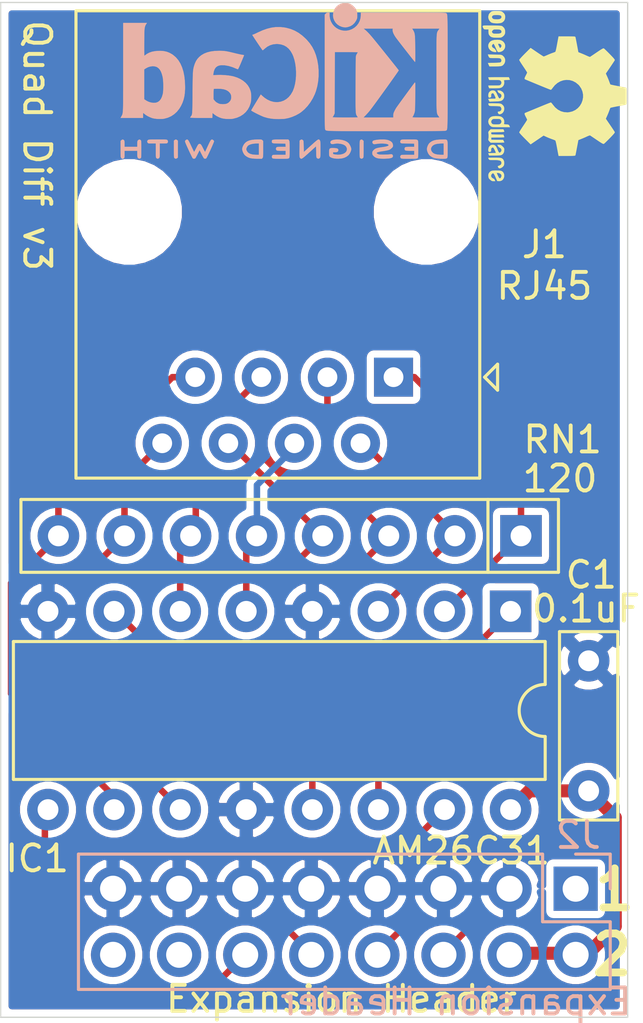
<source format=kicad_pcb>
(kicad_pcb (version 20171130) (host pcbnew "(5.1.5)-3")

  (general
    (thickness 1.6)
    (drawings 8)
    (tracks 77)
    (zones 0)
    (modules 7)
    (nets 18)
  )

  (page A4)
  (title_block
    (title "Quad Diff")
    (date 2019-10-03)
    (rev v3)
    (company "Scott Hanson")
  )

  (layers
    (0 F.Cu signal)
    (31 B.Cu signal)
    (32 B.Adhes user)
    (33 F.Adhes user)
    (34 B.Paste user)
    (35 F.Paste user)
    (36 B.SilkS user)
    (37 F.SilkS user)
    (38 B.Mask user)
    (39 F.Mask user)
    (40 Dwgs.User user)
    (41 Cmts.User user)
    (42 Eco1.User user)
    (43 Eco2.User user)
    (44 Edge.Cuts user)
    (45 Margin user)
    (46 B.CrtYd user)
    (47 F.CrtYd user)
    (48 B.Fab user)
    (49 F.Fab user)
  )

  (setup
    (last_trace_width 0.25)
    (trace_clearance 0.2)
    (zone_clearance 0.278)
    (zone_45_only no)
    (trace_min 0.2)
    (via_size 0.8)
    (via_drill 0.4)
    (via_min_size 0.4)
    (via_min_drill 0.3)
    (uvia_size 0.3)
    (uvia_drill 0.1)
    (uvias_allowed no)
    (uvia_min_size 0.2)
    (uvia_min_drill 0.1)
    (edge_width 0.05)
    (segment_width 0.2)
    (pcb_text_width 0.3)
    (pcb_text_size 1.5 1.5)
    (mod_edge_width 0.12)
    (mod_text_size 1 1)
    (mod_text_width 0.15)
    (pad_size 3.5 3.5)
    (pad_drill 3.5)
    (pad_to_mask_clearance 0.051)
    (solder_mask_min_width 0.25)
    (aux_axis_origin 0 0)
    (visible_elements 7FFFFFFF)
    (pcbplotparams
      (layerselection 0x010fc_ffffffff)
      (usegerberextensions false)
      (usegerberattributes false)
      (usegerberadvancedattributes false)
      (creategerberjobfile false)
      (excludeedgelayer true)
      (linewidth 0.100000)
      (plotframeref false)
      (viasonmask false)
      (mode 1)
      (useauxorigin false)
      (hpglpennumber 1)
      (hpglpenspeed 20)
      (hpglpendiameter 15.000000)
      (psnegative false)
      (psa4output false)
      (plotreference true)
      (plotvalue true)
      (plotinvisibletext false)
      (padsonsilk false)
      (subtractmaskfromsilk false)
      (outputformat 1)
      (mirror false)
      (drillshape 0)
      (scaleselection 1)
      (outputdirectory "gerbers/"))
  )

  (net 0 "")
  (net 1 GND)
  (net 2 +5V)
  (net 3 "Net-(J2-Pad1)")
  (net 4 /Serial4_N)
  (net 5 /Serial4_P)
  (net 6 /Serial3_N)
  (net 7 /Serial3_P)
  (net 8 /Serial2_N)
  (net 9 /Serial2_P)
  (net 10 /Serial1_N)
  (net 11 /Serial1_P)
  (net 12 /DATA20)
  (net 13 /DATA19)
  (net 14 /DATA18)
  (net 15 /DATA17)
  (net 16 "Net-(J2-Pad16)")
  (net 17 "Net-(J2-Pad14)")

  (net_class Default "This is the default net class."
    (clearance 0.2)
    (trace_width 0.25)
    (via_dia 0.8)
    (via_drill 0.4)
    (uvia_dia 0.3)
    (uvia_drill 0.1)
    (add_net +5V)
    (add_net /DATA17)
    (add_net /DATA18)
    (add_net /DATA19)
    (add_net /DATA20)
    (add_net /Serial1_N)
    (add_net /Serial1_P)
    (add_net /Serial2_N)
    (add_net /Serial2_P)
    (add_net /Serial3_N)
    (add_net /Serial3_P)
    (add_net /Serial4_N)
    (add_net /Serial4_P)
    (add_net GND)
    (add_net "Net-(J2-Pad1)")
    (add_net "Net-(J2-Pad14)")
    (add_net "Net-(J2-Pad16)")
  )

  (net_class 5v ""
    (clearance 0.2)
    (trace_width 0.5)
    (via_dia 0.8)
    (via_drill 0.4)
    (uvia_dia 0.3)
    (uvia_drill 0.1)
  )

  (module Symbol:KiCad-Logo2_5mm_SilkScreen (layer B.Cu) (tedit 0) (tstamp 5E0ADEBE)
    (at 149.8 72 180)
    (descr "KiCad Logo")
    (tags "Logo KiCad")
    (attr virtual)
    (fp_text reference REF** (at 0 5.08) (layer B.SilkS) hide
      (effects (font (size 1 1) (thickness 0.15)) (justify mirror))
    )
    (fp_text value KiCad-Logo2_5mm_SilkScreen (at 0 -5.08) (layer B.Fab) hide
      (effects (font (size 1 1) (thickness 0.15)) (justify mirror))
    )
    (fp_poly (pts (xy 6.228823 -2.274533) (xy 6.260202 -2.296776) (xy 6.287911 -2.324485) (xy 6.287911 -2.63392)
      (xy 6.287838 -2.725799) (xy 6.287495 -2.79784) (xy 6.286692 -2.85278) (xy 6.285241 -2.89336)
      (xy 6.282952 -2.922317) (xy 6.279636 -2.942391) (xy 6.275105 -2.956321) (xy 6.269169 -2.966845)
      (xy 6.264514 -2.9731) (xy 6.233783 -2.997673) (xy 6.198496 -3.000341) (xy 6.166245 -2.985271)
      (xy 6.155588 -2.976374) (xy 6.148464 -2.964557) (xy 6.144167 -2.945526) (xy 6.141991 -2.914992)
      (xy 6.141228 -2.868662) (xy 6.141155 -2.832871) (xy 6.141155 -2.698045) (xy 5.644444 -2.698045)
      (xy 5.644444 -2.8207) (xy 5.643931 -2.876787) (xy 5.641876 -2.915333) (xy 5.637508 -2.941361)
      (xy 5.630056 -2.959897) (xy 5.621047 -2.9731) (xy 5.590144 -2.997604) (xy 5.555196 -3.000506)
      (xy 5.521738 -2.983089) (xy 5.512604 -2.973959) (xy 5.506152 -2.961855) (xy 5.501897 -2.943001)
      (xy 5.499352 -2.91362) (xy 5.498029 -2.869937) (xy 5.497443 -2.808175) (xy 5.497375 -2.794)
      (xy 5.496891 -2.677631) (xy 5.496641 -2.581727) (xy 5.496723 -2.504177) (xy 5.497231 -2.442869)
      (xy 5.498262 -2.39569) (xy 5.499913 -2.36053) (xy 5.502279 -2.335276) (xy 5.505457 -2.317817)
      (xy 5.509544 -2.306041) (xy 5.514634 -2.297835) (xy 5.520266 -2.291645) (xy 5.552128 -2.271844)
      (xy 5.585357 -2.274533) (xy 5.616735 -2.296776) (xy 5.629433 -2.311126) (xy 5.637526 -2.326978)
      (xy 5.642042 -2.349554) (xy 5.644006 -2.384078) (xy 5.644444 -2.435776) (xy 5.644444 -2.551289)
      (xy 6.141155 -2.551289) (xy 6.141155 -2.432756) (xy 6.141662 -2.378148) (xy 6.143698 -2.341275)
      (xy 6.148035 -2.317307) (xy 6.155447 -2.301415) (xy 6.163733 -2.291645) (xy 6.195594 -2.271844)
      (xy 6.228823 -2.274533)) (layer B.SilkS) (width 0.01))
    (fp_poly (pts (xy 4.963065 -2.269163) (xy 5.041772 -2.269542) (xy 5.102863 -2.270333) (xy 5.148817 -2.27167)
      (xy 5.182114 -2.273683) (xy 5.205236 -2.276506) (xy 5.220662 -2.280269) (xy 5.230871 -2.285105)
      (xy 5.235813 -2.288822) (xy 5.261457 -2.321358) (xy 5.264559 -2.355138) (xy 5.248711 -2.385826)
      (xy 5.238348 -2.398089) (xy 5.227196 -2.40645) (xy 5.211035 -2.411657) (xy 5.185642 -2.414457)
      (xy 5.146798 -2.415596) (xy 5.09028 -2.415821) (xy 5.07918 -2.415822) (xy 4.933244 -2.415822)
      (xy 4.933244 -2.686756) (xy 4.933148 -2.772154) (xy 4.932711 -2.837864) (xy 4.931712 -2.886774)
      (xy 4.929928 -2.921773) (xy 4.927137 -2.945749) (xy 4.923117 -2.961593) (xy 4.917645 -2.972191)
      (xy 4.910666 -2.980267) (xy 4.877734 -3.000112) (xy 4.843354 -2.998548) (xy 4.812176 -2.975906)
      (xy 4.809886 -2.9731) (xy 4.802429 -2.962492) (xy 4.796747 -2.950081) (xy 4.792601 -2.93285)
      (xy 4.78975 -2.907784) (xy 4.787954 -2.871867) (xy 4.786972 -2.822083) (xy 4.786564 -2.755417)
      (xy 4.786489 -2.679589) (xy 4.786489 -2.415822) (xy 4.647127 -2.415822) (xy 4.587322 -2.415418)
      (xy 4.545918 -2.41384) (xy 4.518748 -2.410547) (xy 4.501646 -2.404992) (xy 4.490443 -2.396631)
      (xy 4.489083 -2.395178) (xy 4.472725 -2.361939) (xy 4.474172 -2.324362) (xy 4.492978 -2.291645)
      (xy 4.50025 -2.285298) (xy 4.509627 -2.280266) (xy 4.523609 -2.276396) (xy 4.544696 -2.273537)
      (xy 4.575389 -2.271535) (xy 4.618189 -2.270239) (xy 4.675595 -2.269498) (xy 4.75011 -2.269158)
      (xy 4.844233 -2.269068) (xy 4.86426 -2.269067) (xy 4.963065 -2.269163)) (layer B.SilkS) (width 0.01))
    (fp_poly (pts (xy 4.188614 -2.275877) (xy 4.212327 -2.290647) (xy 4.238978 -2.312227) (xy 4.238978 -2.633773)
      (xy 4.238893 -2.72783) (xy 4.238529 -2.801932) (xy 4.237724 -2.858704) (xy 4.236313 -2.900768)
      (xy 4.234133 -2.930748) (xy 4.231021 -2.951267) (xy 4.226814 -2.964949) (xy 4.221348 -2.974416)
      (xy 4.217472 -2.979082) (xy 4.186034 -2.999575) (xy 4.150233 -2.998739) (xy 4.118873 -2.981264)
      (xy 4.092222 -2.959684) (xy 4.092222 -2.312227) (xy 4.118873 -2.290647) (xy 4.144594 -2.274949)
      (xy 4.1656 -2.269067) (xy 4.188614 -2.275877)) (layer B.SilkS) (width 0.01))
    (fp_poly (pts (xy 3.744665 -2.271034) (xy 3.764255 -2.278035) (xy 3.76501 -2.278377) (xy 3.791613 -2.298678)
      (xy 3.80627 -2.319561) (xy 3.809138 -2.329352) (xy 3.808996 -2.342361) (xy 3.804961 -2.360895)
      (xy 3.796146 -2.387257) (xy 3.781669 -2.423752) (xy 3.760645 -2.472687) (xy 3.732188 -2.536365)
      (xy 3.695415 -2.617093) (xy 3.675175 -2.661216) (xy 3.638625 -2.739985) (xy 3.604315 -2.812423)
      (xy 3.573552 -2.87588) (xy 3.547648 -2.927708) (xy 3.52791 -2.965259) (xy 3.51565 -2.985884)
      (xy 3.513224 -2.988733) (xy 3.482183 -3.001302) (xy 3.447121 -2.999619) (xy 3.419 -2.984332)
      (xy 3.417854 -2.983089) (xy 3.406668 -2.966154) (xy 3.387904 -2.93317) (xy 3.363875 -2.88838)
      (xy 3.336897 -2.836032) (xy 3.327201 -2.816742) (xy 3.254014 -2.67015) (xy 3.17424 -2.829393)
      (xy 3.145767 -2.884415) (xy 3.11935 -2.932132) (xy 3.097148 -2.968893) (xy 3.081319 -2.991044)
      (xy 3.075954 -2.995741) (xy 3.034257 -3.002102) (xy 2.999849 -2.988733) (xy 2.989728 -2.974446)
      (xy 2.972214 -2.942692) (xy 2.948735 -2.896597) (xy 2.92072 -2.839285) (xy 2.889599 -2.77388)
      (xy 2.856799 -2.703507) (xy 2.82375 -2.631291) (xy 2.791881 -2.560355) (xy 2.762619 -2.493825)
      (xy 2.737395 -2.434826) (xy 2.717636 -2.386481) (xy 2.704772 -2.351915) (xy 2.700231 -2.334253)
      (xy 2.700277 -2.333613) (xy 2.711326 -2.311388) (xy 2.73341 -2.288753) (xy 2.73471 -2.287768)
      (xy 2.761853 -2.272425) (xy 2.786958 -2.272574) (xy 2.796368 -2.275466) (xy 2.807834 -2.281718)
      (xy 2.82001 -2.294014) (xy 2.834357 -2.314908) (xy 2.852336 -2.346949) (xy 2.875407 -2.392688)
      (xy 2.90503 -2.454677) (xy 2.931745 -2.511898) (xy 2.96248 -2.578226) (xy 2.990021 -2.637874)
      (xy 3.012938 -2.687725) (xy 3.029798 -2.724664) (xy 3.039173 -2.745573) (xy 3.04054 -2.748845)
      (xy 3.046689 -2.743497) (xy 3.060822 -2.721109) (xy 3.081057 -2.684946) (xy 3.105515 -2.638277)
      (xy 3.115248 -2.619022) (xy 3.148217 -2.554004) (xy 3.173643 -2.506654) (xy 3.193612 -2.474219)
      (xy 3.21021 -2.453946) (xy 3.225524 -2.443082) (xy 3.24164 -2.438875) (xy 3.252143 -2.4384)
      (xy 3.27067 -2.440042) (xy 3.286904 -2.446831) (xy 3.303035 -2.461566) (xy 3.321251 -2.487044)
      (xy 3.343739 -2.526061) (xy 3.372689 -2.581414) (xy 3.388662 -2.612903) (xy 3.41457 -2.663087)
      (xy 3.437167 -2.704704) (xy 3.454458 -2.734242) (xy 3.46445 -2.748189) (xy 3.465809 -2.74877)
      (xy 3.472261 -2.737793) (xy 3.486708 -2.70929) (xy 3.507703 -2.666244) (xy 3.533797 -2.611638)
      (xy 3.563546 -2.548454) (xy 3.57818 -2.517071) (xy 3.61625 -2.436078) (xy 3.646905 -2.373756)
      (xy 3.671737 -2.328071) (xy 3.692337 -2.296989) (xy 3.710298 -2.278478) (xy 3.72721 -2.270504)
      (xy 3.744665 -2.271034)) (layer B.SilkS) (width 0.01))
    (fp_poly (pts (xy 1.018309 -2.269275) (xy 1.147288 -2.273636) (xy 1.256991 -2.286861) (xy 1.349226 -2.309741)
      (xy 1.425802 -2.34307) (xy 1.488527 -2.387638) (xy 1.539212 -2.444236) (xy 1.579663 -2.513658)
      (xy 1.580459 -2.515351) (xy 1.604601 -2.577483) (xy 1.613203 -2.632509) (xy 1.606231 -2.687887)
      (xy 1.583654 -2.751073) (xy 1.579372 -2.760689) (xy 1.550172 -2.816966) (xy 1.517356 -2.860451)
      (xy 1.475002 -2.897417) (xy 1.41719 -2.934135) (xy 1.413831 -2.936052) (xy 1.363504 -2.960227)
      (xy 1.306621 -2.978282) (xy 1.239527 -2.990839) (xy 1.158565 -2.998522) (xy 1.060082 -3.001953)
      (xy 1.025286 -3.002251) (xy 0.859594 -3.002845) (xy 0.836197 -2.9731) (xy 0.829257 -2.963319)
      (xy 0.823842 -2.951897) (xy 0.819765 -2.936095) (xy 0.816837 -2.913175) (xy 0.814867 -2.880396)
      (xy 0.814225 -2.856089) (xy 0.970844 -2.856089) (xy 1.064726 -2.856089) (xy 1.119664 -2.854483)
      (xy 1.17606 -2.850255) (xy 1.222345 -2.844292) (xy 1.225139 -2.84379) (xy 1.307348 -2.821736)
      (xy 1.371114 -2.7886) (xy 1.418452 -2.742847) (xy 1.451382 -2.682939) (xy 1.457108 -2.667061)
      (xy 1.462721 -2.642333) (xy 1.460291 -2.617902) (xy 1.448467 -2.5854) (xy 1.44134 -2.569434)
      (xy 1.418 -2.527006) (xy 1.38988 -2.49724) (xy 1.35894 -2.476511) (xy 1.296966 -2.449537)
      (xy 1.217651 -2.429998) (xy 1.125253 -2.418746) (xy 1.058333 -2.41627) (xy 0.970844 -2.415822)
      (xy 0.970844 -2.856089) (xy 0.814225 -2.856089) (xy 0.813668 -2.835021) (xy 0.81305 -2.774311)
      (xy 0.812825 -2.695526) (xy 0.8128 -2.63392) (xy 0.8128 -2.324485) (xy 0.840509 -2.296776)
      (xy 0.852806 -2.285544) (xy 0.866103 -2.277853) (xy 0.884672 -2.27304) (xy 0.912786 -2.270446)
      (xy 0.954717 -2.26941) (xy 1.014737 -2.26927) (xy 1.018309 -2.269275)) (layer B.SilkS) (width 0.01))
    (fp_poly (pts (xy 0.230343 -2.26926) (xy 0.306701 -2.270174) (xy 0.365217 -2.272311) (xy 0.408255 -2.276175)
      (xy 0.438183 -2.282267) (xy 0.457368 -2.29109) (xy 0.468176 -2.303146) (xy 0.472973 -2.318939)
      (xy 0.474127 -2.33897) (xy 0.474133 -2.341335) (xy 0.473131 -2.363992) (xy 0.468396 -2.381503)
      (xy 0.457333 -2.394574) (xy 0.437348 -2.403913) (xy 0.405846 -2.410227) (xy 0.360232 -2.414222)
      (xy 0.297913 -2.416606) (xy 0.216293 -2.418086) (xy 0.191277 -2.418414) (xy -0.0508 -2.421467)
      (xy -0.054186 -2.486378) (xy -0.057571 -2.551289) (xy 0.110576 -2.551289) (xy 0.176266 -2.551531)
      (xy 0.223172 -2.552556) (xy 0.255083 -2.554811) (xy 0.275791 -2.558742) (xy 0.289084 -2.564798)
      (xy 0.298755 -2.573424) (xy 0.298817 -2.573493) (xy 0.316356 -2.607112) (xy 0.315722 -2.643448)
      (xy 0.297314 -2.674423) (xy 0.293671 -2.677607) (xy 0.280741 -2.685812) (xy 0.263024 -2.691521)
      (xy 0.23657 -2.695162) (xy 0.197432 -2.697167) (xy 0.141662 -2.697964) (xy 0.105994 -2.698045)
      (xy -0.056445 -2.698045) (xy -0.056445 -2.856089) (xy 0.190161 -2.856089) (xy 0.27158 -2.856231)
      (xy 0.33341 -2.856814) (xy 0.378637 -2.858068) (xy 0.410248 -2.860227) (xy 0.431231 -2.863523)
      (xy 0.444573 -2.868189) (xy 0.453261 -2.874457) (xy 0.45545 -2.876733) (xy 0.471614 -2.90828)
      (xy 0.472797 -2.944168) (xy 0.459536 -2.975285) (xy 0.449043 -2.985271) (xy 0.438129 -2.990769)
      (xy 0.421217 -2.995022) (xy 0.395633 -2.99818) (xy 0.358701 -3.000392) (xy 0.307746 -3.001806)
      (xy 0.240094 -3.002572) (xy 0.153069 -3.002838) (xy 0.133394 -3.002845) (xy 0.044911 -3.002787)
      (xy -0.023773 -3.002467) (xy -0.075436 -3.001667) (xy -0.112855 -3.000167) (xy -0.13881 -2.997749)
      (xy -0.156078 -2.994194) (xy -0.167438 -2.989282) (xy -0.175668 -2.982795) (xy -0.180183 -2.978138)
      (xy -0.186979 -2.969889) (xy -0.192288 -2.959669) (xy -0.196294 -2.9448) (xy -0.199179 -2.922602)
      (xy -0.201126 -2.890393) (xy -0.202319 -2.845496) (xy -0.202939 -2.785228) (xy -0.203171 -2.706911)
      (xy -0.2032 -2.640994) (xy -0.203129 -2.548628) (xy -0.202792 -2.476117) (xy -0.202002 -2.420737)
      (xy -0.200574 -2.379765) (xy -0.198321 -2.350478) (xy -0.195057 -2.330153) (xy -0.190596 -2.316066)
      (xy -0.184752 -2.305495) (xy -0.179803 -2.298811) (xy -0.156406 -2.269067) (xy 0.133774 -2.269067)
      (xy 0.230343 -2.26926)) (layer B.SilkS) (width 0.01))
    (fp_poly (pts (xy -1.300114 -2.273448) (xy -1.276548 -2.287273) (xy -1.245735 -2.309881) (xy -1.206078 -2.342338)
      (xy -1.15598 -2.385708) (xy -1.093843 -2.441058) (xy -1.018072 -2.509451) (xy -0.931334 -2.588084)
      (xy -0.750711 -2.751878) (xy -0.745067 -2.532029) (xy -0.743029 -2.456351) (xy -0.741063 -2.399994)
      (xy -0.738734 -2.359706) (xy -0.735606 -2.332235) (xy -0.731245 -2.314329) (xy -0.725216 -2.302737)
      (xy -0.717084 -2.294208) (xy -0.712772 -2.290623) (xy -0.678241 -2.27167) (xy -0.645383 -2.274441)
      (xy -0.619318 -2.290633) (xy -0.592667 -2.312199) (xy -0.589352 -2.627151) (xy -0.588435 -2.719779)
      (xy -0.587968 -2.792544) (xy -0.588113 -2.848161) (xy -0.589032 -2.889342) (xy -0.590887 -2.918803)
      (xy -0.593839 -2.939255) (xy -0.59805 -2.953413) (xy -0.603682 -2.963991) (xy -0.609927 -2.972474)
      (xy -0.623439 -2.988207) (xy -0.636883 -2.998636) (xy -0.652124 -3.002639) (xy -0.671026 -2.999094)
      (xy -0.695455 -2.986879) (xy -0.727273 -2.964871) (xy -0.768348 -2.931949) (xy -0.820542 -2.886991)
      (xy -0.885722 -2.828875) (xy -0.959556 -2.762099) (xy -1.224845 -2.521458) (xy -1.230489 -2.740589)
      (xy -1.232531 -2.816128) (xy -1.234502 -2.872354) (xy -1.236839 -2.912524) (xy -1.239981 -2.939896)
      (xy -1.244364 -2.957728) (xy -1.250424 -2.969279) (xy -1.2586 -2.977807) (xy -1.262784 -2.981282)
      (xy -1.299765 -3.000372) (xy -1.334708 -2.997493) (xy -1.365136 -2.9731) (xy -1.372097 -2.963286)
      (xy -1.377523 -2.951826) (xy -1.381603 -2.935968) (xy -1.384529 -2.912963) (xy -1.386492 -2.880062)
      (xy -1.387683 -2.834516) (xy -1.388292 -2.773573) (xy -1.388511 -2.694486) (xy -1.388534 -2.635956)
      (xy -1.38846 -2.544407) (xy -1.388113 -2.472687) (xy -1.387301 -2.418045) (xy -1.385833 -2.377732)
      (xy -1.383519 -2.348998) (xy -1.380167 -2.329093) (xy -1.375588 -2.315268) (xy -1.369589 -2.304772)
      (xy -1.365136 -2.298811) (xy -1.35385 -2.284691) (xy -1.343301 -2.274029) (xy -1.331893 -2.267892)
      (xy -1.31803 -2.267343) (xy -1.300114 -2.273448)) (layer B.SilkS) (width 0.01))
    (fp_poly (pts (xy -1.950081 -2.274599) (xy -1.881565 -2.286095) (xy -1.828943 -2.303967) (xy -1.794708 -2.327499)
      (xy -1.785379 -2.340924) (xy -1.775893 -2.372148) (xy -1.782277 -2.400395) (xy -1.80243 -2.427182)
      (xy -1.833745 -2.439713) (xy -1.879183 -2.438696) (xy -1.914326 -2.431906) (xy -1.992419 -2.418971)
      (xy -2.072226 -2.417742) (xy -2.161555 -2.428241) (xy -2.186229 -2.43269) (xy -2.269291 -2.456108)
      (xy -2.334273 -2.490945) (xy -2.380461 -2.536604) (xy -2.407145 -2.592494) (xy -2.412663 -2.621388)
      (xy -2.409051 -2.680012) (xy -2.385729 -2.731879) (xy -2.344824 -2.775978) (xy -2.288459 -2.811299)
      (xy -2.21876 -2.836829) (xy -2.137852 -2.851559) (xy -2.04786 -2.854478) (xy -1.95091 -2.844575)
      (xy -1.945436 -2.843641) (xy -1.906875 -2.836459) (xy -1.885494 -2.829521) (xy -1.876227 -2.819227)
      (xy -1.874006 -2.801976) (xy -1.873956 -2.792841) (xy -1.873956 -2.754489) (xy -1.942431 -2.754489)
      (xy -2.0029 -2.750347) (xy -2.044165 -2.737147) (xy -2.068175 -2.71373) (xy -2.076877 -2.678936)
      (xy -2.076983 -2.674394) (xy -2.071892 -2.644654) (xy -2.054433 -2.623419) (xy -2.021939 -2.609366)
      (xy -1.971743 -2.601173) (xy -1.923123 -2.598161) (xy -1.852456 -2.596433) (xy -1.801198 -2.59907)
      (xy -1.766239 -2.6088) (xy -1.74447 -2.628353) (xy -1.73278 -2.660456) (xy -1.72806 -2.707838)
      (xy -1.7272 -2.770071) (xy -1.728609 -2.839535) (xy -1.732848 -2.886786) (xy -1.739936 -2.912012)
      (xy -1.741311 -2.913988) (xy -1.780228 -2.945508) (xy -1.837286 -2.97047) (xy -1.908869 -2.98834)
      (xy -1.991358 -2.998586) (xy -2.081139 -3.000673) (xy -2.174592 -2.994068) (xy -2.229556 -2.985956)
      (xy -2.315766 -2.961554) (xy -2.395892 -2.921662) (xy -2.462977 -2.869887) (xy -2.473173 -2.859539)
      (xy -2.506302 -2.816035) (xy -2.536194 -2.762118) (xy -2.559357 -2.705592) (xy -2.572298 -2.654259)
      (xy -2.573858 -2.634544) (xy -2.567218 -2.593419) (xy -2.549568 -2.542252) (xy -2.524297 -2.488394)
      (xy -2.494789 -2.439195) (xy -2.468719 -2.406334) (xy -2.407765 -2.357452) (xy -2.328969 -2.318545)
      (xy -2.235157 -2.290494) (xy -2.12915 -2.274179) (xy -2.032 -2.270192) (xy -1.950081 -2.274599)) (layer B.SilkS) (width 0.01))
    (fp_poly (pts (xy -2.923822 -2.291645) (xy -2.917242 -2.299218) (xy -2.912079 -2.308987) (xy -2.908164 -2.323571)
      (xy -2.905324 -2.345585) (xy -2.903387 -2.377648) (xy -2.902183 -2.422375) (xy -2.901539 -2.482385)
      (xy -2.901284 -2.560294) (xy -2.901245 -2.635956) (xy -2.901314 -2.729802) (xy -2.901638 -2.803689)
      (xy -2.902386 -2.860232) (xy -2.903732 -2.902049) (xy -2.905846 -2.931757) (xy -2.9089 -2.951973)
      (xy -2.913066 -2.965314) (xy -2.918516 -2.974398) (xy -2.923822 -2.980267) (xy -2.956826 -2.999947)
      (xy -2.991991 -2.998181) (xy -3.023455 -2.976717) (xy -3.030684 -2.968337) (xy -3.036334 -2.958614)
      (xy -3.040599 -2.944861) (xy -3.043673 -2.924389) (xy -3.045752 -2.894512) (xy -3.04703 -2.852541)
      (xy -3.047701 -2.795789) (xy -3.047959 -2.721567) (xy -3.048 -2.637537) (xy -3.048 -2.324485)
      (xy -3.020291 -2.296776) (xy -2.986137 -2.273463) (xy -2.953006 -2.272623) (xy -2.923822 -2.291645)) (layer B.SilkS) (width 0.01))
    (fp_poly (pts (xy -3.691703 -2.270351) (xy -3.616888 -2.275581) (xy -3.547306 -2.28375) (xy -3.487002 -2.29455)
      (xy -3.44002 -2.307673) (xy -3.410406 -2.322813) (xy -3.40586 -2.327269) (xy -3.390054 -2.36185)
      (xy -3.394847 -2.397351) (xy -3.419364 -2.427725) (xy -3.420534 -2.428596) (xy -3.434954 -2.437954)
      (xy -3.450008 -2.442876) (xy -3.471005 -2.443473) (xy -3.503257 -2.439861) (xy -3.552073 -2.432154)
      (xy -3.556 -2.431505) (xy -3.628739 -2.422569) (xy -3.707217 -2.418161) (xy -3.785927 -2.418119)
      (xy -3.859361 -2.422279) (xy -3.922011 -2.430479) (xy -3.96837 -2.442557) (xy -3.971416 -2.443771)
      (xy -4.005048 -2.462615) (xy -4.016864 -2.481685) (xy -4.007614 -2.500439) (xy -3.978047 -2.518337)
      (xy -3.928911 -2.534837) (xy -3.860957 -2.549396) (xy -3.815645 -2.556406) (xy -3.721456 -2.569889)
      (xy -3.646544 -2.582214) (xy -3.587717 -2.594449) (xy -3.541785 -2.607661) (xy -3.505555 -2.622917)
      (xy -3.475838 -2.641285) (xy -3.449442 -2.663831) (xy -3.42823 -2.685971) (xy -3.403065 -2.716819)
      (xy -3.390681 -2.743345) (xy -3.386808 -2.776026) (xy -3.386667 -2.787995) (xy -3.389576 -2.827712)
      (xy -3.401202 -2.857259) (xy -3.421323 -2.883486) (xy -3.462216 -2.923576) (xy -3.507817 -2.954149)
      (xy -3.561513 -2.976203) (xy -3.626692 -2.990735) (xy -3.706744 -2.998741) (xy -3.805057 -3.001218)
      (xy -3.821289 -3.001177) (xy -3.886849 -2.999818) (xy -3.951866 -2.99673) (xy -4.009252 -2.992356)
      (xy -4.051922 -2.98714) (xy -4.055372 -2.986541) (xy -4.097796 -2.976491) (xy -4.13378 -2.963796)
      (xy -4.15415 -2.95219) (xy -4.173107 -2.921572) (xy -4.174427 -2.885918) (xy -4.158085 -2.854144)
      (xy -4.154429 -2.850551) (xy -4.139315 -2.839876) (xy -4.120415 -2.835276) (xy -4.091162 -2.836059)
      (xy -4.055651 -2.840127) (xy -4.01597 -2.843762) (xy -3.960345 -2.846828) (xy -3.895406 -2.849053)
      (xy -3.827785 -2.850164) (xy -3.81 -2.850237) (xy -3.742128 -2.849964) (xy -3.692454 -2.848646)
      (xy -3.65661 -2.845827) (xy -3.630224 -2.84105) (xy -3.608926 -2.833857) (xy -3.596126 -2.827867)
      (xy -3.568 -2.811233) (xy -3.550068 -2.796168) (xy -3.547447 -2.791897) (xy -3.552976 -2.774263)
      (xy -3.57926 -2.757192) (xy -3.624478 -2.741458) (xy -3.686808 -2.727838) (xy -3.705171 -2.724804)
      (xy -3.80109 -2.709738) (xy -3.877641 -2.697146) (xy -3.93778 -2.686111) (xy -3.98446 -2.67572)
      (xy -4.020637 -2.665056) (xy -4.049265 -2.653205) (xy -4.073298 -2.639251) (xy -4.095692 -2.622281)
      (xy -4.119402 -2.601378) (xy -4.12738 -2.594049) (xy -4.155353 -2.566699) (xy -4.17016 -2.545029)
      (xy -4.175952 -2.520232) (xy -4.176889 -2.488983) (xy -4.166575 -2.427705) (xy -4.135752 -2.37564)
      (xy -4.084595 -2.332958) (xy -4.013283 -2.299825) (xy -3.9624 -2.284964) (xy -3.9071 -2.275366)
      (xy -3.840853 -2.269936) (xy -3.767706 -2.268367) (xy -3.691703 -2.270351)) (layer B.SilkS) (width 0.01))
    (fp_poly (pts (xy -4.712794 -2.269146) (xy -4.643386 -2.269518) (xy -4.590997 -2.270385) (xy -4.552847 -2.271946)
      (xy -4.526159 -2.274403) (xy -4.508153 -2.277957) (xy -4.496049 -2.28281) (xy -4.487069 -2.289161)
      (xy -4.483818 -2.292084) (xy -4.464043 -2.323142) (xy -4.460482 -2.358828) (xy -4.473491 -2.39051)
      (xy -4.479506 -2.396913) (xy -4.489235 -2.403121) (xy -4.504901 -2.40791) (xy -4.529408 -2.411514)
      (xy -4.565661 -2.414164) (xy -4.616565 -2.416095) (xy -4.685026 -2.417539) (xy -4.747617 -2.418418)
      (xy -4.995334 -2.421467) (xy -4.998719 -2.486378) (xy -5.002105 -2.551289) (xy -4.833958 -2.551289)
      (xy -4.760959 -2.551919) (xy -4.707517 -2.554553) (xy -4.670628 -2.560309) (xy -4.647288 -2.570304)
      (xy -4.634494 -2.585656) (xy -4.629242 -2.607482) (xy -4.628445 -2.627738) (xy -4.630923 -2.652592)
      (xy -4.640277 -2.670906) (xy -4.659383 -2.683637) (xy -4.691118 -2.691741) (xy -4.738359 -2.696176)
      (xy -4.803983 -2.697899) (xy -4.839801 -2.698045) (xy -5.000978 -2.698045) (xy -5.000978 -2.856089)
      (xy -4.752622 -2.856089) (xy -4.671213 -2.856202) (xy -4.609342 -2.856712) (xy -4.563968 -2.85787)
      (xy -4.532054 -2.85993) (xy -4.510559 -2.863146) (xy -4.496443 -2.867772) (xy -4.486668 -2.874059)
      (xy -4.481689 -2.878667) (xy -4.46461 -2.90556) (xy -4.459111 -2.929467) (xy -4.466963 -2.958667)
      (xy -4.481689 -2.980267) (xy -4.489546 -2.987066) (xy -4.499688 -2.992346) (xy -4.514844 -2.996298)
      (xy -4.537741 -2.999113) (xy -4.571109 -3.000982) (xy -4.617675 -3.002098) (xy -4.680167 -3.002651)
      (xy -4.761314 -3.002833) (xy -4.803422 -3.002845) (xy -4.893598 -3.002765) (xy -4.963924 -3.002398)
      (xy -5.017129 -3.001552) (xy -5.05594 -3.000036) (xy -5.083087 -2.997659) (xy -5.101298 -2.994229)
      (xy -5.1133 -2.989554) (xy -5.121822 -2.983444) (xy -5.125156 -2.980267) (xy -5.131755 -2.97267)
      (xy -5.136927 -2.96287) (xy -5.140846 -2.948239) (xy -5.143684 -2.926152) (xy -5.145615 -2.893982)
      (xy -5.146812 -2.849103) (xy -5.147448 -2.788889) (xy -5.147697 -2.710713) (xy -5.147734 -2.637923)
      (xy -5.1477 -2.544707) (xy -5.147465 -2.471431) (xy -5.14683 -2.415458) (xy -5.145594 -2.374151)
      (xy -5.143556 -2.344872) (xy -5.140517 -2.324984) (xy -5.136277 -2.31185) (xy -5.130635 -2.302832)
      (xy -5.123391 -2.295293) (xy -5.121606 -2.293612) (xy -5.112945 -2.286172) (xy -5.102882 -2.280409)
      (xy -5.088625 -2.276112) (xy -5.067383 -2.273064) (xy -5.036364 -2.271051) (xy -4.992777 -2.26986)
      (xy -4.933831 -2.269275) (xy -4.856734 -2.269083) (xy -4.802001 -2.269067) (xy -4.712794 -2.269146)) (layer B.SilkS) (width 0.01))
    (fp_poly (pts (xy -6.121371 -2.269066) (xy -6.081889 -2.269467) (xy -5.9662 -2.272259) (xy -5.869311 -2.28055)
      (xy -5.787919 -2.295232) (xy -5.718723 -2.317193) (xy -5.65842 -2.347322) (xy -5.603708 -2.38651)
      (xy -5.584167 -2.403532) (xy -5.55175 -2.443363) (xy -5.52252 -2.497413) (xy -5.499991 -2.557323)
      (xy -5.487679 -2.614739) (xy -5.4864 -2.635956) (xy -5.494417 -2.694769) (xy -5.515899 -2.759013)
      (xy -5.546999 -2.819821) (xy -5.583866 -2.86833) (xy -5.589854 -2.874182) (xy -5.640579 -2.915321)
      (xy -5.696125 -2.947435) (xy -5.759696 -2.971365) (xy -5.834494 -2.987953) (xy -5.923722 -2.998041)
      (xy -6.030582 -3.002469) (xy -6.079528 -3.002845) (xy -6.141762 -3.002545) (xy -6.185528 -3.001292)
      (xy -6.214931 -2.998554) (xy -6.234079 -2.993801) (xy -6.247077 -2.986501) (xy -6.254045 -2.980267)
      (xy -6.260626 -2.972694) (xy -6.265788 -2.962924) (xy -6.269703 -2.94834) (xy -6.272543 -2.926326)
      (xy -6.27448 -2.894264) (xy -6.275684 -2.849536) (xy -6.276328 -2.789526) (xy -6.276583 -2.711617)
      (xy -6.276622 -2.635956) (xy -6.27687 -2.535041) (xy -6.276817 -2.454427) (xy -6.275857 -2.415822)
      (xy -6.129867 -2.415822) (xy -6.129867 -2.856089) (xy -6.036734 -2.856004) (xy -5.980693 -2.854396)
      (xy -5.921999 -2.850256) (xy -5.873028 -2.844464) (xy -5.871538 -2.844226) (xy -5.792392 -2.82509)
      (xy -5.731002 -2.795287) (xy -5.684305 -2.752878) (xy -5.654635 -2.706961) (xy -5.636353 -2.656026)
      (xy -5.637771 -2.6082) (xy -5.658988 -2.556933) (xy -5.700489 -2.503899) (xy -5.757998 -2.4646)
      (xy -5.83275 -2.438331) (xy -5.882708 -2.429035) (xy -5.939416 -2.422507) (xy -5.999519 -2.417782)
      (xy -6.050639 -2.415817) (xy -6.053667 -2.415808) (xy -6.129867 -2.415822) (xy -6.275857 -2.415822)
      (xy -6.27526 -2.391851) (xy -6.270998 -2.345055) (xy -6.26283 -2.311778) (xy -6.249556 -2.289759)
      (xy -6.229974 -2.276739) (xy -6.202883 -2.270457) (xy -6.167082 -2.268653) (xy -6.121371 -2.269066)) (layer B.SilkS) (width 0.01))
    (fp_poly (pts (xy -2.273043 2.973429) (xy -2.176768 2.949191) (xy -2.090184 2.906359) (xy -2.015373 2.846581)
      (xy -1.954418 2.771506) (xy -1.909399 2.68278) (xy -1.883136 2.58647) (xy -1.877286 2.489205)
      (xy -1.89214 2.395346) (xy -1.92584 2.307489) (xy -1.976528 2.22823) (xy -2.042345 2.160164)
      (xy -2.121434 2.105888) (xy -2.211934 2.067998) (xy -2.2632 2.055574) (xy -2.307698 2.048053)
      (xy -2.341999 2.045081) (xy -2.37496 2.046906) (xy -2.415434 2.053775) (xy -2.448531 2.06075)
      (xy -2.541947 2.092259) (xy -2.625619 2.143383) (xy -2.697665 2.212571) (xy -2.7562 2.298272)
      (xy -2.770148 2.325511) (xy -2.786586 2.361878) (xy -2.796894 2.392418) (xy -2.80246 2.42455)
      (xy -2.804669 2.465693) (xy -2.804948 2.511778) (xy -2.800861 2.596135) (xy -2.787446 2.665414)
      (xy -2.762256 2.726039) (xy -2.722846 2.784433) (xy -2.684298 2.828698) (xy -2.612406 2.894516)
      (xy -2.537313 2.939947) (xy -2.454562 2.96715) (xy -2.376928 2.977424) (xy -2.273043 2.973429)) (layer B.SilkS) (width 0.01))
    (fp_poly (pts (xy 6.186507 0.527755) (xy 6.186526 0.293338) (xy 6.186552 0.080397) (xy 6.186625 -0.112168)
      (xy 6.186782 -0.285459) (xy 6.187064 -0.440576) (xy 6.187509 -0.57862) (xy 6.188156 -0.700692)
      (xy 6.189045 -0.807894) (xy 6.190213 -0.901326) (xy 6.191701 -0.98209) (xy 6.193546 -1.051286)
      (xy 6.195789 -1.110015) (xy 6.198469 -1.159379) (xy 6.201623 -1.200478) (xy 6.205292 -1.234413)
      (xy 6.209513 -1.262286) (xy 6.214327 -1.285198) (xy 6.219773 -1.304249) (xy 6.225888 -1.32054)
      (xy 6.232712 -1.335173) (xy 6.240285 -1.349249) (xy 6.248645 -1.363868) (xy 6.253839 -1.372974)
      (xy 6.288104 -1.433689) (xy 5.429955 -1.433689) (xy 5.429955 -1.337733) (xy 5.429224 -1.29437)
      (xy 5.427272 -1.261205) (xy 5.424463 -1.243424) (xy 5.423221 -1.241778) (xy 5.411799 -1.248662)
      (xy 5.389084 -1.266505) (xy 5.366385 -1.285879) (xy 5.3118 -1.326614) (xy 5.242321 -1.367617)
      (xy 5.16527 -1.405123) (xy 5.087965 -1.435364) (xy 5.057113 -1.445012) (xy 4.988616 -1.459578)
      (xy 4.905764 -1.469539) (xy 4.816371 -1.474583) (xy 4.728248 -1.474396) (xy 4.649207 -1.468666)
      (xy 4.611511 -1.462858) (xy 4.473414 -1.424797) (xy 4.346113 -1.367073) (xy 4.230292 -1.290211)
      (xy 4.126637 -1.194739) (xy 4.035833 -1.081179) (xy 3.969031 -0.970381) (xy 3.914164 -0.853625)
      (xy 3.872163 -0.734276) (xy 3.842167 -0.608283) (xy 3.823311 -0.471594) (xy 3.814732 -0.320158)
      (xy 3.814006 -0.242711) (xy 3.8161 -0.185934) (xy 4.645217 -0.185934) (xy 4.645424 -0.279002)
      (xy 4.648337 -0.366692) (xy 4.654 -0.443772) (xy 4.662455 -0.505009) (xy 4.665038 -0.51735)
      (xy 4.69684 -0.624633) (xy 4.738498 -0.711658) (xy 4.790363 -0.778642) (xy 4.852781 -0.825805)
      (xy 4.9261 -0.853365) (xy 5.010669 -0.861541) (xy 5.106835 -0.850551) (xy 5.170311 -0.834829)
      (xy 5.219454 -0.816639) (xy 5.273583 -0.790791) (xy 5.314244 -0.767089) (xy 5.3848 -0.720721)
      (xy 5.3848 0.42947) (xy 5.317392 0.473038) (xy 5.238867 0.51396) (xy 5.154681 0.540611)
      (xy 5.069557 0.552535) (xy 4.988216 0.549278) (xy 4.91538 0.530385) (xy 4.883426 0.514816)
      (xy 4.825501 0.471819) (xy 4.776544 0.415047) (xy 4.73539 0.342425) (xy 4.700874 0.251879)
      (xy 4.671833 0.141334) (xy 4.670552 0.135467) (xy 4.660381 0.073212) (xy 4.652739 -0.004594)
      (xy 4.64767 -0.09272) (xy 4.645217 -0.185934) (xy 3.8161 -0.185934) (xy 3.821857 -0.029895)
      (xy 3.843802 0.165941) (xy 3.879786 0.344668) (xy 3.929759 0.506155) (xy 3.993668 0.650274)
      (xy 4.071462 0.776894) (xy 4.163089 0.885885) (xy 4.268497 0.977117) (xy 4.313662 1.008068)
      (xy 4.414611 1.064215) (xy 4.517901 1.103826) (xy 4.627989 1.127986) (xy 4.74933 1.137781)
      (xy 4.841836 1.136735) (xy 4.97149 1.125769) (xy 5.084084 1.103954) (xy 5.182875 1.070286)
      (xy 5.271121 1.023764) (xy 5.319986 0.989552) (xy 5.349353 0.967638) (xy 5.371043 0.952667)
      (xy 5.379253 0.948267) (xy 5.380868 0.959096) (xy 5.382159 0.989749) (xy 5.383138 1.037474)
      (xy 5.383817 1.099521) (xy 5.38421 1.173138) (xy 5.38433 1.255573) (xy 5.384188 1.344075)
      (xy 5.383797 1.435893) (xy 5.383171 1.528276) (xy 5.38232 1.618472) (xy 5.38126 1.703729)
      (xy 5.380001 1.781297) (xy 5.378556 1.848424) (xy 5.376938 1.902359) (xy 5.375161 1.94035)
      (xy 5.374669 1.947333) (xy 5.367092 2.017749) (xy 5.355531 2.072898) (xy 5.337792 2.120019)
      (xy 5.311682 2.166353) (xy 5.305415 2.175933) (xy 5.280983 2.212622) (xy 6.186311 2.212622)
      (xy 6.186507 0.527755)) (layer B.SilkS) (width 0.01))
    (fp_poly (pts (xy 2.673574 1.133448) (xy 2.825492 1.113433) (xy 2.960756 1.079798) (xy 3.080239 1.032275)
      (xy 3.184815 0.970595) (xy 3.262424 0.907035) (xy 3.331265 0.832901) (xy 3.385006 0.753129)
      (xy 3.42791 0.660909) (xy 3.443384 0.617839) (xy 3.456244 0.578858) (xy 3.467446 0.542711)
      (xy 3.47712 0.507566) (xy 3.485396 0.47159) (xy 3.492403 0.43295) (xy 3.498272 0.389815)
      (xy 3.503131 0.340351) (xy 3.50711 0.282727) (xy 3.51034 0.215109) (xy 3.512949 0.135666)
      (xy 3.515067 0.042564) (xy 3.516824 -0.066027) (xy 3.518349 -0.191942) (xy 3.519772 -0.337012)
      (xy 3.521025 -0.479778) (xy 3.522351 -0.635968) (xy 3.523556 -0.771239) (xy 3.524766 -0.887246)
      (xy 3.526106 -0.985645) (xy 3.5277 -1.068093) (xy 3.529675 -1.136246) (xy 3.532156 -1.19176)
      (xy 3.535269 -1.236292) (xy 3.539138 -1.271498) (xy 3.543889 -1.299034) (xy 3.549648 -1.320556)
      (xy 3.556539 -1.337722) (xy 3.564689 -1.352186) (xy 3.574223 -1.365606) (xy 3.585266 -1.379638)
      (xy 3.589566 -1.385071) (xy 3.605386 -1.40791) (xy 3.612422 -1.423463) (xy 3.612444 -1.423922)
      (xy 3.601567 -1.426121) (xy 3.570582 -1.428147) (xy 3.521957 -1.429942) (xy 3.458163 -1.431451)
      (xy 3.381669 -1.432616) (xy 3.294944 -1.43338) (xy 3.200457 -1.433686) (xy 3.18955 -1.433689)
      (xy 2.766657 -1.433689) (xy 2.763395 -1.337622) (xy 2.760133 -1.241556) (xy 2.698044 -1.292543)
      (xy 2.600714 -1.360057) (xy 2.490813 -1.414749) (xy 2.404349 -1.444978) (xy 2.335278 -1.459666)
      (xy 2.251925 -1.469659) (xy 2.162159 -1.474646) (xy 2.073845 -1.474313) (xy 1.994851 -1.468351)
      (xy 1.958622 -1.462638) (xy 1.818603 -1.424776) (xy 1.692178 -1.369932) (xy 1.58026 -1.298924)
      (xy 1.483762 -1.212568) (xy 1.4036 -1.111679) (xy 1.340687 -0.997076) (xy 1.296312 -0.870984)
      (xy 1.283978 -0.814401) (xy 1.276368 -0.752202) (xy 1.272739 -0.677363) (xy 1.272245 -0.643467)
      (xy 1.27231 -0.640282) (xy 2.032248 -0.640282) (xy 2.041541 -0.715333) (xy 2.069728 -0.77916)
      (xy 2.118197 -0.834798) (xy 2.123254 -0.839211) (xy 2.171548 -0.874037) (xy 2.223257 -0.89662)
      (xy 2.283989 -0.90854) (xy 2.359352 -0.911383) (xy 2.377459 -0.910978) (xy 2.431278 -0.908325)
      (xy 2.471308 -0.902909) (xy 2.506324 -0.892745) (xy 2.545103 -0.87585) (xy 2.555745 -0.870672)
      (xy 2.616396 -0.834844) (xy 2.663215 -0.792212) (xy 2.675952 -0.776973) (xy 2.720622 -0.720462)
      (xy 2.720622 -0.524586) (xy 2.720086 -0.445939) (xy 2.718396 -0.387988) (xy 2.715428 -0.348875)
      (xy 2.711057 -0.326741) (xy 2.706972 -0.320274) (xy 2.691047 -0.317111) (xy 2.657264 -0.314488)
      (xy 2.61034 -0.312655) (xy 2.554993 -0.311857) (xy 2.546106 -0.311842) (xy 2.42533 -0.317096)
      (xy 2.32266 -0.333263) (xy 2.236106 -0.360961) (xy 2.163681 -0.400808) (xy 2.108751 -0.447758)
      (xy 2.064204 -0.505645) (xy 2.03948 -0.568693) (xy 2.032248 -0.640282) (xy 1.27231 -0.640282)
      (xy 1.274178 -0.549712) (xy 1.282522 -0.470812) (xy 1.298768 -0.39959) (xy 1.324405 -0.328864)
      (xy 1.348401 -0.276493) (xy 1.40702 -0.181196) (xy 1.485117 -0.09317) (xy 1.580315 -0.014017)
      (xy 1.690238 0.05466) (xy 1.81251 0.111259) (xy 1.944755 0.154179) (xy 2.009422 0.169118)
      (xy 2.145604 0.191223) (xy 2.294049 0.205806) (xy 2.445505 0.212187) (xy 2.572064 0.210555)
      (xy 2.73395 0.203776) (xy 2.72653 0.262755) (xy 2.707238 0.361908) (xy 2.676104 0.442628)
      (xy 2.632269 0.505534) (xy 2.574871 0.551244) (xy 2.503048 0.580378) (xy 2.415941 0.593553)
      (xy 2.312686 0.591389) (xy 2.274711 0.587388) (xy 2.13352 0.56222) (xy 1.996707 0.521186)
      (xy 1.902178 0.483185) (xy 1.857018 0.46381) (xy 1.818585 0.44824) (xy 1.792234 0.438595)
      (xy 1.784546 0.436548) (xy 1.774802 0.445626) (xy 1.758083 0.474595) (xy 1.734232 0.523783)
      (xy 1.703093 0.593516) (xy 1.664507 0.684121) (xy 1.65791 0.699911) (xy 1.627853 0.772228)
      (xy 1.600874 0.837575) (xy 1.578136 0.893094) (xy 1.560806 0.935928) (xy 1.550048 0.963219)
      (xy 1.546941 0.972058) (xy 1.55694 0.976813) (xy 1.583217 0.98209) (xy 1.611489 0.985769)
      (xy 1.641646 0.990526) (xy 1.689433 0.999972) (xy 1.750612 1.01318) (xy 1.820946 1.029224)
      (xy 1.896194 1.04718) (xy 1.924755 1.054203) (xy 2.029816 1.079791) (xy 2.11748 1.099853)
      (xy 2.192068 1.115031) (xy 2.257903 1.125965) (xy 2.319307 1.133296) (xy 2.380602 1.137665)
      (xy 2.44611 1.139713) (xy 2.504128 1.140111) (xy 2.673574 1.133448)) (layer B.SilkS) (width 0.01))
    (fp_poly (pts (xy 0.328429 2.050929) (xy 0.48857 2.029755) (xy 0.65251 1.989615) (xy 0.822313 1.930111)
      (xy 1.000043 1.850846) (xy 1.01131 1.845301) (xy 1.069005 1.817275) (xy 1.120552 1.793198)
      (xy 1.162191 1.774751) (xy 1.190162 1.763614) (xy 1.199733 1.761067) (xy 1.21895 1.756059)
      (xy 1.223561 1.751853) (xy 1.218458 1.74142) (xy 1.202418 1.715132) (xy 1.177288 1.675743)
      (xy 1.144914 1.626009) (xy 1.107143 1.568685) (xy 1.065822 1.506524) (xy 1.022798 1.442282)
      (xy 0.979917 1.378715) (xy 0.939026 1.318575) (xy 0.901971 1.26462) (xy 0.8706 1.219603)
      (xy 0.846759 1.186279) (xy 0.832294 1.167403) (xy 0.830309 1.165213) (xy 0.820191 1.169862)
      (xy 0.79785 1.187038) (xy 0.76728 1.21356) (xy 0.751536 1.228036) (xy 0.655047 1.303318)
      (xy 0.548336 1.358759) (xy 0.432832 1.393859) (xy 0.309962 1.40812) (xy 0.240561 1.406949)
      (xy 0.119423 1.389788) (xy 0.010205 1.353906) (xy -0.087418 1.299041) (xy -0.173772 1.22493)
      (xy -0.249185 1.131312) (xy -0.313982 1.017924) (xy -0.351399 0.931333) (xy -0.395252 0.795634)
      (xy -0.427572 0.64815) (xy -0.448443 0.492686) (xy -0.457949 0.333044) (xy -0.456173 0.173027)
      (xy -0.443197 0.016439) (xy -0.419106 -0.132918) (xy -0.383982 -0.27124) (xy -0.337908 -0.394724)
      (xy -0.321627 -0.428978) (xy -0.25338 -0.543064) (xy -0.172921 -0.639557) (xy -0.08143 -0.71767)
      (xy 0.019911 -0.776617) (xy 0.12992 -0.815612) (xy 0.247415 -0.833868) (xy 0.288883 -0.835211)
      (xy 0.410441 -0.82429) (xy 0.530878 -0.791474) (xy 0.648666 -0.737439) (xy 0.762277 -0.662865)
      (xy 0.853685 -0.584539) (xy 0.900215 -0.540008) (xy 1.081483 -0.837271) (xy 1.12658 -0.911433)
      (xy 1.167819 -0.979646) (xy 1.203735 -1.039459) (xy 1.232866 -1.08842) (xy 1.25375 -1.124079)
      (xy 1.264924 -1.143984) (xy 1.266375 -1.147079) (xy 1.258146 -1.156718) (xy 1.232567 -1.173999)
      (xy 1.192873 -1.197283) (xy 1.142297 -1.224934) (xy 1.084074 -1.255315) (xy 1.021437 -1.28679)
      (xy 0.957621 -1.317722) (xy 0.89586 -1.346473) (xy 0.839388 -1.371408) (xy 0.791438 -1.390889)
      (xy 0.767986 -1.399318) (xy 0.634221 -1.437133) (xy 0.496327 -1.462136) (xy 0.348622 -1.47514)
      (xy 0.221833 -1.477468) (xy 0.153878 -1.476373) (xy 0.088277 -1.474275) (xy 0.030847 -1.471434)
      (xy -0.012597 -1.468106) (xy -0.026702 -1.466422) (xy -0.165716 -1.437587) (xy -0.307243 -1.392468)
      (xy -0.444725 -1.33375) (xy -0.571606 -1.26412) (xy -0.649111 -1.211441) (xy -0.776519 -1.103239)
      (xy -0.894822 -0.976671) (xy -1.001828 -0.834866) (xy -1.095348 -0.680951) (xy -1.17319 -0.518053)
      (xy -1.217044 -0.400756) (xy -1.267292 -0.217128) (xy -1.300791 -0.022581) (xy -1.317551 0.178675)
      (xy -1.317584 0.382432) (xy -1.300899 0.584479) (xy -1.267507 0.780608) (xy -1.21742 0.966609)
      (xy -1.213603 0.978197) (xy -1.150719 1.14025) (xy -1.073972 1.288168) (xy -0.980758 1.426135)
      (xy -0.868473 1.558339) (xy -0.824608 1.603601) (xy -0.688466 1.727543) (xy -0.548509 1.830085)
      (xy -0.402589 1.912344) (xy -0.248558 1.975436) (xy -0.084268 2.020477) (xy 0.011289 2.037967)
      (xy 0.170023 2.053534) (xy 0.328429 2.050929)) (layer B.SilkS) (width 0.01))
    (fp_poly (pts (xy -2.9464 2.510946) (xy -2.935535 2.397007) (xy -2.903918 2.289384) (xy -2.853015 2.190385)
      (xy -2.784293 2.102316) (xy -2.699219 2.027484) (xy -2.602232 1.969616) (xy -2.495964 1.929995)
      (xy -2.38895 1.911427) (xy -2.2833 1.912566) (xy -2.181125 1.93207) (xy -2.084534 1.968594)
      (xy -1.995638 2.020795) (xy -1.916546 2.087327) (xy -1.849369 2.166848) (xy -1.796217 2.258013)
      (xy -1.759199 2.359477) (xy -1.740427 2.469898) (xy -1.738489 2.519794) (xy -1.738489 2.607733)
      (xy -1.68656 2.607733) (xy -1.650253 2.604889) (xy -1.623355 2.593089) (xy -1.596249 2.569351)
      (xy -1.557867 2.530969) (xy -1.557867 0.339398) (xy -1.557876 0.077261) (xy -1.557908 -0.163241)
      (xy -1.557972 -0.383048) (xy -1.558076 -0.583101) (xy -1.558227 -0.764344) (xy -1.558434 -0.927716)
      (xy -1.558706 -1.07416) (xy -1.55905 -1.204617) (xy -1.559474 -1.320029) (xy -1.559987 -1.421338)
      (xy -1.560597 -1.509484) (xy -1.561312 -1.58541) (xy -1.56214 -1.650057) (xy -1.563089 -1.704367)
      (xy -1.564167 -1.74928) (xy -1.565383 -1.78574) (xy -1.566745 -1.814687) (xy -1.568261 -1.837063)
      (xy -1.569938 -1.853809) (xy -1.571786 -1.865868) (xy -1.573813 -1.87418) (xy -1.576025 -1.879687)
      (xy -1.577108 -1.881537) (xy -1.581271 -1.888549) (xy -1.584805 -1.894996) (xy -1.588635 -1.9009)
      (xy -1.593682 -1.906286) (xy -1.600871 -1.911178) (xy -1.611123 -1.915598) (xy -1.625364 -1.919572)
      (xy -1.644514 -1.923121) (xy -1.669499 -1.92627) (xy -1.70124 -1.929042) (xy -1.740662 -1.931461)
      (xy -1.788686 -1.933551) (xy -1.846237 -1.935335) (xy -1.914237 -1.936837) (xy -1.99361 -1.93808)
      (xy -2.085279 -1.939089) (xy -2.190166 -1.939885) (xy -2.309196 -1.940494) (xy -2.44329 -1.940939)
      (xy -2.593373 -1.941243) (xy -2.760367 -1.94143) (xy -2.945196 -1.941524) (xy -3.148783 -1.941548)
      (xy -3.37205 -1.941525) (xy -3.615922 -1.94148) (xy -3.881321 -1.941437) (xy -3.919704 -1.941432)
      (xy -4.186682 -1.941389) (xy -4.432002 -1.941318) (xy -4.656583 -1.941213) (xy -4.861345 -1.941066)
      (xy -5.047206 -1.940869) (xy -5.215088 -1.940616) (xy -5.365908 -1.9403) (xy -5.500587 -1.939913)
      (xy -5.620044 -1.939447) (xy -5.725199 -1.938897) (xy -5.816971 -1.938253) (xy -5.896279 -1.937511)
      (xy -5.964043 -1.936661) (xy -6.021182 -1.935697) (xy -6.068617 -1.934611) (xy -6.107266 -1.933397)
      (xy -6.138049 -1.932047) (xy -6.161885 -1.930555) (xy -6.179694 -1.928911) (xy -6.192395 -1.927111)
      (xy -6.200908 -1.925145) (xy -6.205266 -1.923477) (xy -6.213728 -1.919906) (xy -6.221497 -1.91727)
      (xy -6.228602 -1.914634) (xy -6.235073 -1.911062) (xy -6.240939 -1.905621) (xy -6.246229 -1.897375)
      (xy -6.250974 -1.88539) (xy -6.255202 -1.868731) (xy -6.258943 -1.846463) (xy -6.262227 -1.817652)
      (xy -6.265083 -1.781363) (xy -6.26754 -1.736661) (xy -6.269629 -1.682611) (xy -6.271378 -1.618279)
      (xy -6.272817 -1.54273) (xy -6.273976 -1.45503) (xy -6.274883 -1.354243) (xy -6.275569 -1.239434)
      (xy -6.276063 -1.10967) (xy -6.276395 -0.964015) (xy -6.276593 -0.801535) (xy -6.276687 -0.621295)
      (xy -6.276708 -0.42236) (xy -6.276685 -0.203796) (xy -6.276646 0.035332) (xy -6.276622 0.29596)
      (xy -6.276622 0.338111) (xy -6.276636 0.601008) (xy -6.276661 0.842268) (xy -6.276671 1.062835)
      (xy -6.276642 1.263648) (xy -6.276548 1.445651) (xy -6.276362 1.609784) (xy -6.276059 1.756989)
      (xy -6.275614 1.888208) (xy -6.275034 1.998133) (xy -5.972197 1.998133) (xy -5.932407 1.940289)
      (xy -5.921236 1.924521) (xy -5.911166 1.910559) (xy -5.902138 1.897216) (xy -5.894097 1.883307)
      (xy -5.886986 1.867644) (xy -5.880747 1.849042) (xy -5.875325 1.826314) (xy -5.870662 1.798273)
      (xy -5.866701 1.763733) (xy -5.863385 1.721508) (xy -5.860659 1.670411) (xy -5.858464 1.609256)
      (xy -5.856745 1.536856) (xy -5.855444 1.452025) (xy -5.854505 1.353578) (xy -5.85387 1.240326)
      (xy -5.853484 1.111084) (xy -5.853288 0.964666) (xy -5.853227 0.799884) (xy -5.853243 0.615553)
      (xy -5.85328 0.410487) (xy -5.853289 0.287867) (xy -5.853265 0.070918) (xy -5.853231 -0.124642)
      (xy -5.853243 -0.299999) (xy -5.853358 -0.456341) (xy -5.85363 -0.594857) (xy -5.854118 -0.716734)
      (xy -5.854876 -0.82316) (xy -5.855962 -0.915322) (xy -5.857431 -0.994409) (xy -5.85934 -1.061608)
      (xy -5.861744 -1.118107) (xy -5.864701 -1.165093) (xy -5.868266 -1.203755) (xy -5.872495 -1.23528)
      (xy -5.877446 -1.260855) (xy -5.883173 -1.28167) (xy -5.889733 -1.298911) (xy -5.897183 -1.313765)
      (xy -5.905579 -1.327422) (xy -5.914976 -1.341069) (xy -5.925432 -1.355893) (xy -5.931523 -1.364783)
      (xy -5.970296 -1.4224) (xy -5.438732 -1.4224) (xy -5.315483 -1.422365) (xy -5.212987 -1.422215)
      (xy -5.12942 -1.421878) (xy -5.062956 -1.421286) (xy -5.011771 -1.420367) (xy -4.974041 -1.419051)
      (xy -4.94794 -1.417269) (xy -4.931644 -1.414951) (xy -4.923328 -1.412026) (xy -4.921168 -1.408424)
      (xy -4.923339 -1.404075) (xy -4.924535 -1.402645) (xy -4.949685 -1.365573) (xy -4.975583 -1.312772)
      (xy -4.999192 -1.25077) (xy -5.007461 -1.224357) (xy -5.012078 -1.206416) (xy -5.015979 -1.185355)
      (xy -5.019248 -1.159089) (xy -5.021966 -1.125532) (xy -5.024215 -1.082599) (xy -5.026077 -1.028204)
      (xy -5.027636 -0.960262) (xy -5.028972 -0.876688) (xy -5.030169 -0.775395) (xy -5.031308 -0.6543)
      (xy -5.031685 -0.6096) (xy -5.032702 -0.484449) (xy -5.03346 -0.380082) (xy -5.033903 -0.294707)
      (xy -5.03397 -0.226533) (xy -5.033605 -0.173765) (xy -5.032748 -0.134614) (xy -5.031341 -0.107285)
      (xy -5.029325 -0.089986) (xy -5.026643 -0.080926) (xy -5.023236 -0.078312) (xy -5.019044 -0.080351)
      (xy -5.014571 -0.084667) (xy -5.004216 -0.097602) (xy -4.982158 -0.126676) (xy -4.949957 -0.169759)
      (xy -4.909174 -0.224718) (xy -4.86137 -0.289423) (xy -4.808105 -0.361742) (xy -4.75094 -0.439544)
      (xy -4.691437 -0.520698) (xy -4.631155 -0.603072) (xy -4.571655 -0.684536) (xy -4.514498 -0.762957)
      (xy -4.461245 -0.836204) (xy -4.413457 -0.902147) (xy -4.372693 -0.958654) (xy -4.340516 -1.003593)
      (xy -4.318485 -1.034834) (xy -4.313917 -1.041466) (xy -4.290996 -1.078369) (xy -4.264188 -1.126359)
      (xy -4.238789 -1.175897) (xy -4.235568 -1.182577) (xy -4.21389 -1.230772) (xy -4.201304 -1.268334)
      (xy -4.195574 -1.30416) (xy -4.194456 -1.3462) (xy -4.19509 -1.4224) (xy -3.040651 -1.4224)
      (xy -3.131815 -1.328669) (xy -3.178612 -1.278775) (xy -3.228899 -1.222295) (xy -3.274944 -1.168026)
      (xy -3.295369 -1.142673) (xy -3.325807 -1.103128) (xy -3.365862 -1.049916) (xy -3.414361 -0.984667)
      (xy -3.470135 -0.909011) (xy -3.532011 -0.824577) (xy -3.598819 -0.732994) (xy -3.669387 -0.635892)
      (xy -3.742545 -0.534901) (xy -3.817121 -0.43165) (xy -3.891944 -0.327768) (xy -3.965843 -0.224885)
      (xy -4.037646 -0.124631) (xy -4.106184 -0.028636) (xy -4.170284 0.061473) (xy -4.228775 0.144064)
      (xy -4.280486 0.217508) (xy -4.324247 0.280176) (xy -4.358885 0.330439) (xy -4.38323 0.366666)
      (xy -4.396111 0.387229) (xy -4.397869 0.391332) (xy -4.38991 0.402658) (xy -4.369115 0.429838)
      (xy -4.336847 0.471171) (xy -4.29447 0.524956) (xy -4.243347 0.589494) (xy -4.184841 0.663082)
      (xy -4.120314 0.744022) (xy -4.051131 0.830612) (xy -3.978653 0.921152) (xy -3.904246 1.01394)
      (xy -3.844517 1.088298) (xy -2.833511 1.088298) (xy -2.827602 1.075341) (xy -2.813272 1.053092)
      (xy -2.812225 1.051609) (xy -2.793438 1.021456) (xy -2.773791 0.984625) (xy -2.769892 0.976489)
      (xy -2.766356 0.96806) (xy -2.76323 0.957941) (xy -2.760486 0.94474) (xy -2.758092 0.927062)
      (xy -2.756019 0.903516) (xy -2.754235 0.872707) (xy -2.752712 0.833243) (xy -2.751419 0.783731)
      (xy -2.750326 0.722777) (xy -2.749403 0.648989) (xy -2.748619 0.560972) (xy -2.747945 0.457335)
      (xy -2.74735 0.336684) (xy -2.746805 0.197626) (xy -2.746279 0.038768) (xy -2.745745 -0.140089)
      (xy -2.745206 -0.325207) (xy -2.744772 -0.489145) (xy -2.744509 -0.633303) (xy -2.744484 -0.759079)
      (xy -2.744765 -0.867871) (xy -2.745419 -0.961077) (xy -2.746514 -1.040097) (xy -2.748118 -1.106328)
      (xy -2.750297 -1.16117) (xy -2.753119 -1.206021) (xy -2.756651 -1.242278) (xy -2.760961 -1.271341)
      (xy -2.766117 -1.294609) (xy -2.772185 -1.313479) (xy -2.779233 -1.329351) (xy -2.787329 -1.343622)
      (xy -2.79654 -1.357691) (xy -2.80504 -1.370158) (xy -2.822176 -1.396452) (xy -2.832322 -1.414037)
      (xy -2.833511 -1.417257) (xy -2.822604 -1.418334) (xy -2.791411 -1.419335) (xy -2.742223 -1.420235)
      (xy -2.677333 -1.42101) (xy -2.59903 -1.421637) (xy -2.509607 -1.422091) (xy -2.411356 -1.422349)
      (xy -2.342445 -1.4224) (xy -2.237452 -1.42218) (xy -2.14061 -1.421548) (xy -2.054107 -1.420549)
      (xy -1.980132 -1.419227) (xy -1.920874 -1.417626) (xy -1.87852 -1.415791) (xy -1.85526 -1.413765)
      (xy -1.851378 -1.412493) (xy -1.859076 -1.397591) (xy -1.867074 -1.38956) (xy -1.880246 -1.372434)
      (xy -1.897485 -1.342183) (xy -1.909407 -1.317622) (xy -1.936045 -1.258711) (xy -1.93912 -0.081845)
      (xy -1.942195 1.095022) (xy -2.387853 1.095022) (xy -2.48567 1.094858) (xy -2.576064 1.094389)
      (xy -2.65663 1.093653) (xy -2.724962 1.092684) (xy -2.778656 1.09152) (xy -2.815305 1.090197)
      (xy -2.832504 1.088751) (xy -2.833511 1.088298) (xy -3.844517 1.088298) (xy -3.82927 1.107278)
      (xy -3.75509 1.199463) (xy -3.683069 1.288796) (xy -3.614569 1.373576) (xy -3.550955 1.452102)
      (xy -3.493588 1.522674) (xy -3.443833 1.583591) (xy -3.403052 1.633153) (xy -3.385888 1.653822)
      (xy -3.299596 1.754484) (xy -3.222997 1.837741) (xy -3.154183 1.905562) (xy -3.091248 1.959911)
      (xy -3.081867 1.967278) (xy -3.042356 1.997883) (xy -4.174116 1.998133) (xy -4.168827 1.950156)
      (xy -4.17213 1.892812) (xy -4.193661 1.824537) (xy -4.233635 1.744788) (xy -4.278943 1.672505)
      (xy -4.295161 1.64986) (xy -4.323214 1.612304) (xy -4.36143 1.561979) (xy -4.408137 1.501027)
      (xy -4.461661 1.431589) (xy -4.520331 1.355806) (xy -4.582475 1.27582) (xy -4.646421 1.193772)
      (xy -4.710495 1.111804) (xy -4.773027 1.032057) (xy -4.832343 0.956673) (xy -4.886771 0.887793)
      (xy -4.934639 0.827558) (xy -4.974275 0.778111) (xy -5.004006 0.741592) (xy -5.022161 0.720142)
      (xy -5.02522 0.716844) (xy -5.028079 0.724851) (xy -5.030293 0.755145) (xy -5.031857 0.807444)
      (xy -5.032767 0.881469) (xy -5.03302 0.976937) (xy -5.032613 1.093566) (xy -5.031704 1.213555)
      (xy -5.030382 1.345667) (xy -5.028857 1.457406) (xy -5.026881 1.550975) (xy -5.024206 1.628581)
      (xy -5.020582 1.692426) (xy -5.015761 1.744717) (xy -5.009494 1.787656) (xy -5.001532 1.823449)
      (xy -4.991627 1.8543) (xy -4.979531 1.882414) (xy -4.964993 1.909995) (xy -4.950311 1.935034)
      (xy -4.912314 1.998133) (xy -5.972197 1.998133) (xy -6.275034 1.998133) (xy -6.275001 2.004383)
      (xy -6.274195 2.106456) (xy -6.27317 2.195367) (xy -6.2719 2.272059) (xy -6.27036 2.337473)
      (xy -6.268524 2.392551) (xy -6.266367 2.438235) (xy -6.263863 2.475466) (xy -6.260987 2.505187)
      (xy -6.257713 2.528338) (xy -6.254015 2.545861) (xy -6.249869 2.558699) (xy -6.245247 2.567792)
      (xy -6.240126 2.574082) (xy -6.234478 2.578512) (xy -6.228279 2.582022) (xy -6.221504 2.585555)
      (xy -6.215508 2.589124) (xy -6.210275 2.5917) (xy -6.202099 2.594028) (xy -6.189886 2.596122)
      (xy -6.172541 2.597993) (xy -6.148969 2.599653) (xy -6.118077 2.601116) (xy -6.078768 2.602392)
      (xy -6.02995 2.603496) (xy -5.970527 2.604439) (xy -5.899404 2.605233) (xy -5.815488 2.605891)
      (xy -5.717683 2.606425) (xy -5.604894 2.606847) (xy -5.476029 2.607171) (xy -5.329991 2.607408)
      (xy -5.165686 2.60757) (xy -4.98202 2.60767) (xy -4.777897 2.60772) (xy -4.566753 2.607733)
      (xy -2.9464 2.607733) (xy -2.9464 2.510946)) (layer B.SilkS) (width 0.01))
  )

  (module Package_DIP:DIP-16_W7.62mm (layer F.Cu) (tedit 5A02E8C5) (tstamp 5D8C6CCB)
    (at 158.5 92.4 270)
    (descr "16-lead though-hole mounted DIP package, row spacing 7.62 mm (300 mils)")
    (tags "THT DIP DIL PDIP 2.54mm 7.62mm 300mil")
    (path /5D8C295B)
    (fp_text reference IC1 (at 9.5 18.2 180) (layer F.SilkS)
      (effects (font (size 1 1) (thickness 0.15)))
    )
    (fp_text value AM26C31 (at 9.2 1.9 180) (layer F.SilkS)
      (effects (font (size 1 1) (thickness 0.15)))
    )
    (fp_text user %R (at 3.81 8.89 90) (layer F.Fab)
      (effects (font (size 1 1) (thickness 0.15)))
    )
    (fp_line (start 8.7 -1.55) (end -1.1 -1.55) (layer F.CrtYd) (width 0.05))
    (fp_line (start 8.7 19.3) (end 8.7 -1.55) (layer F.CrtYd) (width 0.05))
    (fp_line (start -1.1 19.3) (end 8.7 19.3) (layer F.CrtYd) (width 0.05))
    (fp_line (start -1.1 -1.55) (end -1.1 19.3) (layer F.CrtYd) (width 0.05))
    (fp_line (start 6.46 -1.33) (end 4.81 -1.33) (layer F.SilkS) (width 0.12))
    (fp_line (start 6.46 19.11) (end 6.46 -1.33) (layer F.SilkS) (width 0.12))
    (fp_line (start 1.16 19.11) (end 6.46 19.11) (layer F.SilkS) (width 0.12))
    (fp_line (start 1.16 -1.33) (end 1.16 19.11) (layer F.SilkS) (width 0.12))
    (fp_line (start 2.81 -1.33) (end 1.16 -1.33) (layer F.SilkS) (width 0.12))
    (fp_line (start 0.635 -0.27) (end 1.635 -1.27) (layer F.Fab) (width 0.1))
    (fp_line (start 0.635 19.05) (end 0.635 -0.27) (layer F.Fab) (width 0.1))
    (fp_line (start 6.985 19.05) (end 0.635 19.05) (layer F.Fab) (width 0.1))
    (fp_line (start 6.985 -1.27) (end 6.985 19.05) (layer F.Fab) (width 0.1))
    (fp_line (start 1.635 -1.27) (end 6.985 -1.27) (layer F.Fab) (width 0.1))
    (fp_arc (start 3.81 -1.33) (end 2.81 -1.33) (angle -180) (layer F.SilkS) (width 0.12))
    (pad 16 thru_hole oval (at 7.62 0 270) (size 1.6 1.6) (drill 0.8) (layers *.Cu *.Mask)
      (net 2 +5V))
    (pad 8 thru_hole oval (at 0 17.78 270) (size 1.6 1.6) (drill 0.8) (layers *.Cu *.Mask)
      (net 1 GND))
    (pad 15 thru_hole oval (at 7.62 2.54 270) (size 1.6 1.6) (drill 0.8) (layers *.Cu *.Mask)
      (net 14 /DATA18))
    (pad 7 thru_hole oval (at 0 15.24 270) (size 1.6 1.6) (drill 0.8) (layers *.Cu *.Mask)
      (net 13 /DATA19))
    (pad 14 thru_hole oval (at 7.62 5.08 270) (size 1.6 1.6) (drill 0.8) (layers *.Cu *.Mask)
      (net 9 /Serial2_P))
    (pad 6 thru_hole oval (at 0 12.7 270) (size 1.6 1.6) (drill 0.8) (layers *.Cu *.Mask)
      (net 7 /Serial3_P))
    (pad 13 thru_hole oval (at 7.62 7.62 270) (size 1.6 1.6) (drill 0.8) (layers *.Cu *.Mask)
      (net 8 /Serial2_N))
    (pad 5 thru_hole oval (at 0 10.16 270) (size 1.6 1.6) (drill 0.8) (layers *.Cu *.Mask)
      (net 6 /Serial3_N))
    (pad 12 thru_hole oval (at 7.62 10.16 270) (size 1.6 1.6) (drill 0.8) (layers *.Cu *.Mask)
      (net 1 GND))
    (pad 4 thru_hole oval (at 0 7.62 270) (size 1.6 1.6) (drill 0.8) (layers *.Cu *.Mask)
      (net 1 GND))
    (pad 11 thru_hole oval (at 7.62 12.7 270) (size 1.6 1.6) (drill 0.8) (layers *.Cu *.Mask)
      (net 4 /Serial4_N))
    (pad 3 thru_hole oval (at 0 5.08 270) (size 1.6 1.6) (drill 0.8) (layers *.Cu *.Mask)
      (net 10 /Serial1_N))
    (pad 10 thru_hole oval (at 7.62 15.24 270) (size 1.6 1.6) (drill 0.8) (layers *.Cu *.Mask)
      (net 5 /Serial4_P))
    (pad 2 thru_hole oval (at 0 2.54 270) (size 1.6 1.6) (drill 0.8) (layers *.Cu *.Mask)
      (net 11 /Serial1_P))
    (pad 9 thru_hole oval (at 7.62 17.78 270) (size 1.6 1.6) (drill 0.8) (layers *.Cu *.Mask)
      (net 12 /DATA20))
    (pad 1 thru_hole rect (at 0 0 270) (size 1.6 1.6) (drill 0.8) (layers *.Cu *.Mask)
      (net 15 /DATA17))
    (model ${KISYS3DMOD}/Package_DIP.3dshapes/DIP-16_W7.62mm.wrl
      (at (xyz 0 0 0))
      (scale (xyz 1 1 1))
      (rotate (xyz 0 0 0))
    )
  )

  (module Resistor_THT:R_Array_SIP8 (layer F.Cu) (tedit 5A14249F) (tstamp 5D8C17AD)
    (at 158.9 89.5 180)
    (descr "8-pin Resistor SIP pack")
    (tags R)
    (path /5D8E1D82)
    (fp_text reference RN1 (at -1.6 3.7) (layer F.SilkS)
      (effects (font (size 1 1) (thickness 0.15)))
    )
    (fp_text value 120 (at -1.5 2.2) (layer F.SilkS)
      (effects (font (size 1 1) (thickness 0.15)))
    )
    (fp_line (start 19.5 -1.65) (end -1.7 -1.65) (layer F.CrtYd) (width 0.05))
    (fp_line (start 19.5 1.65) (end 19.5 -1.65) (layer F.CrtYd) (width 0.05))
    (fp_line (start -1.7 1.65) (end 19.5 1.65) (layer F.CrtYd) (width 0.05))
    (fp_line (start -1.7 -1.65) (end -1.7 1.65) (layer F.CrtYd) (width 0.05))
    (fp_line (start 1.27 -1.4) (end 1.27 1.4) (layer F.SilkS) (width 0.12))
    (fp_line (start 19.22 -1.4) (end -1.44 -1.4) (layer F.SilkS) (width 0.12))
    (fp_line (start 19.22 1.4) (end 19.22 -1.4) (layer F.SilkS) (width 0.12))
    (fp_line (start -1.44 1.4) (end 19.22 1.4) (layer F.SilkS) (width 0.12))
    (fp_line (start -1.44 -1.4) (end -1.44 1.4) (layer F.SilkS) (width 0.12))
    (fp_line (start 1.27 -1.25) (end 1.27 1.25) (layer F.Fab) (width 0.1))
    (fp_line (start 19.07 -1.25) (end -1.29 -1.25) (layer F.Fab) (width 0.1))
    (fp_line (start 19.07 1.25) (end 19.07 -1.25) (layer F.Fab) (width 0.1))
    (fp_line (start -1.29 1.25) (end 19.07 1.25) (layer F.Fab) (width 0.1))
    (fp_line (start -1.29 -1.25) (end -1.29 1.25) (layer F.Fab) (width 0.1))
    (fp_text user %R (at 8.89 0) (layer F.Fab)
      (effects (font (size 1 1) (thickness 0.15)))
    )
    (pad 8 thru_hole oval (at 17.78 0 180) (size 1.6 1.6) (drill 0.8) (layers *.Cu *.Mask)
      (net 5 /Serial4_P))
    (pad 7 thru_hole oval (at 15.24 0 180) (size 1.6 1.6) (drill 0.8) (layers *.Cu *.Mask)
      (net 4 /Serial4_N))
    (pad 6 thru_hole oval (at 12.7 0 180) (size 1.6 1.6) (drill 0.8) (layers *.Cu *.Mask)
      (net 7 /Serial3_P))
    (pad 5 thru_hole oval (at 10.16 0 180) (size 1.6 1.6) (drill 0.8) (layers *.Cu *.Mask)
      (net 6 /Serial3_N))
    (pad 4 thru_hole oval (at 7.62 0 180) (size 1.6 1.6) (drill 0.8) (layers *.Cu *.Mask)
      (net 8 /Serial2_N))
    (pad 3 thru_hole oval (at 5.08 0 180) (size 1.6 1.6) (drill 0.8) (layers *.Cu *.Mask)
      (net 9 /Serial2_P))
    (pad 2 thru_hole oval (at 2.54 0 180) (size 1.6 1.6) (drill 0.8) (layers *.Cu *.Mask)
      (net 10 /Serial1_N))
    (pad 1 thru_hole rect (at 0 0 180) (size 1.6 1.6) (drill 0.8) (layers *.Cu *.Mask)
      (net 11 /Serial1_P))
    (model ${KISYS3DMOD}/Resistor_THT.3dshapes/R_Array_SIP8.wrl
      (at (xyz 0 0 0))
      (scale (xyz 1 1 1))
      (rotate (xyz 0 0 0))
    )
  )

  (module Connector_PinSocket_2.54mm:PinSocket_2x08_P2.54mm_Vertical (layer B.Cu) (tedit 5A19A42B) (tstamp 5D82AB6A)
    (at 161 103.06 90)
    (descr "Through hole straight socket strip, 2x08, 2.54mm pitch, double cols (from Kicad 4.0.7), script generated")
    (tags "Through hole socket strip THT 2x08 2.54mm double row")
    (path /5D8B0B9B)
    (fp_text reference J2 (at 2.06 0.1) (layer B.SilkS)
      (effects (font (size 1 1) (thickness 0.15)) (justify mirror))
    )
    (fp_text value "Expansion Header" (at -4.34 -4.6) (layer B.SilkS)
      (effects (font (size 1 1) (thickness 0.15)) (justify mirror))
    )
    (fp_text user %R (at -1.27 -8.89) (layer B.Fab)
      (effects (font (size 1 1) (thickness 0.15)) (justify mirror))
    )
    (fp_line (start -4.34 -19.55) (end -4.34 1.8) (layer B.CrtYd) (width 0.05))
    (fp_line (start 1.76 -19.55) (end -4.34 -19.55) (layer B.CrtYd) (width 0.05))
    (fp_line (start 1.76 1.8) (end 1.76 -19.55) (layer B.CrtYd) (width 0.05))
    (fp_line (start -4.34 1.8) (end 1.76 1.8) (layer B.CrtYd) (width 0.05))
    (fp_line (start 0 1.33) (end 1.33 1.33) (layer B.SilkS) (width 0.12))
    (fp_line (start 1.33 1.33) (end 1.33 0) (layer B.SilkS) (width 0.12))
    (fp_line (start -1.27 1.33) (end -1.27 -1.27) (layer B.SilkS) (width 0.12))
    (fp_line (start -1.27 -1.27) (end 1.33 -1.27) (layer B.SilkS) (width 0.12))
    (fp_line (start 1.33 -1.27) (end 1.33 -19.11) (layer B.SilkS) (width 0.12))
    (fp_line (start -3.87 -19.11) (end 1.33 -19.11) (layer B.SilkS) (width 0.12))
    (fp_line (start -3.87 1.33) (end -3.87 -19.11) (layer B.SilkS) (width 0.12))
    (fp_line (start -3.87 1.33) (end -1.27 1.33) (layer B.SilkS) (width 0.12))
    (fp_line (start -3.81 -19.05) (end -3.81 1.27) (layer B.Fab) (width 0.1))
    (fp_line (start 1.27 -19.05) (end -3.81 -19.05) (layer B.Fab) (width 0.1))
    (fp_line (start 1.27 0.27) (end 1.27 -19.05) (layer B.Fab) (width 0.1))
    (fp_line (start 0.27 1.27) (end 1.27 0.27) (layer B.Fab) (width 0.1))
    (fp_line (start -3.81 1.27) (end 0.27 1.27) (layer B.Fab) (width 0.1))
    (pad 16 thru_hole oval (at -2.54 -17.78 90) (size 1.7 1.7) (drill 1) (layers *.Cu *.Mask)
      (net 16 "Net-(J2-Pad16)"))
    (pad 15 thru_hole oval (at 0 -17.78 90) (size 1.7 1.7) (drill 1) (layers *.Cu *.Mask)
      (net 1 GND))
    (pad 14 thru_hole oval (at -2.54 -15.24 90) (size 1.7 1.7) (drill 1) (layers *.Cu *.Mask)
      (net 17 "Net-(J2-Pad14)"))
    (pad 13 thru_hole oval (at 0 -15.24 90) (size 1.7 1.7) (drill 1) (layers *.Cu *.Mask)
      (net 1 GND))
    (pad 12 thru_hole oval (at -2.54 -12.7 90) (size 1.7 1.7) (drill 1) (layers *.Cu *.Mask)
      (net 12 /DATA20))
    (pad 11 thru_hole oval (at 0 -12.7 90) (size 1.7 1.7) (drill 1) (layers *.Cu *.Mask)
      (net 1 GND))
    (pad 10 thru_hole oval (at -2.54 -10.16 90) (size 1.7 1.7) (drill 1) (layers *.Cu *.Mask)
      (net 13 /DATA19))
    (pad 9 thru_hole oval (at 0 -10.16 90) (size 1.7 1.7) (drill 1) (layers *.Cu *.Mask)
      (net 1 GND))
    (pad 8 thru_hole oval (at -2.54 -7.62 90) (size 1.7 1.7) (drill 1) (layers *.Cu *.Mask)
      (net 14 /DATA18))
    (pad 7 thru_hole oval (at 0 -7.62 90) (size 1.7 1.7) (drill 1) (layers *.Cu *.Mask)
      (net 1 GND))
    (pad 6 thru_hole oval (at -2.54 -5.08 90) (size 1.7 1.7) (drill 1) (layers *.Cu *.Mask)
      (net 15 /DATA17))
    (pad 5 thru_hole oval (at 0 -5.08 90) (size 1.7 1.7) (drill 1) (layers *.Cu *.Mask)
      (net 1 GND))
    (pad 4 thru_hole oval (at -2.54 -2.54 90) (size 1.7 1.7) (drill 1) (layers *.Cu *.Mask)
      (net 2 +5V))
    (pad 3 thru_hole oval (at 0 -2.54 90) (size 1.7 1.7) (drill 1) (layers *.Cu *.Mask)
      (net 1 GND))
    (pad 2 thru_hole oval (at -2.54 0 90) (size 1.7 1.7) (drill 1) (layers *.Cu *.Mask)
      (net 2 +5V))
    (pad 1 thru_hole rect (at 0 0 90) (size 1.7 1.7) (drill 1) (layers *.Cu *.Mask)
      (net 3 "Net-(J2-Pad1)"))
    (model ${KISYS3DMOD}/Connector_PinSocket_2.54mm.3dshapes/PinSocket_2x08_P2.54mm_Vertical.wrl
      (at (xyz 0 0 0))
      (scale (xyz 1 1 1))
      (rotate (xyz 0 0 0))
    )
  )

  (module Symbol:OSHW-Logo2_7.3x6mm_SilkScreen (layer F.Cu) (tedit 0) (tstamp 5D82A392)
    (at 160.2 72.6 270)
    (descr "Open Source Hardware Symbol")
    (tags "Logo Symbol OSHW")
    (attr virtual)
    (fp_text reference REF** (at 0.1 -0.8 270) (layer F.SilkS) hide
      (effects (font (size 1 1) (thickness 0.15)))
    )
    (fp_text value OSHW-Logo2_7.3x6mm_SilkScreen (at 0.75 0 90) (layer F.Fab) hide
      (effects (font (size 1 1) (thickness 0.15)))
    )
    (fp_poly (pts (xy 0.10391 -2.757652) (xy 0.182454 -2.757222) (xy 0.239298 -2.756058) (xy 0.278105 -2.753793)
      (xy 0.302538 -2.75006) (xy 0.316262 -2.744494) (xy 0.32294 -2.736727) (xy 0.326236 -2.726395)
      (xy 0.326556 -2.725057) (xy 0.331562 -2.700921) (xy 0.340829 -2.653299) (xy 0.353392 -2.587259)
      (xy 0.368287 -2.507872) (xy 0.384551 -2.420204) (xy 0.385119 -2.417125) (xy 0.40141 -2.331211)
      (xy 0.416652 -2.255304) (xy 0.429861 -2.193955) (xy 0.440054 -2.151718) (xy 0.446248 -2.133145)
      (xy 0.446543 -2.132816) (xy 0.464788 -2.123747) (xy 0.502405 -2.108633) (xy 0.551271 -2.090738)
      (xy 0.551543 -2.090642) (xy 0.613093 -2.067507) (xy 0.685657 -2.038035) (xy 0.754057 -2.008403)
      (xy 0.757294 -2.006938) (xy 0.868702 -1.956374) (xy 1.115399 -2.12484) (xy 1.191077 -2.176197)
      (xy 1.259631 -2.222111) (xy 1.317088 -2.25997) (xy 1.359476 -2.287163) (xy 1.382825 -2.301079)
      (xy 1.385042 -2.302111) (xy 1.40201 -2.297516) (xy 1.433701 -2.275345) (xy 1.481352 -2.234553)
      (xy 1.546198 -2.174095) (xy 1.612397 -2.109773) (xy 1.676214 -2.046388) (xy 1.733329 -1.988549)
      (xy 1.780305 -1.939825) (xy 1.813703 -1.90379) (xy 1.830085 -1.884016) (xy 1.830694 -1.882998)
      (xy 1.832505 -1.869428) (xy 1.825683 -1.847267) (xy 1.80854 -1.813522) (xy 1.779393 -1.7652)
      (xy 1.736555 -1.699308) (xy 1.679448 -1.614483) (xy 1.628766 -1.539823) (xy 1.583461 -1.47286)
      (xy 1.54615 -1.417484) (xy 1.519452 -1.37758) (xy 1.505985 -1.357038) (xy 1.505137 -1.355644)
      (xy 1.506781 -1.335962) (xy 1.519245 -1.297707) (xy 1.540048 -1.248111) (xy 1.547462 -1.232272)
      (xy 1.579814 -1.16171) (xy 1.614328 -1.081647) (xy 1.642365 -1.012371) (xy 1.662568 -0.960955)
      (xy 1.678615 -0.921881) (xy 1.687888 -0.901459) (xy 1.689041 -0.899886) (xy 1.706096 -0.897279)
      (xy 1.746298 -0.890137) (xy 1.804302 -0.879477) (xy 1.874763 -0.866315) (xy 1.952335 -0.851667)
      (xy 2.031672 -0.836551) (xy 2.107431 -0.821982) (xy 2.174264 -0.808978) (xy 2.226828 -0.798555)
      (xy 2.259776 -0.79173) (xy 2.267857 -0.789801) (xy 2.276205 -0.785038) (xy 2.282506 -0.774282)
      (xy 2.287045 -0.753902) (xy 2.290104 -0.720266) (xy 2.291967 -0.669745) (xy 2.292918 -0.598708)
      (xy 2.29324 -0.503524) (xy 2.293257 -0.464508) (xy 2.293257 -0.147201) (xy 2.217057 -0.132161)
      (xy 2.174663 -0.124005) (xy 2.1114 -0.112101) (xy 2.034962 -0.097884) (xy 1.953043 -0.08279)
      (xy 1.9304 -0.078645) (xy 1.854806 -0.063947) (xy 1.788953 -0.049495) (xy 1.738366 -0.036625)
      (xy 1.708574 -0.026678) (xy 1.703612 -0.023713) (xy 1.691426 -0.002717) (xy 1.673953 0.037967)
      (xy 1.654577 0.090322) (xy 1.650734 0.1016) (xy 1.625339 0.171523) (xy 1.593817 0.250418)
      (xy 1.562969 0.321266) (xy 1.562817 0.321595) (xy 1.511447 0.432733) (xy 1.680399 0.681253)
      (xy 1.849352 0.929772) (xy 1.632429 1.147058) (xy 1.566819 1.211726) (xy 1.506979 1.268733)
      (xy 1.456267 1.315033) (xy 1.418046 1.347584) (xy 1.395675 1.363343) (xy 1.392466 1.364343)
      (xy 1.373626 1.356469) (xy 1.33518 1.334578) (xy 1.28133 1.301267) (xy 1.216276 1.259131)
      (xy 1.14594 1.211943) (xy 1.074555 1.16381) (xy 1.010908 1.121928) (xy 0.959041 1.088871)
      (xy 0.922995 1.067218) (xy 0.906867 1.059543) (xy 0.887189 1.066037) (xy 0.849875 1.08315)
      (xy 0.802621 1.107326) (xy 0.797612 1.110013) (xy 0.733977 1.141927) (xy 0.690341 1.157579)
      (xy 0.663202 1.157745) (xy 0.649057 1.143204) (xy 0.648975 1.143) (xy 0.641905 1.125779)
      (xy 0.625042 1.084899) (xy 0.599695 1.023525) (xy 0.567171 0.944819) (xy 0.528778 0.851947)
      (xy 0.485822 0.748072) (xy 0.444222 0.647502) (xy 0.398504 0.536516) (xy 0.356526 0.433703)
      (xy 0.319548 0.342215) (xy 0.288827 0.265201) (xy 0.265622 0.205815) (xy 0.25119 0.167209)
      (xy 0.246743 0.1528) (xy 0.257896 0.136272) (xy 0.287069 0.10993) (xy 0.325971 0.080887)
      (xy 0.436757 -0.010961) (xy 0.523351 -0.116241) (xy 0.584716 -0.232734) (xy 0.619815 -0.358224)
      (xy 0.627608 -0.490493) (xy 0.621943 -0.551543) (xy 0.591078 -0.678205) (xy 0.53792 -0.790059)
      (xy 0.465767 -0.885999) (xy 0.377917 -0.964924) (xy 0.277665 -1.02573) (xy 0.16831 -1.067313)
      (xy 0.053147 -1.088572) (xy -0.064525 -1.088401) (xy -0.18141 -1.065699) (xy -0.294211 -1.019362)
      (xy -0.399631 -0.948287) (xy -0.443632 -0.908089) (xy -0.528021 -0.804871) (xy -0.586778 -0.692075)
      (xy -0.620296 -0.57299) (xy -0.628965 -0.450905) (xy -0.613177 -0.329107) (xy -0.573322 -0.210884)
      (xy -0.509793 -0.099525) (xy -0.422979 0.001684) (xy -0.325971 0.080887) (xy -0.285563 0.111162)
      (xy -0.257018 0.137219) (xy -0.246743 0.152825) (xy -0.252123 0.169843) (xy -0.267425 0.2105)
      (xy -0.291388 0.271642) (xy -0.322756 0.350119) (xy -0.360268 0.44278) (xy -0.402667 0.546472)
      (xy -0.444337 0.647526) (xy -0.49031 0.758607) (xy -0.532893 0.861541) (xy -0.570779 0.953165)
      (xy -0.60266 1.030316) (xy -0.627229 1.089831) (xy -0.64318 1.128544) (xy -0.64909 1.143)
      (xy -0.663052 1.157685) (xy -0.69006 1.157642) (xy -0.733587 1.142099) (xy -0.79711 1.110284)
      (xy -0.797612 1.110013) (xy -0.84544 1.085323) (xy -0.884103 1.067338) (xy -0.905905 1.059614)
      (xy -0.906867 1.059543) (xy -0.923279 1.067378) (xy -0.959513 1.089165) (xy -1.011526 1.122328)
      (xy -1.075275 1.164291) (xy -1.14594 1.211943) (xy -1.217884 1.260191) (xy -1.282726 1.302151)
      (xy -1.336265 1.335227) (xy -1.374303 1.356821) (xy -1.392467 1.364343) (xy -1.409192 1.354457)
      (xy -1.44282 1.326826) (xy -1.48999 1.284495) (xy -1.547342 1.230505) (xy -1.611516 1.167899)
      (xy -1.632503 1.146983) (xy -1.849501 0.929623) (xy -1.684332 0.68722) (xy -1.634136 0.612781)
      (xy -1.590081 0.545972) (xy -1.554638 0.490665) (xy -1.530281 0.450729) (xy -1.519478 0.430036)
      (xy -1.519162 0.428563) (xy -1.524857 0.409058) (xy -1.540174 0.369822) (xy -1.562463 0.31743)
      (xy -1.578107 0.282355) (xy -1.607359 0.215201) (xy -1.634906 0.147358) (xy -1.656263 0.090034)
      (xy -1.662065 0.072572) (xy -1.678548 0.025938) (xy -1.69466 -0.010095) (xy -1.70351 -0.023713)
      (xy -1.72304 -0.032048) (xy -1.765666 -0.043863) (xy -1.825855 -0.057819) (xy -1.898078 -0.072578)
      (xy -1.9304 -0.078645) (xy -2.012478 -0.093727) (xy -2.091205 -0.108331) (xy -2.158891 -0.12102)
      (xy -2.20784 -0.130358) (xy -2.217057 -0.132161) (xy -2.293257 -0.147201) (xy -2.293257 -0.464508)
      (xy -2.293086 -0.568846) (xy -2.292384 -0.647787) (xy -2.290866 -0.704962) (xy -2.288251 -0.744001)
      (xy -2.284254 -0.768535) (xy -2.278591 -0.782195) (xy -2.27098 -0.788611) (xy -2.267857 -0.789801)
      (xy -2.249022 -0.79402) (xy -2.207412 -0.802438) (xy -2.14837 -0.814039) (xy -2.077243 -0.827805)
      (xy -1.999375 -0.84272) (xy -1.920113 -0.857768) (xy -1.844802 -0.871931) (xy -1.778787 -0.884194)
      (xy -1.727413 -0.893539) (xy -1.696025 -0.89895) (xy -1.689041 -0.899886) (xy -1.682715 -0.912404)
      (xy -1.66871 -0.945754) (xy -1.649645 -0.993623) (xy -1.642366 -1.012371) (xy -1.613004 -1.084805)
      (xy -1.578429 -1.16483) (xy -1.547463 -1.232272) (xy -1.524677 -1.283841) (xy -1.509518 -1.326215)
      (xy -1.504458 -1.352166) (xy -1.505264 -1.355644) (xy -1.515959 -1.372064) (xy -1.54038 -1.408583)
      (xy -1.575905 -1.461313) (xy -1.619913 -1.526365) (xy -1.669783 -1.599849) (xy -1.679644 -1.614355)
      (xy -1.737508 -1.700296) (xy -1.780044 -1.765739) (xy -1.808946 -1.813696) (xy -1.82591 -1.84718)
      (xy -1.832633 -1.869205) (xy -1.83081 -1.882783) (xy -1.830764 -1.882869) (xy -1.816414 -1.900703)
      (xy -1.784677 -1.935183) (xy -1.73899 -1.982732) (xy -1.682796 -2.039778) (xy -1.619532 -2.102745)
      (xy -1.612398 -2.109773) (xy -1.53267 -2.18698) (xy -1.471143 -2.24367) (xy -1.426579 -2.28089)
      (xy -1.397743 -2.299685) (xy -1.385042 -2.302111) (xy -1.366506 -2.291529) (xy -1.328039 -2.267084)
      (xy -1.273614 -2.231388) (xy -1.207202 -2.187053) (xy -1.132775 -2.136689) (xy -1.115399 -2.12484)
      (xy -0.868703 -1.956374) (xy -0.757294 -2.006938) (xy -0.689543 -2.036405) (xy -0.616817 -2.066041)
      (xy -0.554297 -2.08967) (xy -0.551543 -2.090642) (xy -0.50264 -2.108543) (xy -0.464943 -2.12368)
      (xy -0.446575 -2.13279) (xy -0.446544 -2.132816) (xy -0.440715 -2.149283) (xy -0.430808 -2.189781)
      (xy -0.417805 -2.249758) (xy -0.402691 -2.32466) (xy -0.386448 -2.409936) (xy -0.385119 -2.417125)
      (xy -0.368825 -2.504986) (xy -0.353867 -2.58474) (xy -0.341209 -2.651319) (xy -0.331814 -2.699653)
      (xy -0.326646 -2.724675) (xy -0.326556 -2.725057) (xy -0.323411 -2.735701) (xy -0.317296 -2.743738)
      (xy -0.304547 -2.749533) (xy -0.2815 -2.753453) (xy -0.244491 -2.755865) (xy -0.189856 -2.757135)
      (xy -0.113933 -2.757629) (xy -0.013056 -2.757714) (xy 0 -2.757714) (xy 0.10391 -2.757652)) (layer F.SilkS) (width 0.01))
    (fp_poly (pts (xy 3.153595 1.966966) (xy 3.211021 2.004497) (xy 3.238719 2.038096) (xy 3.260662 2.099064)
      (xy 3.262405 2.147308) (xy 3.258457 2.211816) (xy 3.109686 2.276934) (xy 3.037349 2.310202)
      (xy 2.990084 2.336964) (xy 2.965507 2.360144) (xy 2.961237 2.382667) (xy 2.974889 2.407455)
      (xy 2.989943 2.423886) (xy 3.033746 2.450235) (xy 3.081389 2.452081) (xy 3.125145 2.431546)
      (xy 3.157289 2.390752) (xy 3.163038 2.376347) (xy 3.190576 2.331356) (xy 3.222258 2.312182)
      (xy 3.265714 2.295779) (xy 3.265714 2.357966) (xy 3.261872 2.400283) (xy 3.246823 2.435969)
      (xy 3.21528 2.476943) (xy 3.210592 2.482267) (xy 3.175506 2.51872) (xy 3.145347 2.538283)
      (xy 3.107615 2.547283) (xy 3.076335 2.55023) (xy 3.020385 2.550965) (xy 2.980555 2.54166)
      (xy 2.955708 2.527846) (xy 2.916656 2.497467) (xy 2.889625 2.464613) (xy 2.872517 2.423294)
      (xy 2.863238 2.367521) (xy 2.859693 2.291305) (xy 2.85941 2.252622) (xy 2.860372 2.206247)
      (xy 2.948007 2.206247) (xy 2.949023 2.231126) (xy 2.951556 2.2352) (xy 2.968274 2.229665)
      (xy 3.004249 2.215017) (xy 3.052331 2.19419) (xy 3.062386 2.189714) (xy 3.123152 2.158814)
      (xy 3.156632 2.131657) (xy 3.16399 2.10622) (xy 3.146391 2.080481) (xy 3.131856 2.069109)
      (xy 3.07941 2.046364) (xy 3.030322 2.050122) (xy 2.989227 2.077884) (xy 2.960758 2.127152)
      (xy 2.951631 2.166257) (xy 2.948007 2.206247) (xy 2.860372 2.206247) (xy 2.861285 2.162249)
      (xy 2.868196 2.095384) (xy 2.881884 2.046695) (xy 2.904096 2.010849) (xy 2.936574 1.982513)
      (xy 2.950733 1.973355) (xy 3.015053 1.949507) (xy 3.085473 1.948006) (xy 3.153595 1.966966)) (layer F.SilkS) (width 0.01))
    (fp_poly (pts (xy 2.6526 1.958752) (xy 2.669948 1.966334) (xy 2.711356 1.999128) (xy 2.746765 2.046547)
      (xy 2.768664 2.097151) (xy 2.772229 2.122098) (xy 2.760279 2.156927) (xy 2.734067 2.175357)
      (xy 2.705964 2.186516) (xy 2.693095 2.188572) (xy 2.686829 2.173649) (xy 2.674456 2.141175)
      (xy 2.669028 2.126502) (xy 2.63859 2.075744) (xy 2.59452 2.050427) (xy 2.53801 2.051206)
      (xy 2.533825 2.052203) (xy 2.503655 2.066507) (xy 2.481476 2.094393) (xy 2.466327 2.139287)
      (xy 2.45725 2.204615) (xy 2.453286 2.293804) (xy 2.452914 2.341261) (xy 2.45273 2.416071)
      (xy 2.451522 2.467069) (xy 2.448309 2.499471) (xy 2.442109 2.518495) (xy 2.43194 2.529356)
      (xy 2.416819 2.537272) (xy 2.415946 2.53767) (xy 2.386828 2.549981) (xy 2.372403 2.554514)
      (xy 2.370186 2.540809) (xy 2.368289 2.502925) (xy 2.366847 2.445715) (xy 2.365998 2.374027)
      (xy 2.365829 2.321565) (xy 2.366692 2.220047) (xy 2.37007 2.143032) (xy 2.377142 2.086023)
      (xy 2.389088 2.044526) (xy 2.40709 2.014043) (xy 2.432327 1.99008) (xy 2.457247 1.973355)
      (xy 2.517171 1.951097) (xy 2.586911 1.946076) (xy 2.6526 1.958752)) (layer F.SilkS) (width 0.01))
    (fp_poly (pts (xy 2.144876 1.956335) (xy 2.186667 1.975344) (xy 2.219469 1.998378) (xy 2.243503 2.024133)
      (xy 2.260097 2.057358) (xy 2.270577 2.1028) (xy 2.276271 2.165207) (xy 2.278507 2.249327)
      (xy 2.278743 2.304721) (xy 2.278743 2.520826) (xy 2.241774 2.53767) (xy 2.212656 2.549981)
      (xy 2.198231 2.554514) (xy 2.195472 2.541025) (xy 2.193282 2.504653) (xy 2.191942 2.451542)
      (xy 2.191657 2.409372) (xy 2.190434 2.348447) (xy 2.187136 2.300115) (xy 2.182321 2.270518)
      (xy 2.178496 2.264229) (xy 2.152783 2.270652) (xy 2.112418 2.287125) (xy 2.065679 2.309458)
      (xy 2.020845 2.333457) (xy 1.986193 2.35493) (xy 1.970002 2.369685) (xy 1.969938 2.369845)
      (xy 1.97133 2.397152) (xy 1.983818 2.423219) (xy 2.005743 2.444392) (xy 2.037743 2.451474)
      (xy 2.065092 2.450649) (xy 2.103826 2.450042) (xy 2.124158 2.459116) (xy 2.136369 2.483092)
      (xy 2.137909 2.487613) (xy 2.143203 2.521806) (xy 2.129047 2.542568) (xy 2.092148 2.552462)
      (xy 2.052289 2.554292) (xy 1.980562 2.540727) (xy 1.943432 2.521355) (xy 1.897576 2.475845)
      (xy 1.873256 2.419983) (xy 1.871073 2.360957) (xy 1.891629 2.305953) (xy 1.922549 2.271486)
      (xy 1.95342 2.252189) (xy 2.001942 2.227759) (xy 2.058485 2.202985) (xy 2.06791 2.199199)
      (xy 2.130019 2.171791) (xy 2.165822 2.147634) (xy 2.177337 2.123619) (xy 2.16658 2.096635)
      (xy 2.148114 2.075543) (xy 2.104469 2.049572) (xy 2.056446 2.047624) (xy 2.012406 2.067637)
      (xy 1.980709 2.107551) (xy 1.976549 2.117848) (xy 1.952327 2.155724) (xy 1.916965 2.183842)
      (xy 1.872343 2.206917) (xy 1.872343 2.141485) (xy 1.874969 2.101506) (xy 1.88623 2.069997)
      (xy 1.911199 2.036378) (xy 1.935169 2.010484) (xy 1.972441 1.973817) (xy 2.001401 1.954121)
      (xy 2.032505 1.94622) (xy 2.067713 1.944914) (xy 2.144876 1.956335)) (layer F.SilkS) (width 0.01))
    (fp_poly (pts (xy 1.779833 1.958663) (xy 1.782048 1.99685) (xy 1.783784 2.054886) (xy 1.784899 2.12818)
      (xy 1.785257 2.205055) (xy 1.785257 2.465196) (xy 1.739326 2.511127) (xy 1.707675 2.539429)
      (xy 1.67989 2.550893) (xy 1.641915 2.550168) (xy 1.62684 2.548321) (xy 1.579726 2.542948)
      (xy 1.540756 2.539869) (xy 1.531257 2.539585) (xy 1.499233 2.541445) (xy 1.453432 2.546114)
      (xy 1.435674 2.548321) (xy 1.392057 2.551735) (xy 1.362745 2.54432) (xy 1.33368 2.521427)
      (xy 1.323188 2.511127) (xy 1.277257 2.465196) (xy 1.277257 1.978602) (xy 1.314226 1.961758)
      (xy 1.346059 1.949282) (xy 1.364683 1.944914) (xy 1.369458 1.958718) (xy 1.373921 1.997286)
      (xy 1.377775 2.056356) (xy 1.380722 2.131663) (xy 1.382143 2.195286) (xy 1.386114 2.445657)
      (xy 1.420759 2.450556) (xy 1.452268 2.447131) (xy 1.467708 2.436041) (xy 1.472023 2.415308)
      (xy 1.475708 2.371145) (xy 1.478469 2.309146) (xy 1.480012 2.234909) (xy 1.480235 2.196706)
      (xy 1.480457 1.976783) (xy 1.526166 1.960849) (xy 1.558518 1.950015) (xy 1.576115 1.944962)
      (xy 1.576623 1.944914) (xy 1.578388 1.958648) (xy 1.580329 1.99673) (xy 1.582282 2.054482)
      (xy 1.584084 2.127227) (xy 1.585343 2.195286) (xy 1.589314 2.445657) (xy 1.6764 2.445657)
      (xy 1.680396 2.21724) (xy 1.684392 1.988822) (xy 1.726847 1.966868) (xy 1.758192 1.951793)
      (xy 1.776744 1.944951) (xy 1.777279 1.944914) (xy 1.779833 1.958663)) (layer F.SilkS) (width 0.01))
    (fp_poly (pts (xy 1.190117 2.065358) (xy 1.189933 2.173837) (xy 1.189219 2.257287) (xy 1.187675 2.319704)
      (xy 1.185001 2.365085) (xy 1.180894 2.397429) (xy 1.175055 2.420733) (xy 1.167182 2.438995)
      (xy 1.161221 2.449418) (xy 1.111855 2.505945) (xy 1.049264 2.541377) (xy 0.980013 2.55409)
      (xy 0.910668 2.542463) (xy 0.869375 2.521568) (xy 0.826025 2.485422) (xy 0.796481 2.441276)
      (xy 0.778655 2.383462) (xy 0.770463 2.306313) (xy 0.769302 2.249714) (xy 0.769458 2.245647)
      (xy 0.870857 2.245647) (xy 0.871476 2.31055) (xy 0.874314 2.353514) (xy 0.88084 2.381622)
      (xy 0.892523 2.401953) (xy 0.906483 2.417288) (xy 0.953365 2.44689) (xy 1.003701 2.449419)
      (xy 1.051276 2.424705) (xy 1.054979 2.421356) (xy 1.070783 2.403935) (xy 1.080693 2.383209)
      (xy 1.086058 2.352362) (xy 1.088228 2.304577) (xy 1.088571 2.251748) (xy 1.087827 2.185381)
      (xy 1.084748 2.141106) (xy 1.078061 2.112009) (xy 1.066496 2.091173) (xy 1.057013 2.080107)
      (xy 1.01296 2.052198) (xy 0.962224 2.048843) (xy 0.913796 2.070159) (xy 0.90445 2.078073)
      (xy 0.88854 2.095647) (xy 0.87861 2.116587) (xy 0.873278 2.147782) (xy 0.871163 2.196122)
      (xy 0.870857 2.245647) (xy 0.769458 2.245647) (xy 0.77281 2.158568) (xy 0.784726 2.090086)
      (xy 0.807135 2.0386) (xy 0.842124 1.998443) (xy 0.869375 1.977861) (xy 0.918907 1.955625)
      (xy 0.976316 1.945304) (xy 1.029682 1.948067) (xy 1.059543 1.959212) (xy 1.071261 1.962383)
      (xy 1.079037 1.950557) (xy 1.084465 1.918866) (xy 1.088571 1.870593) (xy 1.093067 1.816829)
      (xy 1.099313 1.784482) (xy 1.110676 1.765985) (xy 1.130528 1.75377) (xy 1.143 1.748362)
      (xy 1.190171 1.728601) (xy 1.190117 2.065358)) (layer F.SilkS) (width 0.01))
    (fp_poly (pts (xy 0.529926 1.949755) (xy 0.595858 1.974084) (xy 0.649273 2.017117) (xy 0.670164 2.047409)
      (xy 0.692939 2.102994) (xy 0.692466 2.143186) (xy 0.668562 2.170217) (xy 0.659717 2.174813)
      (xy 0.62153 2.189144) (xy 0.602028 2.185472) (xy 0.595422 2.161407) (xy 0.595086 2.148114)
      (xy 0.582992 2.09921) (xy 0.551471 2.064999) (xy 0.507659 2.048476) (xy 0.458695 2.052634)
      (xy 0.418894 2.074227) (xy 0.40545 2.086544) (xy 0.395921 2.101487) (xy 0.389485 2.124075)
      (xy 0.385317 2.159328) (xy 0.382597 2.212266) (xy 0.380502 2.287907) (xy 0.37996 2.311857)
      (xy 0.377981 2.39379) (xy 0.375731 2.451455) (xy 0.372357 2.489608) (xy 0.367006 2.513004)
      (xy 0.358824 2.526398) (xy 0.346959 2.534545) (xy 0.339362 2.538144) (xy 0.307102 2.550452)
      (xy 0.288111 2.554514) (xy 0.281836 2.540948) (xy 0.278006 2.499934) (xy 0.2766 2.430999)
      (xy 0.277598 2.333669) (xy 0.277908 2.318657) (xy 0.280101 2.229859) (xy 0.282693 2.165019)
      (xy 0.286382 2.119067) (xy 0.291864 2.086935) (xy 0.299835 2.063553) (xy 0.310993 2.043852)
      (xy 0.31683 2.03541) (xy 0.350296 1.998057) (xy 0.387727 1.969003) (xy 0.392309 1.966467)
      (xy 0.459426 1.946443) (xy 0.529926 1.949755)) (layer F.SilkS) (width 0.01))
    (fp_poly (pts (xy 0.039744 1.950968) (xy 0.096616 1.972087) (xy 0.097267 1.972493) (xy 0.13244 1.99838)
      (xy 0.158407 2.028633) (xy 0.17667 2.068058) (xy 0.188732 2.121462) (xy 0.196096 2.193651)
      (xy 0.200264 2.289432) (xy 0.200629 2.303078) (xy 0.205876 2.508842) (xy 0.161716 2.531678)
      (xy 0.129763 2.54711) (xy 0.11047 2.554423) (xy 0.109578 2.554514) (xy 0.106239 2.541022)
      (xy 0.103587 2.504626) (xy 0.101956 2.451452) (xy 0.1016 2.408393) (xy 0.101592 2.338641)
      (xy 0.098403 2.294837) (xy 0.087288 2.273944) (xy 0.063501 2.272925) (xy 0.022296 2.288741)
      (xy -0.039914 2.317815) (xy -0.085659 2.341963) (xy -0.109187 2.362913) (xy -0.116104 2.385747)
      (xy -0.116114 2.386877) (xy -0.104701 2.426212) (xy -0.070908 2.447462) (xy -0.019191 2.450539)
      (xy 0.018061 2.450006) (xy 0.037703 2.460735) (xy 0.049952 2.486505) (xy 0.057002 2.519337)
      (xy 0.046842 2.537966) (xy 0.043017 2.540632) (xy 0.007001 2.55134) (xy -0.043434 2.552856)
      (xy -0.095374 2.545759) (xy -0.132178 2.532788) (xy -0.183062 2.489585) (xy -0.211986 2.429446)
      (xy -0.217714 2.382462) (xy -0.213343 2.340082) (xy -0.197525 2.305488) (xy -0.166203 2.274763)
      (xy -0.115322 2.24399) (xy -0.040824 2.209252) (xy -0.036286 2.207288) (xy 0.030821 2.176287)
      (xy 0.072232 2.150862) (xy 0.089981 2.128014) (xy 0.086107 2.104745) (xy 0.062643 2.078056)
      (xy 0.055627 2.071914) (xy 0.00863 2.0481) (xy -0.040067 2.049103) (xy -0.082478 2.072451)
      (xy -0.110616 2.115675) (xy -0.113231 2.12416) (xy -0.138692 2.165308) (xy -0.170999 2.185128)
      (xy -0.217714 2.20477) (xy -0.217714 2.15395) (xy -0.203504 2.080082) (xy -0.161325 2.012327)
      (xy -0.139376 1.989661) (xy -0.089483 1.960569) (xy -0.026033 1.9474) (xy 0.039744 1.950968)) (layer F.SilkS) (width 0.01))
    (fp_poly (pts (xy -0.624114 1.851289) (xy -0.619861 1.910613) (xy -0.614975 1.945572) (xy -0.608205 1.96082)
      (xy -0.598298 1.961015) (xy -0.595086 1.959195) (xy -0.552356 1.946015) (xy -0.496773 1.946785)
      (xy -0.440263 1.960333) (xy -0.404918 1.977861) (xy -0.368679 2.005861) (xy -0.342187 2.037549)
      (xy -0.324001 2.077813) (xy -0.312678 2.131543) (xy -0.306778 2.203626) (xy -0.304857 2.298951)
      (xy -0.304823 2.317237) (xy -0.3048 2.522646) (xy -0.350509 2.53858) (xy -0.382973 2.54942)
      (xy -0.400785 2.554468) (xy -0.401309 2.554514) (xy -0.403063 2.540828) (xy -0.404556 2.503076)
      (xy -0.405674 2.446224) (xy -0.406303 2.375234) (xy -0.4064 2.332073) (xy -0.406602 2.246973)
      (xy -0.407642 2.185981) (xy -0.410169 2.144177) (xy -0.414836 2.116642) (xy -0.422293 2.098456)
      (xy -0.433189 2.084698) (xy -0.439993 2.078073) (xy -0.486728 2.051375) (xy -0.537728 2.049375)
      (xy -0.583999 2.071955) (xy -0.592556 2.080107) (xy -0.605107 2.095436) (xy -0.613812 2.113618)
      (xy -0.619369 2.139909) (xy -0.622474 2.179562) (xy -0.623824 2.237832) (xy -0.624114 2.318173)
      (xy -0.624114 2.522646) (xy -0.669823 2.53858) (xy -0.702287 2.54942) (xy -0.720099 2.554468)
      (xy -0.720623 2.554514) (xy -0.721963 2.540623) (xy -0.723172 2.501439) (xy -0.724199 2.4407)
      (xy -0.724998 2.362141) (xy -0.725519 2.269498) (xy -0.725714 2.166509) (xy -0.725714 1.769342)
      (xy -0.678543 1.749444) (xy -0.631371 1.729547) (xy -0.624114 1.851289)) (layer F.SilkS) (width 0.01))
    (fp_poly (pts (xy -1.831697 1.931239) (xy -1.774473 1.969735) (xy -1.730251 2.025335) (xy -1.703833 2.096086)
      (xy -1.69849 2.148162) (xy -1.699097 2.169893) (xy -1.704178 2.186531) (xy -1.718145 2.201437)
      (xy -1.745411 2.217973) (xy -1.790388 2.239498) (xy -1.857489 2.269374) (xy -1.857829 2.269524)
      (xy -1.919593 2.297813) (xy -1.970241 2.322933) (xy -2.004596 2.342179) (xy -2.017482 2.352848)
      (xy -2.017486 2.352934) (xy -2.006128 2.376166) (xy -1.979569 2.401774) (xy -1.949077 2.420221)
      (xy -1.93363 2.423886) (xy -1.891485 2.411212) (xy -1.855192 2.379471) (xy -1.837483 2.344572)
      (xy -1.820448 2.318845) (xy -1.787078 2.289546) (xy -1.747851 2.264235) (xy -1.713244 2.250471)
      (xy -1.706007 2.249714) (xy -1.697861 2.26216) (xy -1.69737 2.293972) (xy -1.703357 2.336866)
      (xy -1.714643 2.382558) (xy -1.73005 2.422761) (xy -1.730829 2.424322) (xy -1.777196 2.489062)
      (xy -1.837289 2.533097) (xy -1.905535 2.554711) (xy -1.976362 2.552185) (xy -2.044196 2.523804)
      (xy -2.047212 2.521808) (xy -2.100573 2.473448) (xy -2.13566 2.410352) (xy -2.155078 2.327387)
      (xy -2.157684 2.304078) (xy -2.162299 2.194055) (xy -2.156767 2.142748) (xy -2.017486 2.142748)
      (xy -2.015676 2.174753) (xy -2.005778 2.184093) (xy -1.981102 2.177105) (xy -1.942205 2.160587)
      (xy -1.898725 2.139881) (xy -1.897644 2.139333) (xy -1.860791 2.119949) (xy -1.846 2.107013)
      (xy -1.849647 2.093451) (xy -1.865005 2.075632) (xy -1.904077 2.049845) (xy -1.946154 2.04795)
      (xy -1.983897 2.066717) (xy -2.009966 2.102915) (xy -2.017486 2.142748) (xy -2.156767 2.142748)
      (xy -2.152806 2.106027) (xy -2.12845 2.036212) (xy -2.094544 1.987302) (xy -2.033347 1.937878)
      (xy -1.965937 1.913359) (xy -1.89712 1.911797) (xy -1.831697 1.931239)) (layer F.SilkS) (width 0.01))
    (fp_poly (pts (xy -2.958885 1.921962) (xy -2.890855 1.957733) (xy -2.840649 2.015301) (xy -2.822815 2.052312)
      (xy -2.808937 2.107882) (xy -2.801833 2.178096) (xy -2.80116 2.254727) (xy -2.806573 2.329552)
      (xy -2.81773 2.394342) (xy -2.834286 2.440873) (xy -2.839374 2.448887) (xy -2.899645 2.508707)
      (xy -2.971231 2.544535) (xy -3.048908 2.55502) (xy -3.127452 2.53881) (xy -3.149311 2.529092)
      (xy -3.191878 2.499143) (xy -3.229237 2.459433) (xy -3.232768 2.454397) (xy -3.247119 2.430124)
      (xy -3.256606 2.404178) (xy -3.26221 2.370022) (xy -3.264914 2.321119) (xy -3.265701 2.250935)
      (xy -3.265714 2.2352) (xy -3.265678 2.230192) (xy -3.120571 2.230192) (xy -3.119727 2.29643)
      (xy -3.116404 2.340386) (xy -3.109417 2.368779) (xy -3.097584 2.388325) (xy -3.091543 2.394857)
      (xy -3.056814 2.41968) (xy -3.023097 2.418548) (xy -2.989005 2.397016) (xy -2.968671 2.374029)
      (xy -2.956629 2.340478) (xy -2.949866 2.287569) (xy -2.949402 2.281399) (xy -2.948248 2.185513)
      (xy -2.960312 2.114299) (xy -2.98543 2.068194) (xy -3.02344 2.047635) (xy -3.037008 2.046514)
      (xy -3.072636 2.052152) (xy -3.097006 2.071686) (xy -3.111907 2.109042) (xy -3.119125 2.16815)
      (xy -3.120571 2.230192) (xy -3.265678 2.230192) (xy -3.265174 2.160413) (xy -3.262904 2.108159)
      (xy -3.257932 2.071949) (xy -3.249287 2.045299) (xy -3.235995 2.021722) (xy -3.233057 2.017338)
      (xy -3.183687 1.958249) (xy -3.129891 1.923947) (xy -3.064398 1.910331) (xy -3.042158 1.909665)
      (xy -2.958885 1.921962)) (layer F.SilkS) (width 0.01))
    (fp_poly (pts (xy -1.283907 1.92778) (xy -1.237328 1.954723) (xy -1.204943 1.981466) (xy -1.181258 2.009484)
      (xy -1.164941 2.043748) (xy -1.154661 2.089227) (xy -1.149086 2.150892) (xy -1.146884 2.233711)
      (xy -1.146629 2.293246) (xy -1.146629 2.512391) (xy -1.208314 2.540044) (xy -1.27 2.567697)
      (xy -1.277257 2.32767) (xy -1.280256 2.238028) (xy -1.283402 2.172962) (xy -1.287299 2.128026)
      (xy -1.292553 2.09877) (xy -1.299769 2.080748) (xy -1.30955 2.069511) (xy -1.312688 2.067079)
      (xy -1.360239 2.048083) (xy -1.408303 2.0556) (xy -1.436914 2.075543) (xy -1.448553 2.089675)
      (xy -1.456609 2.10822) (xy -1.461729 2.136334) (xy -1.464559 2.179173) (xy -1.465744 2.241895)
      (xy -1.465943 2.307261) (xy -1.465982 2.389268) (xy -1.467386 2.447316) (xy -1.472086 2.486465)
      (xy -1.482013 2.51178) (xy -1.499097 2.528323) (xy -1.525268 2.541156) (xy -1.560225 2.554491)
      (xy -1.598404 2.569007) (xy -1.593859 2.311389) (xy -1.592029 2.218519) (xy -1.589888 2.149889)
      (xy -1.586819 2.100711) (xy -1.582206 2.066198) (xy -1.575432 2.041562) (xy -1.565881 2.022016)
      (xy -1.554366 2.00477) (xy -1.49881 1.94968) (xy -1.43102 1.917822) (xy -1.357287 1.910191)
      (xy -1.283907 1.92778)) (layer F.SilkS) (width 0.01))
    (fp_poly (pts (xy -2.400256 1.919918) (xy -2.344799 1.947568) (xy -2.295852 1.99848) (xy -2.282371 2.017338)
      (xy -2.267686 2.042015) (xy -2.258158 2.068816) (xy -2.252707 2.104587) (xy -2.250253 2.156169)
      (xy -2.249714 2.224267) (xy -2.252148 2.317588) (xy -2.260606 2.387657) (xy -2.276826 2.439931)
      (xy -2.302546 2.479869) (xy -2.339503 2.512929) (xy -2.342218 2.514886) (xy -2.37864 2.534908)
      (xy -2.422498 2.544815) (xy -2.478276 2.547257) (xy -2.568952 2.547257) (xy -2.56899 2.635283)
      (xy -2.569834 2.684308) (xy -2.574976 2.713065) (xy -2.588413 2.730311) (xy -2.614142 2.744808)
      (xy -2.620321 2.747769) (xy -2.649236 2.761648) (xy -2.671624 2.770414) (xy -2.688271 2.771171)
      (xy -2.699964 2.761023) (xy -2.70749 2.737073) (xy -2.711634 2.696426) (xy -2.713185 2.636186)
      (xy -2.712929 2.553455) (xy -2.711651 2.445339) (xy -2.711252 2.413) (xy -2.709815 2.301524)
      (xy -2.708528 2.228603) (xy -2.569029 2.228603) (xy -2.568245 2.290499) (xy -2.56476 2.330997)
      (xy -2.556876 2.357708) (xy -2.542895 2.378244) (xy -2.533403 2.38826) (xy -2.494596 2.417567)
      (xy -2.460237 2.419952) (xy -2.424784 2.39575) (xy -2.423886 2.394857) (xy -2.409461 2.376153)
      (xy -2.400687 2.350732) (xy -2.396261 2.311584) (xy -2.394882 2.251697) (xy -2.394857 2.23843)
      (xy -2.398188 2.155901) (xy -2.409031 2.098691) (xy -2.42866 2.063766) (xy -2.45835 2.048094)
      (xy -2.475509 2.046514) (xy -2.516234 2.053926) (xy -2.544168 2.07833) (xy -2.560983 2.12298)
      (xy -2.56835 2.19113) (xy -2.569029 2.228603) (xy -2.708528 2.228603) (xy -2.708292 2.215245)
      (xy -2.706323 2.150333) (xy -2.70355 2.102958) (xy -2.699612 2.06929) (xy -2.694151 2.045498)
      (xy -2.686808 2.027753) (xy -2.677223 2.012224) (xy -2.673113 2.006381) (xy -2.618595 1.951185)
      (xy -2.549664 1.91989) (xy -2.469928 1.911165) (xy -2.400256 1.919918)) (layer F.SilkS) (width 0.01))
  )

  (module Connector_RJ:RJ45_Amphenol_54602-x08_Horizontal (layer F.Cu) (tedit 5D8C280B) (tstamp 5D829F15)
    (at 154 83.4 180)
    (descr "8 Pol Shallow Latch Connector, Modjack, RJ45 (https://cdn.amphenol-icc.com/media/wysiwyg/files/drawing/c-bmj-0102.pdf)")
    (tags RJ45)
    (path /5D823B16)
    (fp_text reference J1 (at -5.8 5.1) (layer F.SilkS)
      (effects (font (size 1 1) (thickness 0.15)))
    )
    (fp_text value RJ45 (at -5.8 3.5) (layer F.SilkS)
      (effects (font (size 1 1) (thickness 0.15)))
    )
    (fp_line (start 12.6 14.47) (end -3.71 14.47) (layer F.CrtYd) (width 0.05))
    (fp_line (start 12.6 14.47) (end 12.6 -4.27) (layer F.CrtYd) (width 0.05))
    (fp_line (start -3.71 -4.27) (end -3.71 14.47) (layer F.CrtYd) (width 0.05))
    (fp_line (start -3.71 -4.27) (end 12.6 -4.27) (layer F.CrtYd) (width 0.05))
    (fp_line (start -3.315 -3.88) (end -3.315 14.08) (layer F.SilkS) (width 0.12))
    (fp_line (start 12.205 -3.88) (end -3.315 -3.88) (layer F.SilkS) (width 0.12))
    (fp_line (start 12.205 -3.88) (end 12.205 14.08) (layer F.SilkS) (width 0.12))
    (fp_line (start -3.315 14.08) (end 12.205 14.08) (layer F.SilkS) (width 0.12))
    (fp_line (start -3.205 -2.77) (end -2.205 -3.77) (layer F.Fab) (width 0.12))
    (fp_line (start -2.205 -3.77) (end 12.095 -3.77) (layer F.Fab) (width 0.12))
    (fp_line (start 12.095 -3.77) (end 12.095 13.97) (layer F.Fab) (width 0.12))
    (fp_line (start 12.095 13.97) (end -3.205 13.97) (layer F.Fab) (width 0.12))
    (fp_line (start -3.205 13.97) (end -3.205 -2.77) (layer F.Fab) (width 0.12))
    (fp_line (start -3.5 0) (end -4 -0.5) (layer F.SilkS) (width 0.12))
    (fp_line (start -4 -0.5) (end -4 0.5) (layer F.SilkS) (width 0.12))
    (fp_line (start -4 0.5) (end -3.5 0) (layer F.SilkS) (width 0.12))
    (fp_text user %R (at 4.445 2) (layer F.Fab)
      (effects (font (size 1 1) (thickness 0.15)))
    )
    (pad 8 thru_hole circle (at 8.89 -2.54 180) (size 1.5 1.5) (drill 0.76) (layers *.Cu *.Mask)
      (net 4 /Serial4_N))
    (pad 7 thru_hole circle (at 7.62 0 180) (size 1.5 1.5) (drill 0.76) (layers *.Cu *.Mask)
      (net 5 /Serial4_P))
    (pad 6 thru_hole circle (at 6.35 -2.54 180) (size 1.5 1.5) (drill 0.76) (layers *.Cu *.Mask)
      (net 8 /Serial2_N))
    (pad 5 thru_hole circle (at 5.08 0 180) (size 1.5 1.5) (drill 0.76) (layers *.Cu *.Mask)
      (net 7 /Serial3_P))
    (pad 4 thru_hole circle (at 3.81 -2.54 180) (size 1.5 1.5) (drill 0.76) (layers *.Cu *.Mask)
      (net 6 /Serial3_N))
    (pad 3 thru_hole circle (at 2.54 0 180) (size 1.5 1.5) (drill 0.76) (layers *.Cu *.Mask)
      (net 9 /Serial2_P))
    (pad 2 thru_hole circle (at 1.27 -2.54 180) (size 1.5 1.5) (drill 0.76) (layers *.Cu *.Mask)
      (net 10 /Serial1_N))
    (pad 1 thru_hole rect (at 0 0 180) (size 1.5 1.5) (drill 0.76) (layers *.Cu *.Mask)
      (net 11 /Serial1_P))
    (pad "" np_thru_hole circle (at -1.27 6.35 180) (size 3.5 3.5) (drill 3.5) (layers *.Cu *.Mask))
    (pad "" np_thru_hole circle (at 10.16 6.35 180) (size 3.5 3.5) (drill 3.5) (layers *.Cu *.Mask))
    (model ${KISYS3DMOD}/Connector_RJ.3dshapes/RJ45_Amphenol_54602-x08_Horizontal.wrl
      (at (xyz 0 0 0))
      (scale (xyz 1 1 1))
      (rotate (xyz 0 0 0))
    )
    (model ${KIPRJMOD}/../libraries/3D_Models/RJ45.step
      (offset (xyz -3.3 3.5 0))
      (scale (xyz 1 1 1))
      (rotate (xyz 0 0 0))
    )
  )

  (module Capacitor_THT:C_Rect_L7.0mm_W2.0mm_P5.00mm (layer F.Cu) (tedit 5AE50EF0) (tstamp 5D827DD3)
    (at 161.5 99.3 90)
    (descr "C, Rect series, Radial, pin pitch=5.00mm, , length*width=7*2mm^2, Capacitor")
    (tags "C Rect series Radial pin pitch 5.00mm  length 7mm width 2mm Capacitor")
    (path /5D822F41)
    (fp_text reference C1 (at 8.3 0.1 180) (layer F.SilkS)
      (effects (font (size 1 1) (thickness 0.15)))
    )
    (fp_text value 0.1uF (at 7 -0.1 180) (layer F.SilkS)
      (effects (font (size 1 1) (thickness 0.15)))
    )
    (fp_text user %R (at 2.1 0.5 90) (layer F.Fab)
      (effects (font (size 1 1) (thickness 0.15)))
    )
    (fp_line (start 6.25 -1.25) (end -1.25 -1.25) (layer F.CrtYd) (width 0.05))
    (fp_line (start 6.25 1.25) (end 6.25 -1.25) (layer F.CrtYd) (width 0.05))
    (fp_line (start -1.25 1.25) (end 6.25 1.25) (layer F.CrtYd) (width 0.05))
    (fp_line (start -1.25 -1.25) (end -1.25 1.25) (layer F.CrtYd) (width 0.05))
    (fp_line (start 6.12 -1.12) (end 6.12 1.12) (layer F.SilkS) (width 0.12))
    (fp_line (start -1.12 -1.12) (end -1.12 1.12) (layer F.SilkS) (width 0.12))
    (fp_line (start -1.12 1.12) (end 6.12 1.12) (layer F.SilkS) (width 0.12))
    (fp_line (start -1.12 -1.12) (end 6.12 -1.12) (layer F.SilkS) (width 0.12))
    (fp_line (start 6 -1) (end -1 -1) (layer F.Fab) (width 0.1))
    (fp_line (start 6 1) (end 6 -1) (layer F.Fab) (width 0.1))
    (fp_line (start -1 1) (end 6 1) (layer F.Fab) (width 0.1))
    (fp_line (start -1 -1) (end -1 1) (layer F.Fab) (width 0.1))
    (pad 2 thru_hole circle (at 5 0 90) (size 1.6 1.6) (drill 0.8) (layers *.Cu *.Mask)
      (net 1 GND))
    (pad 1 thru_hole circle (at 0 0 90) (size 1.6 1.6) (drill 0.8) (layers *.Cu *.Mask)
      (net 2 +5V))
    (model ${KISYS3DMOD}/Capacitor_THT.3dshapes/C_Rect_L7.0mm_W2.0mm_P5.00mm.wrl
      (at (xyz 0 0 0))
      (scale (xyz 1 1 1))
      (rotate (xyz 0 0 0))
    )
  )

  (gr_text "Expansion Header" (at 152 107.3) (layer F.SilkS)
    (effects (font (size 1 1) (thickness 0.15)))
  )
  (gr_text 2 (at 162.4 105.6) (layer F.SilkS)
    (effects (font (size 1.5 1.5) (thickness 0.3)))
  )
  (gr_text 1 (at 162.5 103.1) (layer F.SilkS)
    (effects (font (size 1.5 1.5) (thickness 0.3)))
  )
  (gr_text "Quad Diff v3" (at 140.3 74.5 270) (layer F.SilkS)
    (effects (font (size 1 1) (thickness 0.15)))
  )
  (gr_line (start 138.9 108) (end 163 108) (layer Edge.Cuts) (width 0.05) (tstamp 5D828414))
  (gr_line (start 138.9 69) (end 138.9 108) (layer Edge.Cuts) (width 0.05))
  (gr_line (start 163 69) (end 138.9 69) (layer Edge.Cuts) (width 0.05))
  (gr_line (start 163 108) (end 163 69) (layer Edge.Cuts) (width 0.05))

  (segment (start 161.4902 105.54) (end 158.46 105.54) (width 0.5) (layer F.Cu) (net 2))
  (segment (start 162.52499 104.50521) (end 161.4902 105.54) (width 0.5) (layer F.Cu) (net 2))
  (segment (start 161.5 99.3) (end 162.52499 100.32499) (width 0.5) (layer F.Cu) (net 2))
  (segment (start 162.52499 100.32499) (end 162.52499 104.50521) (width 0.5) (layer F.Cu) (net 2))
  (segment (start 159.22 99.3) (end 158.5 100.02) (width 0.5) (layer F.Cu) (net 2))
  (segment (start 161.5 99.3) (end 159.22 99.3) (width 0.5) (layer F.Cu) (net 2))
  (segment (start 143.66 87.39) (end 145.11 85.94) (width 0.25) (layer F.Cu) (net 4))
  (segment (start 143.66 89.5) (end 143.66 87.39) (width 0.25) (layer F.Cu) (net 4))
  (segment (start 142 91.16) (end 143.66 89.5) (width 0.25) (layer F.Cu) (net 4))
  (segment (start 142 96.2) (end 142 91.16) (width 0.25) (layer F.Cu) (net 4))
  (segment (start 145.8 100.02) (end 145.8 100) (width 0.25) (layer F.Cu) (net 4))
  (segment (start 145.8 100) (end 142 96.2) (width 0.25) (layer F.Cu) (net 4))
  (segment (start 145.5 83.4) (end 141.12 87.78) (width 0.25) (layer F.Cu) (net 5))
  (segment (start 146.38 83.4) (end 145.5 83.4) (width 0.25) (layer F.Cu) (net 5))
  (segment (start 141.12 87.78) (end 141.12 89.5) (width 0.25) (layer F.Cu) (net 5))
  (segment (start 143.26 99.52) (end 143.26 100.02) (width 0.25) (layer F.Cu) (net 5))
  (segment (start 139.3 95.56) (end 143.26 99.52) (width 0.25) (layer F.Cu) (net 5))
  (segment (start 141.12 89.5) (end 139.3 91.32) (width 0.25) (layer F.Cu) (net 5))
  (segment (start 139.3 91.32) (end 139.3 95.56) (width 0.25) (layer F.Cu) (net 5))
  (segment (start 145.8 91.9) (end 145.9 92) (width 0.25) (layer F.Cu) (net 7))
  (segment (start 145.8 92.3) (end 145.9 92.4) (width 0.25) (layer F.Cu) (net 7))
  (segment (start 148.92 83.4) (end 148.4 83.4) (width 0.25) (layer F.Cu) (net 7))
  (segment (start 150.88 97.28) (end 150.88 100.02) (width 0.25) (layer F.Cu) (net 8))
  (segment (start 149.6 96) (end 150.88 97.28) (width 0.25) (layer F.Cu) (net 8))
  (segment (start 149.6 91.18) (end 149.6 96) (width 0.25) (layer F.Cu) (net 8))
  (segment (start 150.19 85.94) (end 150.4 86.15) (width 0.25) (layer F.Cu) (net 6))
  (segment (start 148.34 89.9) (end 148.74 89.5) (width 0.25) (layer F.Cu) (net 6))
  (segment (start 148.34 92.4) (end 148.34 89.9) (width 0.25) (layer F.Cu) (net 6))
  (segment (start 148.75 89.49) (end 148.74 89.5) (width 0.25) (layer B.Cu) (net 6))
  (segment (start 148.75 87.55) (end 148.75 89.49) (width 0.25) (layer B.Cu) (net 6))
  (segment (start 150.19 85.94) (end 150.19 86.11) (width 0.25) (layer B.Cu) (net 6))
  (segment (start 150.19 86.11) (end 148.75 87.55) (width 0.25) (layer B.Cu) (net 6))
  (segment (start 145.8 89.9) (end 146.2 89.5) (width 0.25) (layer F.Cu) (net 7))
  (segment (start 145.8 92.4) (end 145.8 89.9) (width 0.25) (layer F.Cu) (net 7))
  (segment (start 147.97 84.35) (end 148.92 83.4) (width 0.25) (layer F.Cu) (net 7))
  (segment (start 146.4 85.3) (end 147.35 84.35) (width 0.25) (layer F.Cu) (net 7))
  (segment (start 146.2 89.5) (end 146.4 89.3) (width 0.25) (layer F.Cu) (net 7))
  (segment (start 147.35 84.35) (end 147.97 84.35) (width 0.25) (layer F.Cu) (net 7))
  (segment (start 146.4 89.3) (end 146.4 85.3) (width 0.25) (layer F.Cu) (net 7))
  (segment (start 149.6 91.18) (end 151.28 89.5) (width 0.25) (layer F.Cu) (net 8))
  (segment (start 147.72 85.94) (end 147.65 85.94) (width 0.25) (layer F.Cu) (net 8))
  (segment (start 151.28 89.5) (end 147.72 85.94) (width 0.25) (layer F.Cu) (net 8))
  (segment (start 153.020001 88.700001) (end 153.82 89.5) (width 0.25) (layer F.Cu) (net 9))
  (segment (start 151.46 83.4) (end 151.46 87.14) (width 0.25) (layer F.Cu) (net 9))
  (segment (start 151.46 87.14) (end 153.020001 88.700001) (width 0.25) (layer F.Cu) (net 9))
  (segment (start 153.42 96.92) (end 153.42 100.02) (width 0.25) (layer F.Cu) (net 9))
  (segment (start 152.2 95.7) (end 153.42 96.92) (width 0.25) (layer F.Cu) (net 9))
  (segment (start 153.82 89.5) (end 152.2 91.12) (width 0.25) (layer F.Cu) (net 9))
  (segment (start 152.2 91.12) (end 152.2 95.7) (width 0.25) (layer F.Cu) (net 9))
  (segment (start 156.36 89.46) (end 156.36 89.5) (width 0.25) (layer F.Cu) (net 10))
  (segment (start 152.73 85.94) (end 152.84 85.94) (width 0.25) (layer F.Cu) (net 10))
  (segment (start 152.84 85.94) (end 156.36 89.46) (width 0.25) (layer F.Cu) (net 10))
  (segment (start 156.36 89.5) (end 156.32 89.5) (width 0.25) (layer F.Cu) (net 10))
  (segment (start 156.32 89.5) (end 153.42 92.4) (width 0.25) (layer F.Cu) (net 10))
  (segment (start 158.9 87.5) (end 158.9 89.5) (width 0.25) (layer F.Cu) (net 11))
  (segment (start 154 83.4) (end 154.8 83.4) (width 0.25) (layer F.Cu) (net 11))
  (segment (start 154.8 83.4) (end 158.9 87.5) (width 0.25) (layer F.Cu) (net 11))
  (segment (start 158.86 89.5) (end 155.96 92.4) (width 0.25) (layer F.Cu) (net 11))
  (segment (start 158.9 89.5) (end 158.86 89.5) (width 0.25) (layer F.Cu) (net 11))
  (segment (start 147.450001 106.449999) (end 148.3 105.6) (width 0.25) (layer F.Cu) (net 12))
  (segment (start 146.9 107) (end 147.450001 106.449999) (width 0.25) (layer F.Cu) (net 12))
  (segment (start 142.090499 107) (end 146.9 107) (width 0.25) (layer F.Cu) (net 12))
  (segment (start 140.6 105.509501) (end 142.090499 107) (width 0.25) (layer F.Cu) (net 12))
  (segment (start 140.72 100.02) (end 140.6 100.14) (width 0.25) (layer F.Cu) (net 12))
  (segment (start 140.6 100.14) (end 140.6 105.509501) (width 0.25) (layer F.Cu) (net 12))
  (segment (start 149.990001 104.690001) (end 150.84 105.54) (width 0.25) (layer F.Cu) (net 13))
  (segment (start 149.6 104.3) (end 149.990001 104.690001) (width 0.25) (layer F.Cu) (net 13))
  (segment (start 149.6 98.7) (end 149.6 104.3) (width 0.25) (layer F.Cu) (net 13))
  (segment (start 143.26 92.4) (end 143.3 92.4) (width 0.25) (layer F.Cu) (net 13))
  (segment (start 143.3 92.4) (end 149.6 98.7) (width 0.25) (layer F.Cu) (net 13))
  (segment (start 154.229999 104.690001) (end 153.38 105.54) (width 0.25) (layer F.Cu) (net 14))
  (segment (start 154.7 104.22) (end 154.229999 104.690001) (width 0.25) (layer F.Cu) (net 14))
  (segment (start 155.96 100.02) (end 154.7 101.28) (width 0.25) (layer F.Cu) (net 14))
  (segment (start 154.7 101.28) (end 154.7 104.22) (width 0.25) (layer F.Cu) (net 14))
  (segment (start 157.2 93.7) (end 158.6 92.3) (width 0.25) (layer F.Cu) (net 15))
  (segment (start 155.92 105.54) (end 157.2 104.26) (width 0.25) (layer F.Cu) (net 15))
  (segment (start 157.2 104.26) (end 157.2 93.7) (width 0.25) (layer F.Cu) (net 15))

  (zone (net 1) (net_name GND) (layer B.Cu) (tstamp 5D956E85) (hatch edge 0.508)
    (connect_pads (clearance 0.278))
    (min_thickness 0.254)
    (fill yes (arc_segments 32) (thermal_gap 0.308) (thermal_bridge_width 0.508))
    (polygon
      (pts
        (xy 163 108) (xy 138.9 108) (xy 138.9 69) (xy 163 69)
      )
    )
    (filled_polygon
      (pts
        (xy 162.57 93.675672) (xy 162.385355 93.59425) (xy 161.679605 94.3) (xy 162.385355 95.00575) (xy 162.57 94.924328)
        (xy 162.57 98.734393) (xy 162.567857 98.729219) (xy 162.435984 98.531858) (xy 162.268142 98.364016) (xy 162.070781 98.232143)
        (xy 161.851485 98.141308) (xy 161.618682 98.095) (xy 161.381318 98.095) (xy 161.148515 98.141308) (xy 160.929219 98.232143)
        (xy 160.731858 98.364016) (xy 160.564016 98.531858) (xy 160.432143 98.729219) (xy 160.341308 98.948515) (xy 160.295 99.181318)
        (xy 160.295 99.418682) (xy 160.341308 99.651485) (xy 160.432143 99.870781) (xy 160.564016 100.068142) (xy 160.731858 100.235984)
        (xy 160.929219 100.367857) (xy 161.148515 100.458692) (xy 161.381318 100.505) (xy 161.618682 100.505) (xy 161.851485 100.458692)
        (xy 162.070781 100.367857) (xy 162.268142 100.235984) (xy 162.435984 100.068142) (xy 162.567857 99.870781) (xy 162.57 99.865607)
        (xy 162.57 107.57) (xy 139.33 107.57) (xy 139.33 105.476393) (xy 141.965 105.476393) (xy 141.965 105.723607)
        (xy 142.013229 105.96607) (xy 142.107834 106.194465) (xy 142.245178 106.400016) (xy 142.419984 106.574822) (xy 142.625535 106.712166)
        (xy 142.85393 106.806771) (xy 143.096393 106.855) (xy 143.343607 106.855) (xy 143.58607 106.806771) (xy 143.814465 106.712166)
        (xy 144.020016 106.574822) (xy 144.194822 106.400016) (xy 144.332166 106.194465) (xy 144.426771 105.96607) (xy 144.475 105.723607)
        (xy 144.475 105.476393) (xy 144.505 105.476393) (xy 144.505 105.723607) (xy 144.553229 105.96607) (xy 144.647834 106.194465)
        (xy 144.785178 106.400016) (xy 144.959984 106.574822) (xy 145.165535 106.712166) (xy 145.39393 106.806771) (xy 145.636393 106.855)
        (xy 145.883607 106.855) (xy 146.12607 106.806771) (xy 146.354465 106.712166) (xy 146.560016 106.574822) (xy 146.734822 106.400016)
        (xy 146.872166 106.194465) (xy 146.966771 105.96607) (xy 147.015 105.723607) (xy 147.015 105.476393) (xy 147.045 105.476393)
        (xy 147.045 105.723607) (xy 147.093229 105.96607) (xy 147.187834 106.194465) (xy 147.325178 106.400016) (xy 147.499984 106.574822)
        (xy 147.705535 106.712166) (xy 147.93393 106.806771) (xy 148.176393 106.855) (xy 148.423607 106.855) (xy 148.66607 106.806771)
        (xy 148.894465 106.712166) (xy 149.100016 106.574822) (xy 149.274822 106.400016) (xy 149.412166 106.194465) (xy 149.506771 105.96607)
        (xy 149.555 105.723607) (xy 149.555 105.476393) (xy 149.585 105.476393) (xy 149.585 105.723607) (xy 149.633229 105.96607)
        (xy 149.727834 106.194465) (xy 149.865178 106.400016) (xy 150.039984 106.574822) (xy 150.245535 106.712166) (xy 150.47393 106.806771)
        (xy 150.716393 106.855) (xy 150.963607 106.855) (xy 151.20607 106.806771) (xy 151.434465 106.712166) (xy 151.640016 106.574822)
        (xy 151.814822 106.400016) (xy 151.952166 106.194465) (xy 152.046771 105.96607) (xy 152.095 105.723607) (xy 152.095 105.476393)
        (xy 152.125 105.476393) (xy 152.125 105.723607) (xy 152.173229 105.96607) (xy 152.267834 106.194465) (xy 152.405178 106.400016)
        (xy 152.579984 106.574822) (xy 152.785535 106.712166) (xy 153.01393 106.806771) (xy 153.256393 106.855) (xy 153.503607 106.855)
        (xy 153.74607 106.806771) (xy 153.974465 106.712166) (xy 154.180016 106.574822) (xy 154.354822 106.400016) (xy 154.492166 106.194465)
        (xy 154.586771 105.96607) (xy 154.635 105.723607) (xy 154.635 105.476393) (xy 154.665 105.476393) (xy 154.665 105.723607)
        (xy 154.713229 105.96607) (xy 154.807834 106.194465) (xy 154.945178 106.400016) (xy 155.119984 106.574822) (xy 155.325535 106.712166)
        (xy 155.55393 106.806771) (xy 155.796393 106.855) (xy 156.043607 106.855) (xy 156.28607 106.806771) (xy 156.514465 106.712166)
        (xy 156.720016 106.574822) (xy 156.894822 106.400016) (xy 157.032166 106.194465) (xy 157.126771 105.96607) (xy 157.175 105.723607)
        (xy 157.175 105.476393) (xy 157.205 105.476393) (xy 157.205 105.723607) (xy 157.253229 105.96607) (xy 157.347834 106.194465)
        (xy 157.485178 106.400016) (xy 157.659984 106.574822) (xy 157.865535 106.712166) (xy 158.09393 106.806771) (xy 158.336393 106.855)
        (xy 158.583607 106.855) (xy 158.82607 106.806771) (xy 159.054465 106.712166) (xy 159.260016 106.574822) (xy 159.434822 106.400016)
        (xy 159.572166 106.194465) (xy 159.666771 105.96607) (xy 159.715 105.723607) (xy 159.715 105.476393) (xy 159.745 105.476393)
        (xy 159.745 105.723607) (xy 159.793229 105.96607) (xy 159.887834 106.194465) (xy 160.025178 106.400016) (xy 160.199984 106.574822)
        (xy 160.405535 106.712166) (xy 160.63393 106.806771) (xy 160.876393 106.855) (xy 161.123607 106.855) (xy 161.36607 106.806771)
        (xy 161.594465 106.712166) (xy 161.800016 106.574822) (xy 161.974822 106.400016) (xy 162.112166 106.194465) (xy 162.206771 105.96607)
        (xy 162.255 105.723607) (xy 162.255 105.476393) (xy 162.206771 105.23393) (xy 162.112166 105.005535) (xy 161.974822 104.799984)
        (xy 161.800016 104.625178) (xy 161.594465 104.487834) (xy 161.36607 104.393229) (xy 161.123607 104.345) (xy 160.876393 104.345)
        (xy 160.63393 104.393229) (xy 160.405535 104.487834) (xy 160.199984 104.625178) (xy 160.025178 104.799984) (xy 159.887834 105.005535)
        (xy 159.793229 105.23393) (xy 159.745 105.476393) (xy 159.715 105.476393) (xy 159.666771 105.23393) (xy 159.572166 105.005535)
        (xy 159.434822 104.799984) (xy 159.260016 104.625178) (xy 159.054465 104.487834) (xy 158.82607 104.393229) (xy 158.583607 104.345)
        (xy 158.336393 104.345) (xy 158.09393 104.393229) (xy 157.865535 104.487834) (xy 157.659984 104.625178) (xy 157.485178 104.799984)
        (xy 157.347834 105.005535) (xy 157.253229 105.23393) (xy 157.205 105.476393) (xy 157.175 105.476393) (xy 157.126771 105.23393)
        (xy 157.032166 105.005535) (xy 156.894822 104.799984) (xy 156.720016 104.625178) (xy 156.514465 104.487834) (xy 156.28607 104.393229)
        (xy 156.043607 104.345) (xy 155.796393 104.345) (xy 155.55393 104.393229) (xy 155.325535 104.487834) (xy 155.119984 104.625178)
        (xy 154.945178 104.799984) (xy 154.807834 105.005535) (xy 154.713229 105.23393) (xy 154.665 105.476393) (xy 154.635 105.476393)
        (xy 154.586771 105.23393) (xy 154.492166 105.005535) (xy 154.354822 104.799984) (xy 154.180016 104.625178) (xy 153.974465 104.487834)
        (xy 153.74607 104.393229) (xy 153.503607 104.345) (xy 153.256393 104.345) (xy 153.01393 104.393229) (xy 152.785535 104.487834)
        (xy 152.579984 104.625178) (xy 152.405178 104.799984) (xy 152.267834 105.005535) (xy 152.173229 105.23393) (xy 152.125 105.476393)
        (xy 152.095 105.476393) (xy 152.046771 105.23393) (xy 151.952166 105.005535) (xy 151.814822 104.799984) (xy 151.640016 104.625178)
        (xy 151.434465 104.487834) (xy 151.20607 104.393229) (xy 150.963607 104.345) (xy 150.716393 104.345) (xy 150.47393 104.393229)
        (xy 150.245535 104.487834) (xy 150.039984 104.625178) (xy 149.865178 104.799984) (xy 149.727834 105.005535) (xy 149.633229 105.23393)
        (xy 149.585 105.476393) (xy 149.555 105.476393) (xy 149.506771 105.23393) (xy 149.412166 105.005535) (xy 149.274822 104.799984)
        (xy 149.100016 104.625178) (xy 148.894465 104.487834) (xy 148.66607 104.393229) (xy 148.423607 104.345) (xy 148.176393 104.345)
        (xy 147.93393 104.393229) (xy 147.705535 104.487834) (xy 147.499984 104.625178) (xy 147.325178 104.799984) (xy 147.187834 105.005535)
        (xy 147.093229 105.23393) (xy 147.045 105.476393) (xy 147.015 105.476393) (xy 146.966771 105.23393) (xy 146.872166 105.005535)
        (xy 146.734822 104.799984) (xy 146.560016 104.625178) (xy 146.354465 104.487834) (xy 146.12607 104.393229) (xy 145.883607 104.345)
        (xy 145.636393 104.345) (xy 145.39393 104.393229) (xy 145.165535 104.487834) (xy 144.959984 104.625178) (xy 144.785178 104.799984)
        (xy 144.647834 105.005535) (xy 144.553229 105.23393) (xy 144.505 105.476393) (xy 144.475 105.476393) (xy 144.426771 105.23393)
        (xy 144.332166 105.005535) (xy 144.194822 104.799984) (xy 144.020016 104.625178) (xy 143.814465 104.487834) (xy 143.58607 104.393229)
        (xy 143.343607 104.345) (xy 143.096393 104.345) (xy 142.85393 104.393229) (xy 142.625535 104.487834) (xy 142.419984 104.625178)
        (xy 142.245178 104.799984) (xy 142.107834 105.005535) (xy 142.013229 105.23393) (xy 141.965 105.476393) (xy 139.33 105.476393)
        (xy 139.33 103.385471) (xy 141.976896 103.385471) (xy 142.064278 103.621735) (xy 142.196074 103.836412) (xy 142.367219 104.021252)
        (xy 142.571136 104.169151) (xy 142.799988 104.274426) (xy 142.894529 104.303099) (xy 143.093 104.229374) (xy 143.093 103.187)
        (xy 143.347 103.187) (xy 143.347 104.229374) (xy 143.545471 104.303099) (xy 143.640012 104.274426) (xy 143.868864 104.169151)
        (xy 144.072781 104.021252) (xy 144.243926 103.836412) (xy 144.375722 103.621735) (xy 144.463104 103.385471) (xy 144.516896 103.385471)
        (xy 144.604278 103.621735) (xy 144.736074 103.836412) (xy 144.907219 104.021252) (xy 145.111136 104.169151) (xy 145.339988 104.274426)
        (xy 145.434529 104.303099) (xy 145.633 104.229374) (xy 145.633 103.187) (xy 145.887 103.187) (xy 145.887 104.229374)
        (xy 146.085471 104.303099) (xy 146.180012 104.274426) (xy 146.408864 104.169151) (xy 146.612781 104.021252) (xy 146.783926 103.836412)
        (xy 146.915722 103.621735) (xy 147.003104 103.385471) (xy 147.056896 103.385471) (xy 147.144278 103.621735) (xy 147.276074 103.836412)
        (xy 147.447219 104.021252) (xy 147.651136 104.169151) (xy 147.879988 104.274426) (xy 147.974529 104.303099) (xy 148.173 104.229374)
        (xy 148.173 103.187) (xy 148.427 103.187) (xy 148.427 104.229374) (xy 148.625471 104.303099) (xy 148.720012 104.274426)
        (xy 148.948864 104.169151) (xy 149.152781 104.021252) (xy 149.323926 103.836412) (xy 149.455722 103.621735) (xy 149.543104 103.385471)
        (xy 149.596896 103.385471) (xy 149.684278 103.621735) (xy 149.816074 103.836412) (xy 149.987219 104.021252) (xy 150.191136 104.169151)
        (xy 150.419988 104.274426) (xy 150.514529 104.303099) (xy 150.713 104.229374) (xy 150.713 103.187) (xy 150.967 103.187)
        (xy 150.967 104.229374) (xy 151.165471 104.303099) (xy 151.260012 104.274426) (xy 151.488864 104.169151) (xy 151.692781 104.021252)
        (xy 151.863926 103.836412) (xy 151.995722 103.621735) (xy 152.083104 103.385471) (xy 152.136896 103.385471) (xy 152.224278 103.621735)
        (xy 152.356074 103.836412) (xy 152.527219 104.021252) (xy 152.731136 104.169151) (xy 152.959988 104.274426) (xy 153.054529 104.303099)
        (xy 153.253 104.229374) (xy 153.253 103.187) (xy 153.507 103.187) (xy 153.507 104.229374) (xy 153.705471 104.303099)
        (xy 153.800012 104.274426) (xy 154.028864 104.169151) (xy 154.232781 104.021252) (xy 154.403926 103.836412) (xy 154.535722 103.621735)
        (xy 154.623104 103.385471) (xy 154.676896 103.385471) (xy 154.764278 103.621735) (xy 154.896074 103.836412) (xy 155.067219 104.021252)
        (xy 155.271136 104.169151) (xy 155.499988 104.274426) (xy 155.594529 104.303099) (xy 155.793 104.229374) (xy 155.793 103.187)
        (xy 156.047 103.187) (xy 156.047 104.229374) (xy 156.245471 104.303099) (xy 156.340012 104.274426) (xy 156.568864 104.169151)
        (xy 156.772781 104.021252) (xy 156.943926 103.836412) (xy 157.075722 103.621735) (xy 157.163104 103.385471) (xy 157.216896 103.385471)
        (xy 157.304278 103.621735) (xy 157.436074 103.836412) (xy 157.607219 104.021252) (xy 157.811136 104.169151) (xy 158.039988 104.274426)
        (xy 158.134529 104.303099) (xy 158.333 104.229374) (xy 158.333 103.187) (xy 157.290036 103.187) (xy 157.216896 103.385471)
        (xy 157.163104 103.385471) (xy 157.089964 103.187) (xy 156.047 103.187) (xy 155.793 103.187) (xy 154.750036 103.187)
        (xy 154.676896 103.385471) (xy 154.623104 103.385471) (xy 154.549964 103.187) (xy 153.507 103.187) (xy 153.253 103.187)
        (xy 152.210036 103.187) (xy 152.136896 103.385471) (xy 152.083104 103.385471) (xy 152.009964 103.187) (xy 150.967 103.187)
        (xy 150.713 103.187) (xy 149.670036 103.187) (xy 149.596896 103.385471) (xy 149.543104 103.385471) (xy 149.469964 103.187)
        (xy 148.427 103.187) (xy 148.173 103.187) (xy 147.130036 103.187) (xy 147.056896 103.385471) (xy 147.003104 103.385471)
        (xy 146.929964 103.187) (xy 145.887 103.187) (xy 145.633 103.187) (xy 144.590036 103.187) (xy 144.516896 103.385471)
        (xy 144.463104 103.385471) (xy 144.389964 103.187) (xy 143.347 103.187) (xy 143.093 103.187) (xy 142.050036 103.187)
        (xy 141.976896 103.385471) (xy 139.33 103.385471) (xy 139.33 102.734529) (xy 141.976896 102.734529) (xy 142.050036 102.933)
        (xy 143.093 102.933) (xy 143.093 101.890626) (xy 143.347 101.890626) (xy 143.347 102.933) (xy 144.389964 102.933)
        (xy 144.463104 102.734529) (xy 144.516896 102.734529) (xy 144.590036 102.933) (xy 145.633 102.933) (xy 145.633 101.890626)
        (xy 145.887 101.890626) (xy 145.887 102.933) (xy 146.929964 102.933) (xy 147.003104 102.734529) (xy 147.056896 102.734529)
        (xy 147.130036 102.933) (xy 148.173 102.933) (xy 148.173 101.890626) (xy 148.427 101.890626) (xy 148.427 102.933)
        (xy 149.469964 102.933) (xy 149.543104 102.734529) (xy 149.596896 102.734529) (xy 149.670036 102.933) (xy 150.713 102.933)
        (xy 150.713 101.890626) (xy 150.967 101.890626) (xy 150.967 102.933) (xy 152.009964 102.933) (xy 152.083104 102.734529)
        (xy 152.136896 102.734529) (xy 152.210036 102.933) (xy 153.253 102.933) (xy 153.253 101.890626) (xy 153.507 101.890626)
        (xy 153.507 102.933) (xy 154.549964 102.933) (xy 154.623104 102.734529) (xy 154.676896 102.734529) (xy 154.750036 102.933)
        (xy 155.793 102.933) (xy 155.793 101.890626) (xy 156.047 101.890626) (xy 156.047 102.933) (xy 157.089964 102.933)
        (xy 157.163104 102.734529) (xy 157.216896 102.734529) (xy 157.290036 102.933) (xy 158.333 102.933) (xy 158.333 101.890626)
        (xy 158.587 101.890626) (xy 158.587 102.933) (xy 158.607 102.933) (xy 158.607 103.187) (xy 158.587 103.187)
        (xy 158.587 104.229374) (xy 158.785471 104.303099) (xy 158.880012 104.274426) (xy 159.108864 104.169151) (xy 159.312781 104.021252)
        (xy 159.483926 103.836412) (xy 159.615722 103.621735) (xy 159.703104 103.385471) (xy 159.629965 103.187002) (xy 159.743041 103.187002)
        (xy 159.743041 103.91) (xy 159.750861 103.989394) (xy 159.774019 104.065736) (xy 159.811626 104.136094) (xy 159.862237 104.197763)
        (xy 159.923906 104.248374) (xy 159.994264 104.285981) (xy 160.070606 104.309139) (xy 160.15 104.316959) (xy 161.85 104.316959)
        (xy 161.929394 104.309139) (xy 162.005736 104.285981) (xy 162.076094 104.248374) (xy 162.137763 104.197763) (xy 162.188374 104.136094)
        (xy 162.225981 104.065736) (xy 162.249139 103.989394) (xy 162.256959 103.91) (xy 162.256959 102.21) (xy 162.249139 102.130606)
        (xy 162.225981 102.054264) (xy 162.188374 101.983906) (xy 162.137763 101.922237) (xy 162.076094 101.871626) (xy 162.005736 101.834019)
        (xy 161.929394 101.810861) (xy 161.85 101.803041) (xy 160.15 101.803041) (xy 160.070606 101.810861) (xy 159.994264 101.834019)
        (xy 159.923906 101.871626) (xy 159.862237 101.922237) (xy 159.811626 101.983906) (xy 159.774019 102.054264) (xy 159.750861 102.130606)
        (xy 159.743041 102.21) (xy 159.743041 102.932998) (xy 159.629965 102.932998) (xy 159.703104 102.734529) (xy 159.615722 102.498265)
        (xy 159.483926 102.283588) (xy 159.312781 102.098748) (xy 159.108864 101.950849) (xy 158.880012 101.845574) (xy 158.785471 101.816901)
        (xy 158.587 101.890626) (xy 158.333 101.890626) (xy 158.134529 101.816901) (xy 158.039988 101.845574) (xy 157.811136 101.950849)
        (xy 157.607219 102.098748) (xy 157.436074 102.283588) (xy 157.304278 102.498265) (xy 157.216896 102.734529) (xy 157.163104 102.734529)
        (xy 157.075722 102.498265) (xy 156.943926 102.283588) (xy 156.772781 102.098748) (xy 156.568864 101.950849) (xy 156.340012 101.845574)
        (xy 156.245471 101.816901) (xy 156.047 101.890626) (xy 155.793 101.890626) (xy 155.594529 101.816901) (xy 155.499988 101.845574)
        (xy 155.271136 101.950849) (xy 155.067219 102.098748) (xy 154.896074 102.283588) (xy 154.764278 102.498265) (xy 154.676896 102.734529)
        (xy 154.623104 102.734529) (xy 154.535722 102.498265) (xy 154.403926 102.283588) (xy 154.232781 102.098748) (xy 154.028864 101.950849)
        (xy 153.800012 101.845574) (xy 153.705471 101.816901) (xy 153.507 101.890626) (xy 153.253 101.890626) (xy 153.054529 101.816901)
        (xy 152.959988 101.845574) (xy 152.731136 101.950849) (xy 152.527219 102.098748) (xy 152.356074 102.283588) (xy 152.224278 102.498265)
        (xy 152.136896 102.734529) (xy 152.083104 102.734529) (xy 151.995722 102.498265) (xy 151.863926 102.283588) (xy 151.692781 102.098748)
        (xy 151.488864 101.950849) (xy 151.260012 101.845574) (xy 151.165471 101.816901) (xy 150.967 101.890626) (xy 150.713 101.890626)
        (xy 150.514529 101.816901) (xy 150.419988 101.845574) (xy 150.191136 101.950849) (xy 149.987219 102.098748) (xy 149.816074 102.283588)
        (xy 149.684278 102.498265) (xy 149.596896 102.734529) (xy 149.543104 102.734529) (xy 149.455722 102.498265) (xy 149.323926 102.283588)
        (xy 149.152781 102.098748) (xy 148.948864 101.950849) (xy 148.720012 101.845574) (xy 148.625471 101.816901) (xy 148.427 101.890626)
        (xy 148.173 101.890626) (xy 147.974529 101.816901) (xy 147.879988 101.845574) (xy 147.651136 101.950849) (xy 147.447219 102.098748)
        (xy 147.276074 102.283588) (xy 147.144278 102.498265) (xy 147.056896 102.734529) (xy 147.003104 102.734529) (xy 146.915722 102.498265)
        (xy 146.783926 102.283588) (xy 146.612781 102.098748) (xy 146.408864 101.950849) (xy 146.180012 101.845574) (xy 146.085471 101.816901)
        (xy 145.887 101.890626) (xy 145.633 101.890626) (xy 145.434529 101.816901) (xy 145.339988 101.845574) (xy 145.111136 101.950849)
        (xy 144.907219 102.098748) (xy 144.736074 102.283588) (xy 144.604278 102.498265) (xy 144.516896 102.734529) (xy 144.463104 102.734529)
        (xy 144.375722 102.498265) (xy 144.243926 102.283588) (xy 144.072781 102.098748) (xy 143.868864 101.950849) (xy 143.640012 101.845574)
        (xy 143.545471 101.816901) (xy 143.347 101.890626) (xy 143.093 101.890626) (xy 142.894529 101.816901) (xy 142.799988 101.845574)
        (xy 142.571136 101.950849) (xy 142.367219 102.098748) (xy 142.196074 102.283588) (xy 142.064278 102.498265) (xy 141.976896 102.734529)
        (xy 139.33 102.734529) (xy 139.33 99.901318) (xy 139.515 99.901318) (xy 139.515 100.138682) (xy 139.561308 100.371485)
        (xy 139.652143 100.590781) (xy 139.784016 100.788142) (xy 139.951858 100.955984) (xy 140.149219 101.087857) (xy 140.368515 101.178692)
        (xy 140.601318 101.225) (xy 140.838682 101.225) (xy 141.071485 101.178692) (xy 141.290781 101.087857) (xy 141.488142 100.955984)
        (xy 141.655984 100.788142) (xy 141.787857 100.590781) (xy 141.878692 100.371485) (xy 141.925 100.138682) (xy 141.925 99.901318)
        (xy 142.055 99.901318) (xy 142.055 100.138682) (xy 142.101308 100.371485) (xy 142.192143 100.590781) (xy 142.324016 100.788142)
        (xy 142.491858 100.955984) (xy 142.689219 101.087857) (xy 142.908515 101.178692) (xy 143.141318 101.225) (xy 143.378682 101.225)
        (xy 143.611485 101.178692) (xy 143.830781 101.087857) (xy 144.028142 100.955984) (xy 144.195984 100.788142) (xy 144.327857 100.590781)
        (xy 144.418692 100.371485) (xy 144.465 100.138682) (xy 144.465 99.901318) (xy 144.595 99.901318) (xy 144.595 100.138682)
        (xy 144.641308 100.371485) (xy 144.732143 100.590781) (xy 144.864016 100.788142) (xy 145.031858 100.955984) (xy 145.229219 101.087857)
        (xy 145.448515 101.178692) (xy 145.681318 101.225) (xy 145.918682 101.225) (xy 146.151485 101.178692) (xy 146.370781 101.087857)
        (xy 146.568142 100.955984) (xy 146.735984 100.788142) (xy 146.867857 100.590781) (xy 146.958692 100.371485) (xy 146.96543 100.33761)
        (xy 147.146533 100.33761) (xy 147.231428 100.564341) (xy 147.358925 100.770153) (xy 147.524124 100.947137) (xy 147.720676 101.088492)
        (xy 147.941029 101.188785) (xy 148.022391 101.213462) (xy 148.213 101.139067) (xy 148.213 100.147) (xy 148.467 100.147)
        (xy 148.467 101.139067) (xy 148.657609 101.213462) (xy 148.738971 101.188785) (xy 148.959324 101.088492) (xy 149.155876 100.947137)
        (xy 149.321075 100.770153) (xy 149.448572 100.564341) (xy 149.533467 100.33761) (xy 149.459709 100.147) (xy 148.467 100.147)
        (xy 148.213 100.147) (xy 147.220291 100.147) (xy 147.146533 100.33761) (xy 146.96543 100.33761) (xy 147.005 100.138682)
        (xy 147.005 99.901318) (xy 149.675 99.901318) (xy 149.675 100.138682) (xy 149.721308 100.371485) (xy 149.812143 100.590781)
        (xy 149.944016 100.788142) (xy 150.111858 100.955984) (xy 150.309219 101.087857) (xy 150.528515 101.178692) (xy 150.761318 101.225)
        (xy 150.998682 101.225) (xy 151.231485 101.178692) (xy 151.450781 101.087857) (xy 151.648142 100.955984) (xy 151.815984 100.788142)
        (xy 151.947857 100.590781) (xy 152.038692 100.371485) (xy 152.085 100.138682) (xy 152.085 99.901318) (xy 152.215 99.901318)
        (xy 152.215 100.138682) (xy 152.261308 100.371485) (xy 152.352143 100.590781) (xy 152.484016 100.788142) (xy 152.651858 100.955984)
        (xy 152.849219 101.087857) (xy 153.068515 101.178692) (xy 153.301318 101.225) (xy 153.538682 101.225) (xy 153.771485 101.178692)
        (xy 153.990781 101.087857) (xy 154.188142 100.955984) (xy 154.355984 100.788142) (xy 154.487857 100.590781) (xy 154.578692 100.371485)
        (xy 154.625 100.138682) (xy 154.625 99.901318) (xy 154.755 99.901318) (xy 154.755 100.138682) (xy 154.801308 100.371485)
        (xy 154.892143 100.590781) (xy 155.024016 100.788142) (xy 155.191858 100.955984) (xy 155.389219 101.087857) (xy 155.608515 101.178692)
        (xy 155.841318 101.225) (xy 156.078682 101.225) (xy 156.311485 101.178692) (xy 156.530781 101.087857) (xy 156.728142 100.955984)
        (xy 156.895984 100.788142) (xy 157.027857 100.590781) (xy 157.118692 100.371485) (xy 157.165 100.138682) (xy 157.165 99.901318)
        (xy 157.295 99.901318) (xy 157.295 100.138682) (xy 157.341308 100.371485) (xy 157.432143 100.590781) (xy 157.564016 100.788142)
        (xy 157.731858 100.955984) (xy 157.929219 101.087857) (xy 158.148515 101.178692) (xy 158.381318 101.225) (xy 158.618682 101.225)
        (xy 158.851485 101.178692) (xy 159.070781 101.087857) (xy 159.268142 100.955984) (xy 159.435984 100.788142) (xy 159.567857 100.590781)
        (xy 159.658692 100.371485) (xy 159.705 100.138682) (xy 159.705 99.901318) (xy 159.658692 99.668515) (xy 159.567857 99.449219)
        (xy 159.435984 99.251858) (xy 159.268142 99.084016) (xy 159.070781 98.952143) (xy 158.851485 98.861308) (xy 158.618682 98.815)
        (xy 158.381318 98.815) (xy 158.148515 98.861308) (xy 157.929219 98.952143) (xy 157.731858 99.084016) (xy 157.564016 99.251858)
        (xy 157.432143 99.449219) (xy 157.341308 99.668515) (xy 157.295 99.901318) (xy 157.165 99.901318) (xy 157.118692 99.668515)
        (xy 157.027857 99.449219) (xy 156.895984 99.251858) (xy 156.728142 99.084016) (xy 156.530781 98.952143) (xy 156.311485 98.861308)
        (xy 156.078682 98.815) (xy 155.841318 98.815) (xy 155.608515 98.861308) (xy 155.389219 98.952143) (xy 155.191858 99.084016)
        (xy 155.024016 99.251858) (xy 154.892143 99.449219) (xy 154.801308 99.668515) (xy 154.755 99.901318) (xy 154.625 99.901318)
        (xy 154.578692 99.668515) (xy 154.487857 99.449219) (xy 154.355984 99.251858) (xy 154.188142 99.084016) (xy 153.990781 98.952143)
        (xy 153.771485 98.861308) (xy 153.538682 98.815) (xy 153.301318 98.815) (xy 153.068515 98.861308) (xy 152.849219 98.952143)
        (xy 152.651858 99.084016) (xy 152.484016 99.251858) (xy 152.352143 99.449219) (xy 152.261308 99.668515) (xy 152.215 99.901318)
        (xy 152.085 99.901318) (xy 152.038692 99.668515) (xy 151.947857 99.449219) (xy 151.815984 99.251858) (xy 151.648142 99.084016)
        (xy 151.450781 98.952143) (xy 151.231485 98.861308) (xy 150.998682 98.815) (xy 150.761318 98.815) (xy 150.528515 98.861308)
        (xy 150.309219 98.952143) (xy 150.111858 99.084016) (xy 149.944016 99.251858) (xy 149.812143 99.449219) (xy 149.721308 99.668515)
        (xy 149.675 99.901318) (xy 147.005 99.901318) (xy 146.965431 99.70239) (xy 147.146533 99.70239) (xy 147.220291 99.893)
        (xy 148.213 99.893) (xy 148.213 98.900933) (xy 148.467 98.900933) (xy 148.467 99.893) (xy 149.459709 99.893)
        (xy 149.533467 99.70239) (xy 149.448572 99.475659) (xy 149.321075 99.269847) (xy 149.155876 99.092863) (xy 148.959324 98.951508)
        (xy 148.738971 98.851215) (xy 148.657609 98.826538) (xy 148.467 98.900933) (xy 148.213 98.900933) (xy 148.022391 98.826538)
        (xy 147.941029 98.851215) (xy 147.720676 98.951508) (xy 147.524124 99.092863) (xy 147.358925 99.269847) (xy 147.231428 99.475659)
        (xy 147.146533 99.70239) (xy 146.965431 99.70239) (xy 146.958692 99.668515) (xy 146.867857 99.449219) (xy 146.735984 99.251858)
        (xy 146.568142 99.084016) (xy 146.370781 98.952143) (xy 146.151485 98.861308) (xy 145.918682 98.815) (xy 145.681318 98.815)
        (xy 145.448515 98.861308) (xy 145.229219 98.952143) (xy 145.031858 99.084016) (xy 144.864016 99.251858) (xy 144.732143 99.449219)
        (xy 144.641308 99.668515) (xy 144.595 99.901318) (xy 144.465 99.901318) (xy 144.418692 99.668515) (xy 144.327857 99.449219)
        (xy 144.195984 99.251858) (xy 144.028142 99.084016) (xy 143.830781 98.952143) (xy 143.611485 98.861308) (xy 143.378682 98.815)
        (xy 143.141318 98.815) (xy 142.908515 98.861308) (xy 142.689219 98.952143) (xy 142.491858 99.084016) (xy 142.324016 99.251858)
        (xy 142.192143 99.449219) (xy 142.101308 99.668515) (xy 142.055 99.901318) (xy 141.925 99.901318) (xy 141.878692 99.668515)
        (xy 141.787857 99.449219) (xy 141.655984 99.251858) (xy 141.488142 99.084016) (xy 141.290781 98.952143) (xy 141.071485 98.861308)
        (xy 140.838682 98.815) (xy 140.601318 98.815) (xy 140.368515 98.861308) (xy 140.149219 98.952143) (xy 139.951858 99.084016)
        (xy 139.784016 99.251858) (xy 139.652143 99.449219) (xy 139.561308 99.668515) (xy 139.515 99.901318) (xy 139.33 99.901318)
        (xy 139.33 95.185355) (xy 160.79425 95.185355) (xy 160.877148 95.373348) (xy 161.098516 95.474237) (xy 161.335313 95.53)
        (xy 161.578438 95.538495) (xy 161.818549 95.499395) (xy 162.046418 95.414202) (xy 162.122852 95.373348) (xy 162.20575 95.185355)
        (xy 161.5 94.479605) (xy 160.79425 95.185355) (xy 139.33 95.185355) (xy 139.33 94.378438) (xy 160.261505 94.378438)
        (xy 160.300605 94.618549) (xy 160.385798 94.846418) (xy 160.426652 94.922852) (xy 160.614645 95.00575) (xy 161.320395 94.3)
        (xy 160.614645 93.59425) (xy 160.426652 93.677148) (xy 160.325763 93.898516) (xy 160.27 94.135313) (xy 160.261505 94.378438)
        (xy 139.33 94.378438) (xy 139.33 92.71761) (xy 139.526533 92.71761) (xy 139.611428 92.944341) (xy 139.738925 93.150153)
        (xy 139.904124 93.327137) (xy 140.100676 93.468492) (xy 140.321029 93.568785) (xy 140.402391 93.593462) (xy 140.593 93.519067)
        (xy 140.593 92.527) (xy 140.847 92.527) (xy 140.847 93.519067) (xy 141.037609 93.593462) (xy 141.118971 93.568785)
        (xy 141.339324 93.468492) (xy 141.535876 93.327137) (xy 141.701075 93.150153) (xy 141.828572 92.944341) (xy 141.913467 92.71761)
        (xy 141.839709 92.527) (xy 140.847 92.527) (xy 140.593 92.527) (xy 139.600291 92.527) (xy 139.526533 92.71761)
        (xy 139.33 92.71761) (xy 139.33 92.281318) (xy 142.055 92.281318) (xy 142.055 92.518682) (xy 142.101308 92.751485)
        (xy 142.192143 92.970781) (xy 142.324016 93.168142) (xy 142.491858 93.335984) (xy 142.689219 93.467857) (xy 142.908515 93.558692)
        (xy 143.141318 93.605) (xy 143.378682 93.605) (xy 143.611485 93.558692) (xy 143.830781 93.467857) (xy 144.028142 93.335984)
        (xy 144.195984 93.168142) (xy 144.327857 92.970781) (xy 144.418692 92.751485) (xy 144.465 92.518682) (xy 144.465 92.281318)
        (xy 144.595 92.281318) (xy 144.595 92.518682) (xy 144.641308 92.751485) (xy 144.732143 92.970781) (xy 144.864016 93.168142)
        (xy 145.031858 93.335984) (xy 145.229219 93.467857) (xy 145.448515 93.558692) (xy 145.681318 93.605) (xy 145.918682 93.605)
        (xy 146.151485 93.558692) (xy 146.370781 93.467857) (xy 146.568142 93.335984) (xy 146.735984 93.168142) (xy 146.867857 92.970781)
        (xy 146.958692 92.751485) (xy 147.005 92.518682) (xy 147.005 92.281318) (xy 147.135 92.281318) (xy 147.135 92.518682)
        (xy 147.181308 92.751485) (xy 147.272143 92.970781) (xy 147.404016 93.168142) (xy 147.571858 93.335984) (xy 147.769219 93.467857)
        (xy 147.988515 93.558692) (xy 148.221318 93.605) (xy 148.458682 93.605) (xy 148.691485 93.558692) (xy 148.910781 93.467857)
        (xy 149.108142 93.335984) (xy 149.275984 93.168142) (xy 149.407857 92.970781) (xy 149.498692 92.751485) (xy 149.50543 92.71761)
        (xy 149.686533 92.71761) (xy 149.771428 92.944341) (xy 149.898925 93.150153) (xy 150.064124 93.327137) (xy 150.260676 93.468492)
        (xy 150.481029 93.568785) (xy 150.562391 93.593462) (xy 150.753 93.519067) (xy 150.753 92.527) (xy 151.007 92.527)
        (xy 151.007 93.519067) (xy 151.197609 93.593462) (xy 151.278971 93.568785) (xy 151.499324 93.468492) (xy 151.695876 93.327137)
        (xy 151.861075 93.150153) (xy 151.988572 92.944341) (xy 152.073467 92.71761) (xy 151.999709 92.527) (xy 151.007 92.527)
        (xy 150.753 92.527) (xy 149.760291 92.527) (xy 149.686533 92.71761) (xy 149.50543 92.71761) (xy 149.545 92.518682)
        (xy 149.545 92.281318) (xy 152.215 92.281318) (xy 152.215 92.518682) (xy 152.261308 92.751485) (xy 152.352143 92.970781)
        (xy 152.484016 93.168142) (xy 152.651858 93.335984) (xy 152.849219 93.467857) (xy 153.068515 93.558692) (xy 153.301318 93.605)
        (xy 153.538682 93.605) (xy 153.771485 93.558692) (xy 153.990781 93.467857) (xy 154.188142 93.335984) (xy 154.355984 93.168142)
        (xy 154.487857 92.970781) (xy 154.578692 92.751485) (xy 154.625 92.518682) (xy 154.625 92.281318) (xy 154.755 92.281318)
        (xy 154.755 92.518682) (xy 154.801308 92.751485) (xy 154.892143 92.970781) (xy 155.024016 93.168142) (xy 155.191858 93.335984)
        (xy 155.389219 93.467857) (xy 155.608515 93.558692) (xy 155.841318 93.605) (xy 156.078682 93.605) (xy 156.311485 93.558692)
        (xy 156.530781 93.467857) (xy 156.728142 93.335984) (xy 156.895984 93.168142) (xy 157.027857 92.970781) (xy 157.118692 92.751485)
        (xy 157.165 92.518682) (xy 157.165 92.281318) (xy 157.118692 92.048515) (xy 157.027857 91.829219) (xy 156.895984 91.631858)
        (xy 156.864126 91.6) (xy 157.293041 91.6) (xy 157.293041 93.2) (xy 157.300861 93.279394) (xy 157.324019 93.355736)
        (xy 157.361626 93.426094) (xy 157.412237 93.487763) (xy 157.473906 93.538374) (xy 157.544264 93.575981) (xy 157.620606 93.599139)
        (xy 157.7 93.606959) (xy 159.3 93.606959) (xy 159.379394 93.599139) (xy 159.455736 93.575981) (xy 159.526094 93.538374)
        (xy 159.587763 93.487763) (xy 159.638374 93.426094) (xy 159.644493 93.414645) (xy 160.79425 93.414645) (xy 161.5 94.120395)
        (xy 162.20575 93.414645) (xy 162.122852 93.226652) (xy 161.901484 93.125763) (xy 161.664687 93.07) (xy 161.421562 93.061505)
        (xy 161.181451 93.100605) (xy 160.953582 93.185798) (xy 160.877148 93.226652) (xy 160.79425 93.414645) (xy 159.644493 93.414645)
        (xy 159.675981 93.355736) (xy 159.699139 93.279394) (xy 159.706959 93.2) (xy 159.706959 91.6) (xy 159.699139 91.520606)
        (xy 159.675981 91.444264) (xy 159.638374 91.373906) (xy 159.587763 91.312237) (xy 159.526094 91.261626) (xy 159.455736 91.224019)
        (xy 159.379394 91.200861) (xy 159.3 91.193041) (xy 157.7 91.193041) (xy 157.620606 91.200861) (xy 157.544264 91.224019)
        (xy 157.473906 91.261626) (xy 157.412237 91.312237) (xy 157.361626 91.373906) (xy 157.324019 91.444264) (xy 157.300861 91.520606)
        (xy 157.293041 91.6) (xy 156.864126 91.6) (xy 156.728142 91.464016) (xy 156.530781 91.332143) (xy 156.311485 91.241308)
        (xy 156.078682 91.195) (xy 155.841318 91.195) (xy 155.608515 91.241308) (xy 155.389219 91.332143) (xy 155.191858 91.464016)
        (xy 155.024016 91.631858) (xy 154.892143 91.829219) (xy 154.801308 92.048515) (xy 154.755 92.281318) (xy 154.625 92.281318)
        (xy 154.578692 92.048515) (xy 154.487857 91.829219) (xy 154.355984 91.631858) (xy 154.188142 91.464016) (xy 153.990781 91.332143)
        (xy 153.771485 91.241308) (xy 153.538682 91.195) (xy 153.301318 91.195) (xy 153.068515 91.241308) (xy 152.849219 91.332143)
        (xy 152.651858 91.464016) (xy 152.484016 91.631858) (xy 152.352143 91.829219) (xy 152.261308 92.048515) (xy 152.215 92.281318)
        (xy 149.545 92.281318) (xy 149.505431 92.08239) (xy 149.686533 92.08239) (xy 149.760291 92.273) (xy 150.753 92.273)
        (xy 150.753 91.280933) (xy 151.007 91.280933) (xy 151.007 92.273) (xy 151.999709 92.273) (xy 152.073467 92.08239)
        (xy 151.988572 91.855659) (xy 151.861075 91.649847) (xy 151.695876 91.472863) (xy 151.499324 91.331508) (xy 151.278971 91.231215)
        (xy 151.197609 91.206538) (xy 151.007 91.280933) (xy 150.753 91.280933) (xy 150.562391 91.206538) (xy 150.481029 91.231215)
        (xy 150.260676 91.331508) (xy 150.064124 91.472863) (xy 149.898925 91.649847) (xy 149.771428 91.855659) (xy 149.686533 92.08239)
        (xy 149.505431 92.08239) (xy 149.498692 92.048515) (xy 149.407857 91.829219) (xy 149.275984 91.631858) (xy 149.108142 91.464016)
        (xy 148.910781 91.332143) (xy 148.691485 91.241308) (xy 148.458682 91.195) (xy 148.221318 91.195) (xy 147.988515 91.241308)
        (xy 147.769219 91.332143) (xy 147.571858 91.464016) (xy 147.404016 91.631858) (xy 147.272143 91.829219) (xy 147.181308 92.048515)
        (xy 147.135 92.281318) (xy 147.005 92.281318) (xy 146.958692 92.048515) (xy 146.867857 91.829219) (xy 146.735984 91.631858)
        (xy 146.568142 91.464016) (xy 146.370781 91.332143) (xy 146.151485 91.241308) (xy 145.918682 91.195) (xy 145.681318 91.195)
        (xy 145.448515 91.241308) (xy 145.229219 91.332143) (xy 145.031858 91.464016) (xy 144.864016 91.631858) (xy 144.732143 91.829219)
        (xy 144.641308 92.048515) (xy 144.595 92.281318) (xy 144.465 92.281318) (xy 144.418692 92.048515) (xy 144.327857 91.829219)
        (xy 144.195984 91.631858) (xy 144.028142 91.464016) (xy 143.830781 91.332143) (xy 143.611485 91.241308) (xy 143.378682 91.195)
        (xy 143.141318 91.195) (xy 142.908515 91.241308) (xy 142.689219 91.332143) (xy 142.491858 91.464016) (xy 142.324016 91.631858)
        (xy 142.192143 91.829219) (xy 142.101308 92.048515) (xy 142.055 92.281318) (xy 139.33 92.281318) (xy 139.33 92.08239)
        (xy 139.526533 92.08239) (xy 139.600291 92.273) (xy 140.593 92.273) (xy 140.593 91.280933) (xy 140.847 91.280933)
        (xy 140.847 92.273) (xy 141.839709 92.273) (xy 141.913467 92.08239) (xy 141.828572 91.855659) (xy 141.701075 91.649847)
        (xy 141.535876 91.472863) (xy 141.339324 91.331508) (xy 141.118971 91.231215) (xy 141.037609 91.206538) (xy 140.847 91.280933)
        (xy 140.593 91.280933) (xy 140.402391 91.206538) (xy 140.321029 91.231215) (xy 140.100676 91.331508) (xy 139.904124 91.472863)
        (xy 139.738925 91.649847) (xy 139.611428 91.855659) (xy 139.526533 92.08239) (xy 139.33 92.08239) (xy 139.33 89.381318)
        (xy 139.915 89.381318) (xy 139.915 89.618682) (xy 139.961308 89.851485) (xy 140.052143 90.070781) (xy 140.184016 90.268142)
        (xy 140.351858 90.435984) (xy 140.549219 90.567857) (xy 140.768515 90.658692) (xy 141.001318 90.705) (xy 141.238682 90.705)
        (xy 141.471485 90.658692) (xy 141.690781 90.567857) (xy 141.888142 90.435984) (xy 142.055984 90.268142) (xy 142.187857 90.070781)
        (xy 142.278692 89.851485) (xy 142.325 89.618682) (xy 142.325 89.381318) (xy 142.455 89.381318) (xy 142.455 89.618682)
        (xy 142.501308 89.851485) (xy 142.592143 90.070781) (xy 142.724016 90.268142) (xy 142.891858 90.435984) (xy 143.089219 90.567857)
        (xy 143.308515 90.658692) (xy 143.541318 90.705) (xy 143.778682 90.705) (xy 144.011485 90.658692) (xy 144.230781 90.567857)
        (xy 144.428142 90.435984) (xy 144.595984 90.268142) (xy 144.727857 90.070781) (xy 144.818692 89.851485) (xy 144.865 89.618682)
        (xy 144.865 89.381318) (xy 144.995 89.381318) (xy 144.995 89.618682) (xy 145.041308 89.851485) (xy 145.132143 90.070781)
        (xy 145.264016 90.268142) (xy 145.431858 90.435984) (xy 145.629219 90.567857) (xy 145.848515 90.658692) (xy 146.081318 90.705)
        (xy 146.318682 90.705) (xy 146.551485 90.658692) (xy 146.770781 90.567857) (xy 146.968142 90.435984) (xy 147.135984 90.268142)
        (xy 147.267857 90.070781) (xy 147.358692 89.851485) (xy 147.405 89.618682) (xy 147.405 89.381318) (xy 147.535 89.381318)
        (xy 147.535 89.618682) (xy 147.581308 89.851485) (xy 147.672143 90.070781) (xy 147.804016 90.268142) (xy 147.971858 90.435984)
        (xy 148.169219 90.567857) (xy 148.388515 90.658692) (xy 148.621318 90.705) (xy 148.858682 90.705) (xy 149.091485 90.658692)
        (xy 149.310781 90.567857) (xy 149.508142 90.435984) (xy 149.675984 90.268142) (xy 149.807857 90.070781) (xy 149.898692 89.851485)
        (xy 149.945 89.618682) (xy 149.945 89.381318) (xy 150.075 89.381318) (xy 150.075 89.618682) (xy 150.121308 89.851485)
        (xy 150.212143 90.070781) (xy 150.344016 90.268142) (xy 150.511858 90.435984) (xy 150.709219 90.567857) (xy 150.928515 90.658692)
        (xy 151.161318 90.705) (xy 151.398682 90.705) (xy 151.631485 90.658692) (xy 151.850781 90.567857) (xy 152.048142 90.435984)
        (xy 152.215984 90.268142) (xy 152.347857 90.070781) (xy 152.438692 89.851485) (xy 152.485 89.618682) (xy 152.485 89.381318)
        (xy 152.615 89.381318) (xy 152.615 89.618682) (xy 152.661308 89.851485) (xy 152.752143 90.070781) (xy 152.884016 90.268142)
        (xy 153.051858 90.435984) (xy 153.249219 90.567857) (xy 153.468515 90.658692) (xy 153.701318 90.705) (xy 153.938682 90.705)
        (xy 154.171485 90.658692) (xy 154.390781 90.567857) (xy 154.588142 90.435984) (xy 154.755984 90.268142) (xy 154.887857 90.070781)
        (xy 154.978692 89.851485) (xy 155.025 89.618682) (xy 155.025 89.381318) (xy 155.155 89.381318) (xy 155.155 89.618682)
        (xy 155.201308 89.851485) (xy 155.292143 90.070781) (xy 155.424016 90.268142) (xy 155.591858 90.435984) (xy 155.789219 90.567857)
        (xy 156.008515 90.658692) (xy 156.241318 90.705) (xy 156.478682 90.705) (xy 156.711485 90.658692) (xy 156.930781 90.567857)
        (xy 157.128142 90.435984) (xy 157.295984 90.268142) (xy 157.427857 90.070781) (xy 157.518692 89.851485) (xy 157.565 89.618682)
        (xy 157.565 89.381318) (xy 157.518692 89.148515) (xy 157.427857 88.929219) (xy 157.295984 88.731858) (xy 157.264126 88.7)
        (xy 157.693041 88.7) (xy 157.693041 90.3) (xy 157.700861 90.379394) (xy 157.724019 90.455736) (xy 157.761626 90.526094)
        (xy 157.812237 90.587763) (xy 157.873906 90.638374) (xy 157.944264 90.675981) (xy 158.020606 90.699139) (xy 158.1 90.706959)
        (xy 159.7 90.706959) (xy 159.779394 90.699139) (xy 159.855736 90.675981) (xy 159.926094 90.638374) (xy 159.987763 90.587763)
        (xy 160.038374 90.526094) (xy 160.075981 90.455736) (xy 160.099139 90.379394) (xy 160.106959 90.3) (xy 160.106959 88.7)
        (xy 160.099139 88.620606) (xy 160.075981 88.544264) (xy 160.038374 88.473906) (xy 159.987763 88.412237) (xy 159.926094 88.361626)
        (xy 159.855736 88.324019) (xy 159.779394 88.300861) (xy 159.7 88.293041) (xy 158.1 88.293041) (xy 158.020606 88.300861)
        (xy 157.944264 88.324019) (xy 157.873906 88.361626) (xy 157.812237 88.412237) (xy 157.761626 88.473906) (xy 157.724019 88.544264)
        (xy 157.700861 88.620606) (xy 157.693041 88.7) (xy 157.264126 88.7) (xy 157.128142 88.564016) (xy 156.930781 88.432143)
        (xy 156.711485 88.341308) (xy 156.478682 88.295) (xy 156.241318 88.295) (xy 156.008515 88.341308) (xy 155.789219 88.432143)
        (xy 155.591858 88.564016) (xy 155.424016 88.731858) (xy 155.292143 88.929219) (xy 155.201308 89.148515) (xy 155.155 89.381318)
        (xy 155.025 89.381318) (xy 154.978692 89.148515) (xy 154.887857 88.929219) (xy 154.755984 88.731858) (xy 154.588142 88.564016)
        (xy 154.390781 88.432143) (xy 154.171485 88.341308) (xy 153.938682 88.295) (xy 153.701318 88.295) (xy 153.468515 88.341308)
        (xy 153.249219 88.432143) (xy 153.051858 88.564016) (xy 152.884016 88.731858) (xy 152.752143 88.929219) (xy 152.661308 89.148515)
        (xy 152.615 89.381318) (xy 152.485 89.381318) (xy 152.438692 89.148515) (xy 152.347857 88.929219) (xy 152.215984 88.731858)
        (xy 152.048142 88.564016) (xy 151.850781 88.432143) (xy 151.631485 88.341308) (xy 151.398682 88.295) (xy 151.161318 88.295)
        (xy 150.928515 88.341308) (xy 150.709219 88.432143) (xy 150.511858 88.564016) (xy 150.344016 88.731858) (xy 150.212143 88.929219)
        (xy 150.121308 89.148515) (xy 150.075 89.381318) (xy 149.945 89.381318) (xy 149.898692 89.148515) (xy 149.807857 88.929219)
        (xy 149.675984 88.731858) (xy 149.508142 88.564016) (xy 149.310781 88.432143) (xy 149.28 88.419393) (xy 149.28 87.769532)
        (xy 149.974726 87.074807) (xy 150.076242 87.095) (xy 150.303758 87.095) (xy 150.526901 87.050614) (xy 150.737098 86.963548)
        (xy 150.92627 86.837147) (xy 151.087147 86.67627) (xy 151.213548 86.487098) (xy 151.300614 86.276901) (xy 151.345 86.053758)
        (xy 151.345 85.826242) (xy 151.575 85.826242) (xy 151.575 86.053758) (xy 151.619386 86.276901) (xy 151.706452 86.487098)
        (xy 151.832853 86.67627) (xy 151.99373 86.837147) (xy 152.182902 86.963548) (xy 152.393099 87.050614) (xy 152.616242 87.095)
        (xy 152.843758 87.095) (xy 153.066901 87.050614) (xy 153.277098 86.963548) (xy 153.46627 86.837147) (xy 153.627147 86.67627)
        (xy 153.753548 86.487098) (xy 153.840614 86.276901) (xy 153.885 86.053758) (xy 153.885 85.826242) (xy 153.840614 85.603099)
        (xy 153.753548 85.392902) (xy 153.627147 85.20373) (xy 153.46627 85.042853) (xy 153.277098 84.916452) (xy 153.066901 84.829386)
        (xy 152.843758 84.785) (xy 152.616242 84.785) (xy 152.393099 84.829386) (xy 152.182902 84.916452) (xy 151.99373 85.042853)
        (xy 151.832853 85.20373) (xy 151.706452 85.392902) (xy 151.619386 85.603099) (xy 151.575 85.826242) (xy 151.345 85.826242)
        (xy 151.300614 85.603099) (xy 151.213548 85.392902) (xy 151.087147 85.20373) (xy 150.92627 85.042853) (xy 150.737098 84.916452)
        (xy 150.526901 84.829386) (xy 150.303758 84.785) (xy 150.076242 84.785) (xy 149.853099 84.829386) (xy 149.642902 84.916452)
        (xy 149.45373 85.042853) (xy 149.292853 85.20373) (xy 149.166452 85.392902) (xy 149.079386 85.603099) (xy 149.035 85.826242)
        (xy 149.035 86.053758) (xy 149.079386 86.276901) (xy 149.13626 86.414207) (xy 148.393651 87.156817) (xy 148.37342 87.17342)
        (xy 148.307189 87.254123) (xy 148.257975 87.346198) (xy 148.236863 87.415796) (xy 148.227669 87.446102) (xy 148.217436 87.55)
        (xy 148.22 87.576033) (xy 148.22 88.411109) (xy 148.169219 88.432143) (xy 147.971858 88.564016) (xy 147.804016 88.731858)
        (xy 147.672143 88.929219) (xy 147.581308 89.148515) (xy 147.535 89.381318) (xy 147.405 89.381318) (xy 147.358692 89.148515)
        (xy 147.267857 88.929219) (xy 147.135984 88.731858) (xy 146.968142 88.564016) (xy 146.770781 88.432143) (xy 146.551485 88.341308)
        (xy 146.318682 88.295) (xy 146.081318 88.295) (xy 145.848515 88.341308) (xy 145.629219 88.432143) (xy 145.431858 88.564016)
        (xy 145.264016 88.731858) (xy 145.132143 88.929219) (xy 145.041308 89.148515) (xy 144.995 89.381318) (xy 144.865 89.381318)
        (xy 144.818692 89.148515) (xy 144.727857 88.929219) (xy 144.595984 88.731858) (xy 144.428142 88.564016) (xy 144.230781 88.432143)
        (xy 144.011485 88.341308) (xy 143.778682 88.295) (xy 143.541318 88.295) (xy 143.308515 88.341308) (xy 143.089219 88.432143)
        (xy 142.891858 88.564016) (xy 142.724016 88.731858) (xy 142.592143 88.929219) (xy 142.501308 89.148515) (xy 142.455 89.381318)
        (xy 142.325 89.381318) (xy 142.278692 89.148515) (xy 142.187857 88.929219) (xy 142.055984 88.731858) (xy 141.888142 88.564016)
        (xy 141.690781 88.432143) (xy 141.471485 88.341308) (xy 141.238682 88.295) (xy 141.001318 88.295) (xy 140.768515 88.341308)
        (xy 140.549219 88.432143) (xy 140.351858 88.564016) (xy 140.184016 88.731858) (xy 140.052143 88.929219) (xy 139.961308 89.148515)
        (xy 139.915 89.381318) (xy 139.33 89.381318) (xy 139.33 85.826242) (xy 143.955 85.826242) (xy 143.955 86.053758)
        (xy 143.999386 86.276901) (xy 144.086452 86.487098) (xy 144.212853 86.67627) (xy 144.37373 86.837147) (xy 144.562902 86.963548)
        (xy 144.773099 87.050614) (xy 144.996242 87.095) (xy 145.223758 87.095) (xy 145.446901 87.050614) (xy 145.657098 86.963548)
        (xy 145.84627 86.837147) (xy 146.007147 86.67627) (xy 146.133548 86.487098) (xy 146.220614 86.276901) (xy 146.265 86.053758)
        (xy 146.265 85.826242) (xy 146.495 85.826242) (xy 146.495 86.053758) (xy 146.539386 86.276901) (xy 146.626452 86.487098)
        (xy 146.752853 86.67627) (xy 146.91373 86.837147) (xy 147.102902 86.963548) (xy 147.313099 87.050614) (xy 147.536242 87.095)
        (xy 147.763758 87.095) (xy 147.986901 87.050614) (xy 148.197098 86.963548) (xy 148.38627 86.837147) (xy 148.547147 86.67627)
        (xy 148.673548 86.487098) (xy 148.760614 86.276901) (xy 148.805 86.053758) (xy 148.805 85.826242) (xy 148.760614 85.603099)
        (xy 148.673548 85.392902) (xy 148.547147 85.20373) (xy 148.38627 85.042853) (xy 148.197098 84.916452) (xy 147.986901 84.829386)
        (xy 147.763758 84.785) (xy 147.536242 84.785) (xy 147.313099 84.829386) (xy 147.102902 84.916452) (xy 146.91373 85.042853)
        (xy 146.752853 85.20373) (xy 146.626452 85.392902) (xy 146.539386 85.603099) (xy 146.495 85.826242) (xy 146.265 85.826242)
        (xy 146.220614 85.603099) (xy 146.133548 85.392902) (xy 146.007147 85.20373) (xy 145.84627 85.042853) (xy 145.657098 84.916452)
        (xy 145.446901 84.829386) (xy 145.223758 84.785) (xy 144.996242 84.785) (xy 144.773099 84.829386) (xy 144.562902 84.916452)
        (xy 144.37373 85.042853) (xy 144.212853 85.20373) (xy 144.086452 85.392902) (xy 143.999386 85.603099) (xy 143.955 85.826242)
        (xy 139.33 85.826242) (xy 139.33 83.286242) (xy 145.225 83.286242) (xy 145.225 83.513758) (xy 145.269386 83.736901)
        (xy 145.356452 83.947098) (xy 145.482853 84.13627) (xy 145.64373 84.297147) (xy 145.832902 84.423548) (xy 146.043099 84.510614)
        (xy 146.266242 84.555) (xy 146.493758 84.555) (xy 146.716901 84.510614) (xy 146.927098 84.423548) (xy 147.11627 84.297147)
        (xy 147.277147 84.13627) (xy 147.403548 83.947098) (xy 147.490614 83.736901) (xy 147.535 83.513758) (xy 147.535 83.286242)
        (xy 147.765 83.286242) (xy 147.765 83.513758) (xy 147.809386 83.736901) (xy 147.896452 83.947098) (xy 148.022853 84.13627)
        (xy 148.18373 84.297147) (xy 148.372902 84.423548) (xy 148.583099 84.510614) (xy 148.806242 84.555) (xy 149.033758 84.555)
        (xy 149.256901 84.510614) (xy 149.467098 84.423548) (xy 149.65627 84.297147) (xy 149.817147 84.13627) (xy 149.943548 83.947098)
        (xy 150.030614 83.736901) (xy 150.075 83.513758) (xy 150.075 83.286242) (xy 150.305 83.286242) (xy 150.305 83.513758)
        (xy 150.349386 83.736901) (xy 150.436452 83.947098) (xy 150.562853 84.13627) (xy 150.72373 84.297147) (xy 150.912902 84.423548)
        (xy 151.123099 84.510614) (xy 151.346242 84.555) (xy 151.573758 84.555) (xy 151.796901 84.510614) (xy 152.007098 84.423548)
        (xy 152.19627 84.297147) (xy 152.357147 84.13627) (xy 152.483548 83.947098) (xy 152.570614 83.736901) (xy 152.615 83.513758)
        (xy 152.615 83.286242) (xy 152.570614 83.063099) (xy 152.483548 82.852902) (xy 152.357147 82.66373) (xy 152.343417 82.65)
        (xy 152.843041 82.65) (xy 152.843041 84.15) (xy 152.850861 84.229394) (xy 152.874019 84.305736) (xy 152.911626 84.376094)
        (xy 152.962237 84.437763) (xy 153.023906 84.488374) (xy 153.094264 84.525981) (xy 153.170606 84.549139) (xy 153.25 84.556959)
        (xy 154.75 84.556959) (xy 154.829394 84.549139) (xy 154.905736 84.525981) (xy 154.976094 84.488374) (xy 155.037763 84.437763)
        (xy 155.088374 84.376094) (xy 155.125981 84.305736) (xy 155.149139 84.229394) (xy 155.156959 84.15) (xy 155.156959 82.65)
        (xy 155.149139 82.570606) (xy 155.125981 82.494264) (xy 155.088374 82.423906) (xy 155.037763 82.362237) (xy 154.976094 82.311626)
        (xy 154.905736 82.274019) (xy 154.829394 82.250861) (xy 154.75 82.243041) (xy 153.25 82.243041) (xy 153.170606 82.250861)
        (xy 153.094264 82.274019) (xy 153.023906 82.311626) (xy 152.962237 82.362237) (xy 152.911626 82.423906) (xy 152.874019 82.494264)
        (xy 152.850861 82.570606) (xy 152.843041 82.65) (xy 152.343417 82.65) (xy 152.19627 82.502853) (xy 152.007098 82.376452)
        (xy 151.796901 82.289386) (xy 151.573758 82.245) (xy 151.346242 82.245) (xy 151.123099 82.289386) (xy 150.912902 82.376452)
        (xy 150.72373 82.502853) (xy 150.562853 82.66373) (xy 150.436452 82.852902) (xy 150.349386 83.063099) (xy 150.305 83.286242)
        (xy 150.075 83.286242) (xy 150.030614 83.063099) (xy 149.943548 82.852902) (xy 149.817147 82.66373) (xy 149.65627 82.502853)
        (xy 149.467098 82.376452) (xy 149.256901 82.289386) (xy 149.033758 82.245) (xy 148.806242 82.245) (xy 148.583099 82.289386)
        (xy 148.372902 82.376452) (xy 148.18373 82.502853) (xy 148.022853 82.66373) (xy 147.896452 82.852902) (xy 147.809386 83.063099)
        (xy 147.765 83.286242) (xy 147.535 83.286242) (xy 147.490614 83.063099) (xy 147.403548 82.852902) (xy 147.277147 82.66373)
        (xy 147.11627 82.502853) (xy 146.927098 82.376452) (xy 146.716901 82.289386) (xy 146.493758 82.245) (xy 146.266242 82.245)
        (xy 146.043099 82.289386) (xy 145.832902 82.376452) (xy 145.64373 82.502853) (xy 145.482853 82.66373) (xy 145.356452 82.852902)
        (xy 145.269386 83.063099) (xy 145.225 83.286242) (xy 139.33 83.286242) (xy 139.33 76.837751) (xy 141.685 76.837751)
        (xy 141.685 77.262249) (xy 141.767816 77.67859) (xy 141.930264 78.070775) (xy 142.166102 78.423732) (xy 142.466268 78.723898)
        (xy 142.819225 78.959736) (xy 143.21141 79.122184) (xy 143.627751 79.205) (xy 144.052249 79.205) (xy 144.46859 79.122184)
        (xy 144.860775 78.959736) (xy 145.213732 78.723898) (xy 145.513898 78.423732) (xy 145.749736 78.070775) (xy 145.912184 77.67859)
        (xy 145.995 77.262249) (xy 145.995 76.837751) (xy 153.115 76.837751) (xy 153.115 77.262249) (xy 153.197816 77.67859)
        (xy 153.360264 78.070775) (xy 153.596102 78.423732) (xy 153.896268 78.723898) (xy 154.249225 78.959736) (xy 154.64141 79.122184)
        (xy 155.057751 79.205) (xy 155.482249 79.205) (xy 155.89859 79.122184) (xy 156.290775 78.959736) (xy 156.643732 78.723898)
        (xy 156.943898 78.423732) (xy 157.179736 78.070775) (xy 157.342184 77.67859) (xy 157.425 77.262249) (xy 157.425 76.837751)
        (xy 157.342184 76.42141) (xy 157.179736 76.029225) (xy 156.943898 75.676268) (xy 156.643732 75.376102) (xy 156.290775 75.140264)
        (xy 155.89859 74.977816) (xy 155.482249 74.895) (xy 155.057751 74.895) (xy 154.64141 74.977816) (xy 154.249225 75.140264)
        (xy 153.896268 75.376102) (xy 153.596102 75.676268) (xy 153.360264 76.029225) (xy 153.197816 76.42141) (xy 153.115 76.837751)
        (xy 145.995 76.837751) (xy 145.912184 76.42141) (xy 145.749736 76.029225) (xy 145.513898 75.676268) (xy 145.213732 75.376102)
        (xy 144.860775 75.140264) (xy 144.46859 74.977816) (xy 144.052249 74.895) (xy 143.627751 74.895) (xy 143.21141 74.977816)
        (xy 142.819225 75.140264) (xy 142.466268 75.376102) (xy 142.166102 75.676268) (xy 141.930264 76.029225) (xy 141.767816 76.42141)
        (xy 141.685 76.837751) (xy 139.33 76.837751) (xy 139.33 69.43) (xy 162.570001 69.43)
      )
    )
  )
  (zone (net 1) (net_name GND) (layer F.Cu) (tstamp 5D956E82) (hatch edge 0.508)
    (connect_pads (clearance 0.278))
    (min_thickness 0.254)
    (fill yes (arc_segments 32) (thermal_gap 0.308) (thermal_bridge_width 0.508))
    (polygon
      (pts
        (xy 138.9 69.2) (xy 138.9 69) (xy 163 69) (xy 163 108) (xy 138.9 108)
      )
    )
    (filled_polygon
      (pts
        (xy 162.57 93.675672) (xy 162.385355 93.59425) (xy 161.679605 94.3) (xy 162.385355 95.00575) (xy 162.57 94.924328)
        (xy 162.57 98.734393) (xy 162.567857 98.729219) (xy 162.435984 98.531858) (xy 162.268142 98.364016) (xy 162.070781 98.232143)
        (xy 161.851485 98.141308) (xy 161.618682 98.095) (xy 161.381318 98.095) (xy 161.148515 98.141308) (xy 160.929219 98.232143)
        (xy 160.731858 98.364016) (xy 160.564016 98.531858) (xy 160.488417 98.645) (xy 159.252174 98.645) (xy 159.22 98.641831)
        (xy 159.091597 98.654478) (xy 159.054144 98.665839) (xy 158.96813 98.691931) (xy 158.854341 98.752752) (xy 158.754604 98.834604)
        (xy 158.74936 98.840994) (xy 158.618682 98.815) (xy 158.381318 98.815) (xy 158.148515 98.861308) (xy 157.929219 98.952143)
        (xy 157.731858 99.084016) (xy 157.73 99.085874) (xy 157.73 95.185355) (xy 160.79425 95.185355) (xy 160.877148 95.373348)
        (xy 161.098516 95.474237) (xy 161.335313 95.53) (xy 161.578438 95.538495) (xy 161.818549 95.499395) (xy 162.046418 95.414202)
        (xy 162.122852 95.373348) (xy 162.20575 95.185355) (xy 161.5 94.479605) (xy 160.79425 95.185355) (xy 157.73 95.185355)
        (xy 157.73 94.378438) (xy 160.261505 94.378438) (xy 160.300605 94.618549) (xy 160.385798 94.846418) (xy 160.426652 94.922852)
        (xy 160.614645 95.00575) (xy 161.320395 94.3) (xy 160.614645 93.59425) (xy 160.426652 93.677148) (xy 160.325763 93.898516)
        (xy 160.27 94.135313) (xy 160.261505 94.378438) (xy 157.73 94.378438) (xy 157.73 93.919532) (xy 158.042573 93.606959)
        (xy 159.3 93.606959) (xy 159.379394 93.599139) (xy 159.455736 93.575981) (xy 159.526094 93.538374) (xy 159.587763 93.487763)
        (xy 159.638374 93.426094) (xy 159.644493 93.414645) (xy 160.79425 93.414645) (xy 161.5 94.120395) (xy 162.20575 93.414645)
        (xy 162.122852 93.226652) (xy 161.901484 93.125763) (xy 161.664687 93.07) (xy 161.421562 93.061505) (xy 161.181451 93.100605)
        (xy 160.953582 93.185798) (xy 160.877148 93.226652) (xy 160.79425 93.414645) (xy 159.644493 93.414645) (xy 159.675981 93.355736)
        (xy 159.699139 93.279394) (xy 159.706959 93.2) (xy 159.706959 91.6) (xy 159.699139 91.520606) (xy 159.675981 91.444264)
        (xy 159.638374 91.373906) (xy 159.587763 91.312237) (xy 159.526094 91.261626) (xy 159.455736 91.224019) (xy 159.379394 91.200861)
        (xy 159.3 91.193041) (xy 157.916492 91.193041) (xy 158.402574 90.706959) (xy 159.7 90.706959) (xy 159.779394 90.699139)
        (xy 159.855736 90.675981) (xy 159.926094 90.638374) (xy 159.987763 90.587763) (xy 160.038374 90.526094) (xy 160.075981 90.455736)
        (xy 160.099139 90.379394) (xy 160.106959 90.3) (xy 160.106959 88.7) (xy 160.099139 88.620606) (xy 160.075981 88.544264)
        (xy 160.038374 88.473906) (xy 159.987763 88.412237) (xy 159.926094 88.361626) (xy 159.855736 88.324019) (xy 159.779394 88.300861)
        (xy 159.7 88.293041) (xy 159.43 88.293041) (xy 159.43 87.526033) (xy 159.432564 87.5) (xy 159.422331 87.396102)
        (xy 159.406466 87.343803) (xy 159.392025 87.296197) (xy 159.342811 87.204123) (xy 159.27658 87.12342) (xy 159.256354 87.106821)
        (xy 155.193183 83.043651) (xy 155.17658 83.02342) (xy 155.156959 83.007318) (xy 155.156959 82.65) (xy 155.149139 82.570606)
        (xy 155.125981 82.494264) (xy 155.088374 82.423906) (xy 155.037763 82.362237) (xy 154.976094 82.311626) (xy 154.905736 82.274019)
        (xy 154.829394 82.250861) (xy 154.75 82.243041) (xy 153.25 82.243041) (xy 153.170606 82.250861) (xy 153.094264 82.274019)
        (xy 153.023906 82.311626) (xy 152.962237 82.362237) (xy 152.911626 82.423906) (xy 152.874019 82.494264) (xy 152.850861 82.570606)
        (xy 152.843041 82.65) (xy 152.843041 84.15) (xy 152.850861 84.229394) (xy 152.874019 84.305736) (xy 152.911626 84.376094)
        (xy 152.962237 84.437763) (xy 153.023906 84.488374) (xy 153.094264 84.525981) (xy 153.170606 84.549139) (xy 153.25 84.556959)
        (xy 154.75 84.556959) (xy 154.829394 84.549139) (xy 154.905736 84.525981) (xy 154.976094 84.488374) (xy 155.037763 84.437763)
        (xy 155.060512 84.410044) (xy 158.37 87.719533) (xy 158.37 88.293041) (xy 158.1 88.293041) (xy 158.020606 88.300861)
        (xy 157.944264 88.324019) (xy 157.873906 88.361626) (xy 157.812237 88.412237) (xy 157.761626 88.473906) (xy 157.724019 88.544264)
        (xy 157.700861 88.620606) (xy 157.693041 88.7) (xy 157.693041 89.917426) (xy 156.352267 91.2582) (xy 156.311485 91.241308)
        (xy 156.078682 91.195) (xy 155.841318 91.195) (xy 155.608515 91.241308) (xy 155.389219 91.332143) (xy 155.191858 91.464016)
        (xy 155.024016 91.631858) (xy 154.892143 91.829219) (xy 154.801308 92.048515) (xy 154.755 92.281318) (xy 154.755 92.518682)
        (xy 154.801308 92.751485) (xy 154.892143 92.970781) (xy 155.024016 93.168142) (xy 155.191858 93.335984) (xy 155.389219 93.467857)
        (xy 155.608515 93.558692) (xy 155.841318 93.605) (xy 156.078682 93.605) (xy 156.311485 93.558692) (xy 156.530781 93.467857)
        (xy 156.728142 93.335984) (xy 156.895984 93.168142) (xy 157.027857 92.970781) (xy 157.118692 92.751485) (xy 157.165 92.518682)
        (xy 157.165 92.281318) (xy 157.118692 92.048515) (xy 157.1018 92.007733) (xy 157.293041 91.816491) (xy 157.293041 92.857427)
        (xy 156.843647 93.306821) (xy 156.823421 93.32342) (xy 156.75719 93.404123) (xy 156.712484 93.487763) (xy 156.707976 93.496197)
        (xy 156.677669 93.596102) (xy 156.667436 93.7) (xy 156.670001 93.726043) (xy 156.67 99.045167) (xy 156.530781 98.952143)
        (xy 156.311485 98.861308) (xy 156.078682 98.815) (xy 155.841318 98.815) (xy 155.608515 98.861308) (xy 155.389219 98.952143)
        (xy 155.191858 99.084016) (xy 155.024016 99.251858) (xy 154.892143 99.449219) (xy 154.801308 99.668515) (xy 154.755 99.901318)
        (xy 154.755 100.138682) (xy 154.801308 100.371485) (xy 154.8182 100.412267) (xy 154.343651 100.886817) (xy 154.32342 100.90342)
        (xy 154.257189 100.984123) (xy 154.207975 101.076198) (xy 154.204246 101.088492) (xy 154.177669 101.176102) (xy 154.167436 101.28)
        (xy 154.17 101.306033) (xy 154.17 102.053214) (xy 154.028864 101.950849) (xy 153.800012 101.845574) (xy 153.705471 101.816901)
        (xy 153.507 101.890626) (xy 153.507 102.933) (xy 153.527 102.933) (xy 153.527 103.187) (xy 153.507 103.187)
        (xy 153.507 103.207) (xy 153.253 103.207) (xy 153.253 103.187) (xy 152.210036 103.187) (xy 152.136896 103.385471)
        (xy 152.224278 103.621735) (xy 152.356074 103.836412) (xy 152.527219 104.021252) (xy 152.731136 104.169151) (xy 152.959988 104.274426)
        (xy 153.054529 104.303099) (xy 153.252998 104.229375) (xy 153.252998 104.345) (xy 153.256393 104.345) (xy 153.01393 104.393229)
        (xy 152.785535 104.487834) (xy 152.579984 104.625178) (xy 152.405178 104.799984) (xy 152.267834 105.005535) (xy 152.173229 105.23393)
        (xy 152.125 105.476393) (xy 152.125 105.723607) (xy 152.173229 105.96607) (xy 152.267834 106.194465) (xy 152.405178 106.400016)
        (xy 152.579984 106.574822) (xy 152.785535 106.712166) (xy 153.01393 106.806771) (xy 153.256393 106.855) (xy 153.503607 106.855)
        (xy 153.74607 106.806771) (xy 153.974465 106.712166) (xy 154.180016 106.574822) (xy 154.354822 106.400016) (xy 154.492166 106.194465)
        (xy 154.586771 105.96607) (xy 154.635 105.723607) (xy 154.635 105.476393) (xy 154.586771 105.23393) (xy 154.542495 105.127038)
        (xy 154.623173 105.04636) (xy 154.623177 105.046355) (xy 155.056354 104.613179) (xy 155.07658 104.59658) (xy 155.142811 104.515877)
        (xy 155.192025 104.423803) (xy 155.222331 104.323898) (xy 155.23 104.246033) (xy 155.232564 104.22) (xy 155.23 104.193967)
        (xy 155.23 104.139315) (xy 155.271136 104.169151) (xy 155.499988 104.274426) (xy 155.594529 104.303099) (xy 155.792998 104.229375)
        (xy 155.792998 104.345) (xy 155.796393 104.345) (xy 155.55393 104.393229) (xy 155.325535 104.487834) (xy 155.119984 104.625178)
        (xy 154.945178 104.799984) (xy 154.807834 105.005535) (xy 154.713229 105.23393) (xy 154.665 105.476393) (xy 154.665 105.723607)
        (xy 154.713229 105.96607) (xy 154.807834 106.194465) (xy 154.945178 106.400016) (xy 155.119984 106.574822) (xy 155.325535 106.712166)
        (xy 155.55393 106.806771) (xy 155.796393 106.855) (xy 156.043607 106.855) (xy 156.28607 106.806771) (xy 156.514465 106.712166)
        (xy 156.720016 106.574822) (xy 156.894822 106.400016) (xy 157.032166 106.194465) (xy 157.126771 105.96607) (xy 157.175 105.723607)
        (xy 157.175 105.476393) (xy 157.126771 105.23393) (xy 157.082495 105.127038) (xy 157.556354 104.653179) (xy 157.57658 104.63658)
        (xy 157.642811 104.555877) (xy 157.692025 104.463803) (xy 157.713162 104.394124) (xy 157.722331 104.363899) (xy 157.732564 104.260001)
        (xy 157.73 104.233968) (xy 157.73 104.110304) (xy 157.811136 104.169151) (xy 158.039988 104.274426) (xy 158.134529 104.303099)
        (xy 158.332998 104.229375) (xy 158.332998 104.345) (xy 158.336393 104.345) (xy 158.09393 104.393229) (xy 157.865535 104.487834)
        (xy 157.659984 104.625178) (xy 157.485178 104.799984) (xy 157.347834 105.005535) (xy 157.253229 105.23393) (xy 157.205 105.476393)
        (xy 157.205 105.723607) (xy 157.253229 105.96607) (xy 157.347834 106.194465) (xy 157.485178 106.400016) (xy 157.659984 106.574822)
        (xy 157.865535 106.712166) (xy 158.09393 106.806771) (xy 158.336393 106.855) (xy 158.583607 106.855) (xy 158.82607 106.806771)
        (xy 159.054465 106.712166) (xy 159.260016 106.574822) (xy 159.434822 106.400016) (xy 159.571809 106.195) (xy 159.888191 106.195)
        (xy 160.025178 106.400016) (xy 160.199984 106.574822) (xy 160.405535 106.712166) (xy 160.63393 106.806771) (xy 160.876393 106.855)
        (xy 161.123607 106.855) (xy 161.36607 106.806771) (xy 161.594465 106.712166) (xy 161.800016 106.574822) (xy 161.974822 106.400016)
        (xy 162.112166 106.194465) (xy 162.206771 105.96607) (xy 162.255 105.723607) (xy 162.255 105.701509) (xy 162.57 105.38651)
        (xy 162.57 107.57) (xy 139.33 107.57) (xy 139.33 99.901318) (xy 139.515 99.901318) (xy 139.515 100.138682)
        (xy 139.561308 100.371485) (xy 139.652143 100.590781) (xy 139.784016 100.788142) (xy 139.951858 100.955984) (xy 140.07 101.034924)
        (xy 140.070001 105.483458) (xy 140.067436 105.509501) (xy 140.077669 105.613399) (xy 140.094355 105.668402) (xy 140.107976 105.713304)
        (xy 140.15719 105.805378) (xy 140.223421 105.886081) (xy 140.243647 105.90268) (xy 141.69732 107.356354) (xy 141.713919 107.37658)
        (xy 141.794622 107.442811) (xy 141.886696 107.492025) (xy 141.986601 107.522331) (xy 142.090499 107.532564) (xy 142.116532 107.53)
        (xy 146.873967 107.53) (xy 146.9 107.532564) (xy 147.003898 107.522331) (xy 147.103803 107.492025) (xy 147.195877 107.442811)
        (xy 147.27658 107.37658) (xy 147.293183 107.356349) (xy 147.843175 106.806358) (xy 147.843179 106.806353) (xy 147.869464 106.780068)
        (xy 147.93393 106.806771) (xy 148.176393 106.855) (xy 148.423607 106.855) (xy 148.66607 106.806771) (xy 148.894465 106.712166)
        (xy 149.100016 106.574822) (xy 149.274822 106.400016) (xy 149.412166 106.194465) (xy 149.506771 105.96607) (xy 149.555 105.723607)
        (xy 149.555 105.476393) (xy 149.506771 105.23393) (xy 149.412166 105.005535) (xy 149.274822 104.799984) (xy 149.100016 104.625178)
        (xy 148.894465 104.487834) (xy 148.66607 104.393229) (xy 148.423607 104.345) (xy 148.176393 104.345) (xy 147.93393 104.393229)
        (xy 147.705535 104.487834) (xy 147.499984 104.625178) (xy 147.325178 104.799984) (xy 147.187834 105.005535) (xy 147.093229 105.23393)
        (xy 147.045 105.476393) (xy 147.045 105.723607) (xy 147.093229 105.96607) (xy 147.119932 106.030536) (xy 147.093647 106.056821)
        (xy 147.093642 106.056825) (xy 146.680468 106.47) (xy 146.664838 106.47) (xy 146.734822 106.400016) (xy 146.872166 106.194465)
        (xy 146.966771 105.96607) (xy 147.015 105.723607) (xy 147.015 105.476393) (xy 146.966771 105.23393) (xy 146.872166 105.005535)
        (xy 146.734822 104.799984) (xy 146.560016 104.625178) (xy 146.354465 104.487834) (xy 146.12607 104.393229) (xy 145.883607 104.345)
        (xy 145.636393 104.345) (xy 145.39393 104.393229) (xy 145.165535 104.487834) (xy 144.959984 104.625178) (xy 144.785178 104.799984)
        (xy 144.647834 105.005535) (xy 144.553229 105.23393) (xy 144.505 105.476393) (xy 144.505 105.723607) (xy 144.553229 105.96607)
        (xy 144.647834 106.194465) (xy 144.785178 106.400016) (xy 144.855162 106.47) (xy 144.124838 106.47) (xy 144.194822 106.400016)
        (xy 144.332166 106.194465) (xy 144.426771 105.96607) (xy 144.475 105.723607) (xy 144.475 105.476393) (xy 144.426771 105.23393)
        (xy 144.332166 105.005535) (xy 144.194822 104.799984) (xy 144.020016 104.625178) (xy 143.814465 104.487834) (xy 143.58607 104.393229)
        (xy 143.343607 104.345) (xy 143.096393 104.345) (xy 142.85393 104.393229) (xy 142.625535 104.487834) (xy 142.419984 104.625178)
        (xy 142.245178 104.799984) (xy 142.107834 105.005535) (xy 142.013229 105.23393) (xy 141.965 105.476393) (xy 141.965 105.723607)
        (xy 142.013229 105.96607) (xy 142.107834 106.194465) (xy 142.245178 106.400016) (xy 142.315162 106.47) (xy 142.310032 106.47)
        (xy 141.13 105.289969) (xy 141.13 103.385471) (xy 141.976896 103.385471) (xy 142.064278 103.621735) (xy 142.196074 103.836412)
        (xy 142.367219 104.021252) (xy 142.571136 104.169151) (xy 142.799988 104.274426) (xy 142.894529 104.303099) (xy 143.093 104.229374)
        (xy 143.093 103.187) (xy 143.347 103.187) (xy 143.347 104.229374) (xy 143.545471 104.303099) (xy 143.640012 104.274426)
        (xy 143.868864 104.169151) (xy 144.072781 104.021252) (xy 144.243926 103.836412) (xy 144.375722 103.621735) (xy 144.463104 103.385471)
        (xy 144.516896 103.385471) (xy 144.604278 103.621735) (xy 144.736074 103.836412) (xy 144.907219 104.021252) (xy 145.111136 104.169151)
        (xy 145.339988 104.274426) (xy 145.434529 104.303099) (xy 145.633 104.229374) (xy 145.633 103.187) (xy 145.887 103.187)
        (xy 145.887 104.229374) (xy 146.085471 104.303099) (xy 146.180012 104.274426) (xy 146.408864 104.169151) (xy 146.612781 104.021252)
        (xy 146.783926 103.836412) (xy 146.915722 103.621735) (xy 147.003104 103.385471) (xy 147.056896 103.385471) (xy 147.144278 103.621735)
        (xy 147.276074 103.836412) (xy 147.447219 104.021252) (xy 147.651136 104.169151) (xy 147.879988 104.274426) (xy 147.974529 104.303099)
        (xy 148.173 104.229374) (xy 148.173 103.187) (xy 147.130036 103.187) (xy 147.056896 103.385471) (xy 147.003104 103.385471)
        (xy 146.929964 103.187) (xy 145.887 103.187) (xy 145.633 103.187) (xy 144.590036 103.187) (xy 144.516896 103.385471)
        (xy 144.463104 103.385471) (xy 144.389964 103.187) (xy 143.347 103.187) (xy 143.093 103.187) (xy 142.050036 103.187)
        (xy 141.976896 103.385471) (xy 141.13 103.385471) (xy 141.13 102.734529) (xy 141.976896 102.734529) (xy 142.050036 102.933)
        (xy 143.093 102.933) (xy 143.093 101.890626) (xy 143.347 101.890626) (xy 143.347 102.933) (xy 144.389964 102.933)
        (xy 144.463104 102.734529) (xy 144.516896 102.734529) (xy 144.590036 102.933) (xy 145.633 102.933) (xy 145.633 101.890626)
        (xy 145.887 101.890626) (xy 145.887 102.933) (xy 146.929964 102.933) (xy 147.003104 102.734529) (xy 147.056896 102.734529)
        (xy 147.130036 102.933) (xy 148.173 102.933) (xy 148.173 101.890626) (xy 147.974529 101.816901) (xy 147.879988 101.845574)
        (xy 147.651136 101.950849) (xy 147.447219 102.098748) (xy 147.276074 102.283588) (xy 147.144278 102.498265) (xy 147.056896 102.734529)
        (xy 147.003104 102.734529) (xy 146.915722 102.498265) (xy 146.783926 102.283588) (xy 146.612781 102.098748) (xy 146.408864 101.950849)
        (xy 146.180012 101.845574) (xy 146.085471 101.816901) (xy 145.887 101.890626) (xy 145.633 101.890626) (xy 145.434529 101.816901)
        (xy 145.339988 101.845574) (xy 145.111136 101.950849) (xy 144.907219 102.098748) (xy 144.736074 102.283588) (xy 144.604278 102.498265)
        (xy 144.516896 102.734529) (xy 144.463104 102.734529) (xy 144.375722 102.498265) (xy 144.243926 102.283588) (xy 144.072781 102.098748)
        (xy 143.868864 101.950849) (xy 143.640012 101.845574) (xy 143.545471 101.816901) (xy 143.347 101.890626) (xy 143.093 101.890626)
        (xy 142.894529 101.816901) (xy 142.799988 101.845574) (xy 142.571136 101.950849) (xy 142.367219 102.098748) (xy 142.196074 102.283588)
        (xy 142.064278 102.498265) (xy 141.976896 102.734529) (xy 141.13 102.734529) (xy 141.13 101.154454) (xy 141.290781 101.087857)
        (xy 141.488142 100.955984) (xy 141.655984 100.788142) (xy 141.787857 100.590781) (xy 141.878692 100.371485) (xy 141.925 100.138682)
        (xy 141.925 99.901318) (xy 141.878692 99.668515) (xy 141.787857 99.449219) (xy 141.655984 99.251858) (xy 141.488142 99.084016)
        (xy 141.290781 98.952143) (xy 141.071485 98.861308) (xy 140.838682 98.815) (xy 140.601318 98.815) (xy 140.368515 98.861308)
        (xy 140.149219 98.952143) (xy 139.951858 99.084016) (xy 139.784016 99.251858) (xy 139.652143 99.449219) (xy 139.561308 99.668515)
        (xy 139.515 99.901318) (xy 139.33 99.901318) (xy 139.33 96.339532) (xy 142.291295 99.300828) (xy 142.192143 99.449219)
        (xy 142.101308 99.668515) (xy 142.055 99.901318) (xy 142.055 100.138682) (xy 142.101308 100.371485) (xy 142.192143 100.590781)
        (xy 142.324016 100.788142) (xy 142.491858 100.955984) (xy 142.689219 101.087857) (xy 142.908515 101.178692) (xy 143.141318 101.225)
        (xy 143.378682 101.225) (xy 143.611485 101.178692) (xy 143.830781 101.087857) (xy 144.028142 100.955984) (xy 144.195984 100.788142)
        (xy 144.327857 100.590781) (xy 144.418692 100.371485) (xy 144.465 100.138682) (xy 144.465 99.901318) (xy 144.418692 99.668515)
        (xy 144.327857 99.449219) (xy 144.195984 99.251858) (xy 144.028142 99.084016) (xy 143.830781 98.952143) (xy 143.611485 98.861308)
        (xy 143.378682 98.815) (xy 143.304533 98.815) (xy 139.83 95.340468) (xy 139.83 93.247725) (xy 139.904124 93.327137)
        (xy 140.100676 93.468492) (xy 140.321029 93.568785) (xy 140.402391 93.593462) (xy 140.593 93.519067) (xy 140.593 92.527)
        (xy 140.573 92.527) (xy 140.573 92.273) (xy 140.593 92.273) (xy 140.593 91.280933) (xy 140.402391 91.206538)
        (xy 140.321029 91.231215) (xy 140.100676 91.331508) (xy 139.904124 91.472863) (xy 139.83 91.552275) (xy 139.83 91.539532)
        (xy 140.727733 90.6418) (xy 140.768515 90.658692) (xy 141.001318 90.705) (xy 141.238682 90.705) (xy 141.471485 90.658692)
        (xy 141.690781 90.567857) (xy 141.888142 90.435984) (xy 142.055984 90.268142) (xy 142.187857 90.070781) (xy 142.278692 89.851485)
        (xy 142.325 89.618682) (xy 142.325 89.381318) (xy 142.278692 89.148515) (xy 142.187857 88.929219) (xy 142.055984 88.731858)
        (xy 141.888142 88.564016) (xy 141.690781 88.432143) (xy 141.65 88.415251) (xy 141.65 87.999532) (xy 143.987704 85.661829)
        (xy 143.955 85.826242) (xy 143.955 86.053758) (xy 143.999386 86.276901) (xy 144.006468 86.293999) (xy 143.303647 86.996821)
        (xy 143.283421 87.01342) (xy 143.21719 87.094123) (xy 143.178754 87.166033) (xy 143.167976 87.186197) (xy 143.137669 87.286102)
        (xy 143.127436 87.39) (xy 143.130001 87.416043) (xy 143.130001 88.415251) (xy 143.089219 88.432143) (xy 142.891858 88.564016)
        (xy 142.724016 88.731858) (xy 142.592143 88.929219) (xy 142.501308 89.148515) (xy 142.455 89.381318) (xy 142.455 89.618682)
        (xy 142.501308 89.851485) (xy 142.5182 89.892267) (xy 141.643647 90.766821) (xy 141.623421 90.78342) (xy 141.55719 90.864123)
        (xy 141.529356 90.916197) (xy 141.507976 90.956197) (xy 141.477669 91.056102) (xy 141.467436 91.16) (xy 141.470001 91.186043)
        (xy 141.470001 91.425487) (xy 141.339324 91.331508) (xy 141.118971 91.231215) (xy 141.037609 91.206538) (xy 140.847 91.280933)
        (xy 140.847 92.273) (xy 140.867 92.273) (xy 140.867 92.527) (xy 140.847 92.527) (xy 140.847 93.519067)
        (xy 141.037609 93.593462) (xy 141.118971 93.568785) (xy 141.339324 93.468492) (xy 141.470001 93.374513) (xy 141.47 96.173967)
        (xy 141.467436 96.2) (xy 141.47 96.226032) (xy 141.477669 96.303897) (xy 141.507975 96.403802) (xy 141.557189 96.495877)
        (xy 141.62342 96.57658) (xy 141.643651 96.593183) (xy 144.664058 99.613592) (xy 144.641308 99.668515) (xy 144.595 99.901318)
        (xy 144.595 100.138682) (xy 144.641308 100.371485) (xy 144.732143 100.590781) (xy 144.864016 100.788142) (xy 145.031858 100.955984)
        (xy 145.229219 101.087857) (xy 145.448515 101.178692) (xy 145.681318 101.225) (xy 145.918682 101.225) (xy 146.151485 101.178692)
        (xy 146.370781 101.087857) (xy 146.568142 100.955984) (xy 146.735984 100.788142) (xy 146.867857 100.590781) (xy 146.958692 100.371485)
        (xy 146.96543 100.33761) (xy 147.146533 100.33761) (xy 147.231428 100.564341) (xy 147.358925 100.770153) (xy 147.524124 100.947137)
        (xy 147.720676 101.088492) (xy 147.941029 101.188785) (xy 148.022391 101.213462) (xy 148.213 101.139067) (xy 148.213 100.147)
        (xy 147.220291 100.147) (xy 147.146533 100.33761) (xy 146.96543 100.33761) (xy 147.005 100.138682) (xy 147.005 99.901318)
        (xy 146.965431 99.70239) (xy 147.146533 99.70239) (xy 147.220291 99.893) (xy 148.213 99.893) (xy 148.213 98.900933)
        (xy 148.022391 98.826538) (xy 147.941029 98.851215) (xy 147.720676 98.951508) (xy 147.524124 99.092863) (xy 147.358925 99.269847)
        (xy 147.231428 99.475659) (xy 147.146533 99.70239) (xy 146.965431 99.70239) (xy 146.958692 99.668515) (xy 146.867857 99.449219)
        (xy 146.735984 99.251858) (xy 146.568142 99.084016) (xy 146.370781 98.952143) (xy 146.151485 98.861308) (xy 145.918682 98.815)
        (xy 145.681318 98.815) (xy 145.448515 98.861308) (xy 145.421876 98.872342) (xy 142.53 95.980468) (xy 142.53 93.36147)
        (xy 142.689219 93.467857) (xy 142.908515 93.558692) (xy 143.141318 93.605) (xy 143.378682 93.605) (xy 143.611485 93.558692)
        (xy 143.680552 93.530084) (xy 149.07 98.919533) (xy 149.07 99.031103) (xy 148.959324 98.951508) (xy 148.738971 98.851215)
        (xy 148.657609 98.826538) (xy 148.467 98.900933) (xy 148.467 99.893) (xy 148.487 99.893) (xy 148.487 100.147)
        (xy 148.467 100.147) (xy 148.467 101.139067) (xy 148.657609 101.213462) (xy 148.738971 101.188785) (xy 148.959324 101.088492)
        (xy 149.07 101.008896) (xy 149.070001 102.038708) (xy 148.948864 101.950849) (xy 148.720012 101.845574) (xy 148.625471 101.816901)
        (xy 148.427 101.890626) (xy 148.427 102.933) (xy 148.447 102.933) (xy 148.447 103.187) (xy 148.427 103.187)
        (xy 148.427 104.229374) (xy 148.625471 104.303099) (xy 148.720012 104.274426) (xy 148.948864 104.169151) (xy 149.070001 104.081292)
        (xy 149.070001 104.273957) (xy 149.067436 104.3) (xy 149.077669 104.403898) (xy 149.103132 104.487834) (xy 149.107976 104.503803)
        (xy 149.15719 104.595877) (xy 149.223421 104.67658) (xy 149.243646 104.693179) (xy 149.633642 105.083175) (xy 149.633647 105.083179)
        (xy 149.677506 105.127038) (xy 149.633229 105.23393) (xy 149.585 105.476393) (xy 149.585 105.723607) (xy 149.633229 105.96607)
        (xy 149.727834 106.194465) (xy 149.865178 106.400016) (xy 150.039984 106.574822) (xy 150.245535 106.712166) (xy 150.47393 106.806771)
        (xy 150.716393 106.855) (xy 150.963607 106.855) (xy 151.20607 106.806771) (xy 151.434465 106.712166) (xy 151.640016 106.574822)
        (xy 151.814822 106.400016) (xy 151.952166 106.194465) (xy 152.046771 105.96607) (xy 152.095 105.723607) (xy 152.095 105.476393)
        (xy 152.046771 105.23393) (xy 151.952166 105.005535) (xy 151.814822 104.799984) (xy 151.640016 104.625178) (xy 151.434465 104.487834)
        (xy 151.20607 104.393229) (xy 150.963607 104.345) (xy 150.967002 104.345) (xy 150.967002 104.229375) (xy 151.165471 104.303099)
        (xy 151.260012 104.274426) (xy 151.488864 104.169151) (xy 151.692781 104.021252) (xy 151.863926 103.836412) (xy 151.995722 103.621735)
        (xy 152.083104 103.385471) (xy 152.009964 103.187) (xy 150.967 103.187) (xy 150.967 103.207) (xy 150.713 103.207)
        (xy 150.713 103.187) (xy 150.693 103.187) (xy 150.693 102.933) (xy 150.713 102.933) (xy 150.713 101.890626)
        (xy 150.967 101.890626) (xy 150.967 102.933) (xy 152.009964 102.933) (xy 152.083104 102.734529) (xy 152.136896 102.734529)
        (xy 152.210036 102.933) (xy 153.253 102.933) (xy 153.253 101.890626) (xy 153.054529 101.816901) (xy 152.959988 101.845574)
        (xy 152.731136 101.950849) (xy 152.527219 102.098748) (xy 152.356074 102.283588) (xy 152.224278 102.498265) (xy 152.136896 102.734529)
        (xy 152.083104 102.734529) (xy 151.995722 102.498265) (xy 151.863926 102.283588) (xy 151.692781 102.098748) (xy 151.488864 101.950849)
        (xy 151.260012 101.845574) (xy 151.165471 101.816901) (xy 150.967 101.890626) (xy 150.713 101.890626) (xy 150.514529 101.816901)
        (xy 150.419988 101.845574) (xy 150.191136 101.950849) (xy 150.13 101.99519) (xy 150.13 100.968106) (xy 150.309219 101.087857)
        (xy 150.528515 101.178692) (xy 150.761318 101.225) (xy 150.998682 101.225) (xy 151.231485 101.178692) (xy 151.450781 101.087857)
        (xy 151.648142 100.955984) (xy 151.815984 100.788142) (xy 151.947857 100.590781) (xy 152.038692 100.371485) (xy 152.085 100.138682)
        (xy 152.085 99.901318) (xy 152.038692 99.668515) (xy 151.947857 99.449219) (xy 151.815984 99.251858) (xy 151.648142 99.084016)
        (xy 151.450781 98.952143) (xy 151.41 98.935251) (xy 151.41 97.306032) (xy 151.412564 97.279999) (xy 151.402331 97.176101)
        (xy 151.372025 97.076198) (xy 151.372025 97.076197) (xy 151.322811 96.984123) (xy 151.25658 96.90342) (xy 151.236354 96.886821)
        (xy 150.13 95.780468) (xy 150.13 93.374513) (xy 150.260676 93.468492) (xy 150.481029 93.568785) (xy 150.562391 93.593462)
        (xy 150.753 93.519067) (xy 150.753 92.527) (xy 150.733 92.527) (xy 150.733 92.273) (xy 150.753 92.273)
        (xy 150.753 91.280933) (xy 150.562391 91.206538) (xy 150.481029 91.231215) (xy 150.260676 91.331508) (xy 150.13 91.425487)
        (xy 150.13 91.399532) (xy 150.887733 90.6418) (xy 150.928515 90.658692) (xy 151.161318 90.705) (xy 151.398682 90.705)
        (xy 151.631485 90.658692) (xy 151.850781 90.567857) (xy 152.048142 90.435984) (xy 152.215984 90.268142) (xy 152.347857 90.070781)
        (xy 152.438692 89.851485) (xy 152.485 89.618682) (xy 152.485 89.381318) (xy 152.438692 89.148515) (xy 152.347857 88.929219)
        (xy 152.215984 88.731858) (xy 152.048142 88.564016) (xy 151.850781 88.432143) (xy 151.631485 88.341308) (xy 151.398682 88.295)
        (xy 151.161318 88.295) (xy 150.928515 88.341308) (xy 150.887733 88.3582) (xy 148.768216 86.238684) (xy 148.805 86.053758)
        (xy 148.805 85.826242) (xy 149.035 85.826242) (xy 149.035 86.053758) (xy 149.079386 86.276901) (xy 149.166452 86.487098)
        (xy 149.292853 86.67627) (xy 149.45373 86.837147) (xy 149.642902 86.963548) (xy 149.853099 87.050614) (xy 150.076242 87.095)
        (xy 150.303758 87.095) (xy 150.526901 87.050614) (xy 150.737098 86.963548) (xy 150.92627 86.837147) (xy 150.930001 86.833416)
        (xy 150.930001 87.113957) (xy 150.927436 87.14) (xy 150.937669 87.243898) (xy 150.953535 87.296198) (xy 150.967976 87.343803)
        (xy 151.01719 87.435877) (xy 151.083421 87.51658) (xy 151.103647 87.533179) (xy 152.663642 89.093176) (xy 152.663653 89.093185)
        (xy 152.678201 89.107733) (xy 152.661308 89.148515) (xy 152.615 89.381318) (xy 152.615 89.618682) (xy 152.661308 89.851485)
        (xy 152.6782 89.892267) (xy 151.843651 90.726817) (xy 151.82342 90.74342) (xy 151.757189 90.824123) (xy 151.707975 90.916198)
        (xy 151.689774 90.976198) (xy 151.677669 91.016102) (xy 151.667436 91.12) (xy 151.67 91.146033) (xy 151.67 91.454254)
        (xy 151.499324 91.331508) (xy 151.278971 91.231215) (xy 151.197609 91.206538) (xy 151.007 91.280933) (xy 151.007 92.273)
        (xy 151.027 92.273) (xy 151.027 92.527) (xy 151.007 92.527) (xy 151.007 93.519067) (xy 151.197609 93.593462)
        (xy 151.278971 93.568785) (xy 151.499324 93.468492) (xy 151.67 93.345746) (xy 151.670001 95.673957) (xy 151.667436 95.7)
        (xy 151.677669 95.803898) (xy 151.70564 95.896102) (xy 151.707976 95.903803) (xy 151.75719 95.995877) (xy 151.823421 96.07658)
        (xy 151.843647 96.093179) (xy 152.89 97.139534) (xy 152.890001 98.935251) (xy 152.849219 98.952143) (xy 152.651858 99.084016)
        (xy 152.484016 99.251858) (xy 152.352143 99.449219) (xy 152.261308 99.668515) (xy 152.215 99.901318) (xy 152.215 100.138682)
        (xy 152.261308 100.371485) (xy 152.352143 100.590781) (xy 152.484016 100.788142) (xy 152.651858 100.955984) (xy 152.849219 101.087857)
        (xy 153.068515 101.178692) (xy 153.301318 101.225) (xy 153.538682 101.225) (xy 153.771485 101.178692) (xy 153.990781 101.087857)
        (xy 154.188142 100.955984) (xy 154.355984 100.788142) (xy 154.487857 100.590781) (xy 154.578692 100.371485) (xy 154.625 100.138682)
        (xy 154.625 99.901318) (xy 154.578692 99.668515) (xy 154.487857 99.449219) (xy 154.355984 99.251858) (xy 154.188142 99.084016)
        (xy 153.990781 98.952143) (xy 153.95 98.935251) (xy 153.95 96.946033) (xy 153.952564 96.92) (xy 153.942331 96.816102)
        (xy 153.912025 96.716196) (xy 153.862811 96.624123) (xy 153.813175 96.563641) (xy 153.813174 96.56364) (xy 153.79658 96.54342)
        (xy 153.776359 96.526825) (xy 152.73 95.480468) (xy 152.73 93.388197) (xy 152.849219 93.467857) (xy 153.068515 93.558692)
        (xy 153.301318 93.605) (xy 153.538682 93.605) (xy 153.771485 93.558692) (xy 153.990781 93.467857) (xy 154.188142 93.335984)
        (xy 154.355984 93.168142) (xy 154.487857 92.970781) (xy 154.578692 92.751485) (xy 154.625 92.518682) (xy 154.625 92.281318)
        (xy 154.578692 92.048515) (xy 154.5618 92.007733) (xy 155.939449 90.630084) (xy 156.008515 90.658692) (xy 156.241318 90.705)
        (xy 156.478682 90.705) (xy 156.711485 90.658692) (xy 156.930781 90.567857) (xy 157.128142 90.435984) (xy 157.295984 90.268142)
        (xy 157.427857 90.070781) (xy 157.518692 89.851485) (xy 157.565 89.618682) (xy 157.565 89.381318) (xy 157.518692 89.148515)
        (xy 157.427857 88.929219) (xy 157.295984 88.731858) (xy 157.128142 88.564016) (xy 156.930781 88.432143) (xy 156.711485 88.341308)
        (xy 156.478682 88.295) (xy 156.241318 88.295) (xy 156.008515 88.341308) (xy 155.996017 88.346485) (xy 153.854852 86.20532)
        (xy 153.885 86.053758) (xy 153.885 85.826242) (xy 153.840614 85.603099) (xy 153.753548 85.392902) (xy 153.627147 85.20373)
        (xy 153.46627 85.042853) (xy 153.277098 84.916452) (xy 153.066901 84.829386) (xy 152.843758 84.785) (xy 152.616242 84.785)
        (xy 152.393099 84.829386) (xy 152.182902 84.916452) (xy 151.99373 85.042853) (xy 151.99 85.046583) (xy 151.99 84.43063)
        (xy 152.007098 84.423548) (xy 152.19627 84.297147) (xy 152.357147 84.13627) (xy 152.483548 83.947098) (xy 152.570614 83.736901)
        (xy 152.615 83.513758) (xy 152.615 83.286242) (xy 152.570614 83.063099) (xy 152.483548 82.852902) (xy 152.357147 82.66373)
        (xy 152.19627 82.502853) (xy 152.007098 82.376452) (xy 151.796901 82.289386) (xy 151.573758 82.245) (xy 151.346242 82.245)
        (xy 151.123099 82.289386) (xy 150.912902 82.376452) (xy 150.72373 82.502853) (xy 150.562853 82.66373) (xy 150.436452 82.852902)
        (xy 150.349386 83.063099) (xy 150.305 83.286242) (xy 150.305 83.513758) (xy 150.349386 83.736901) (xy 150.436452 83.947098)
        (xy 150.562853 84.13627) (xy 150.72373 84.297147) (xy 150.912902 84.423548) (xy 150.93 84.43063) (xy 150.93 85.046583)
        (xy 150.92627 85.042853) (xy 150.737098 84.916452) (xy 150.526901 84.829386) (xy 150.303758 84.785) (xy 150.076242 84.785)
        (xy 149.853099 84.829386) (xy 149.642902 84.916452) (xy 149.45373 85.042853) (xy 149.292853 85.20373) (xy 149.166452 85.392902)
        (xy 149.079386 85.603099) (xy 149.035 85.826242) (xy 148.805 85.826242) (xy 148.760614 85.603099) (xy 148.673548 85.392902)
        (xy 148.547147 85.20373) (xy 148.38627 85.042853) (xy 148.197098 84.916452) (xy 148.083528 84.86941) (xy 148.173803 84.842025)
        (xy 148.265877 84.792811) (xy 148.34658 84.72658) (xy 148.363183 84.706349) (xy 148.566001 84.503532) (xy 148.583099 84.510614)
        (xy 148.806242 84.555) (xy 149.033758 84.555) (xy 149.256901 84.510614) (xy 149.467098 84.423548) (xy 149.65627 84.297147)
        (xy 149.817147 84.13627) (xy 149.943548 83.947098) (xy 150.030614 83.736901) (xy 150.075 83.513758) (xy 150.075 83.286242)
        (xy 150.030614 83.063099) (xy 149.943548 82.852902) (xy 149.817147 82.66373) (xy 149.65627 82.502853) (xy 149.467098 82.376452)
        (xy 149.256901 82.289386) (xy 149.033758 82.245) (xy 148.806242 82.245) (xy 148.583099 82.289386) (xy 148.372902 82.376452)
        (xy 148.18373 82.502853) (xy 148.022853 82.66373) (xy 147.896452 82.852902) (xy 147.809386 83.063099) (xy 147.765 83.286242)
        (xy 147.765 83.513758) (xy 147.809386 83.736901) (xy 147.816468 83.753999) (xy 147.750468 83.82) (xy 147.456193 83.82)
        (xy 147.490614 83.736901) (xy 147.535 83.513758) (xy 147.535 83.286242) (xy 147.490614 83.063099) (xy 147.403548 82.852902)
        (xy 147.277147 82.66373) (xy 147.11627 82.502853) (xy 146.927098 82.376452) (xy 146.716901 82.289386) (xy 146.493758 82.245)
        (xy 146.266242 82.245) (xy 146.043099 82.289386) (xy 145.832902 82.376452) (xy 145.64373 82.502853) (xy 145.482853 82.66373)
        (xy 145.356452 82.852902) (xy 145.339021 82.894984) (xy 145.296197 82.907975) (xy 145.204123 82.957189) (xy 145.12342 83.02342)
        (xy 145.106821 83.043646) (xy 140.763651 87.386817) (xy 140.74342 87.40342) (xy 140.677189 87.484123) (xy 140.627975 87.576198)
        (xy 140.61104 87.632025) (xy 140.597669 87.676102) (xy 140.587436 87.78) (xy 140.59 87.806033) (xy 140.59 88.415251)
        (xy 140.549219 88.432143) (xy 140.351858 88.564016) (xy 140.184016 88.731858) (xy 140.052143 88.929219) (xy 139.961308 89.148515)
        (xy 139.915 89.381318) (xy 139.915 89.618682) (xy 139.961308 89.851485) (xy 139.9782 89.892267) (xy 139.33 90.540468)
        (xy 139.33 76.837751) (xy 141.685 76.837751) (xy 141.685 77.262249) (xy 141.767816 77.67859) (xy 141.930264 78.070775)
        (xy 142.166102 78.423732) (xy 142.466268 78.723898) (xy 142.819225 78.959736) (xy 143.21141 79.122184) (xy 143.627751 79.205)
        (xy 144.052249 79.205) (xy 144.46859 79.122184) (xy 144.860775 78.959736) (xy 145.213732 78.723898) (xy 145.513898 78.423732)
        (xy 145.749736 78.070775) (xy 145.912184 77.67859) (xy 145.995 77.262249) (xy 145.995 76.837751) (xy 153.115 76.837751)
        (xy 153.115 77.262249) (xy 153.197816 77.67859) (xy 153.360264 78.070775) (xy 153.596102 78.423732) (xy 153.896268 78.723898)
        (xy 154.249225 78.959736) (xy 154.64141 79.122184) (xy 155.057751 79.205) (xy 155.482249 79.205) (xy 155.89859 79.122184)
        (xy 156.290775 78.959736) (xy 156.643732 78.723898) (xy 156.943898 78.423732) (xy 157.179736 78.070775) (xy 157.342184 77.67859)
        (xy 157.425 77.262249) (xy 157.425 76.837751) (xy 157.342184 76.42141) (xy 157.179736 76.029225) (xy 156.943898 75.676268)
        (xy 156.643732 75.376102) (xy 156.290775 75.140264) (xy 155.89859 74.977816) (xy 155.482249 74.895) (xy 155.057751 74.895)
        (xy 154.64141 74.977816) (xy 154.249225 75.140264) (xy 153.896268 75.376102) (xy 153.596102 75.676268) (xy 153.360264 76.029225)
        (xy 153.197816 76.42141) (xy 153.115 76.837751) (xy 145.995 76.837751) (xy 145.912184 76.42141) (xy 145.749736 76.029225)
        (xy 145.513898 75.676268) (xy 145.213732 75.376102) (xy 144.860775 75.140264) (xy 144.46859 74.977816) (xy 144.052249 74.895)
        (xy 143.627751 74.895) (xy 143.21141 74.977816) (xy 142.819225 75.140264) (xy 142.466268 75.376102) (xy 142.166102 75.676268)
        (xy 141.930264 76.029225) (xy 141.767816 76.42141) (xy 141.685 76.837751) (xy 139.33 76.837751) (xy 139.33 69.43)
        (xy 162.570001 69.43)
      )
    )
    (filled_polygon
      (pts
        (xy 156.67 102.024202) (xy 156.568864 101.950849) (xy 156.340012 101.845574) (xy 156.245471 101.816901) (xy 156.047 101.890626)
        (xy 156.047 102.933) (xy 156.067 102.933) (xy 156.067 103.187) (xy 156.047 103.187) (xy 156.047 103.207)
        (xy 155.793 103.207) (xy 155.793 103.187) (xy 155.773 103.187) (xy 155.773 102.933) (xy 155.793 102.933)
        (xy 155.793 101.890626) (xy 155.594529 101.816901) (xy 155.499988 101.845574) (xy 155.271136 101.950849) (xy 155.23 101.980685)
        (xy 155.23 101.499532) (xy 155.567733 101.1618) (xy 155.608515 101.178692) (xy 155.841318 101.225) (xy 156.078682 101.225)
        (xy 156.311485 101.178692) (xy 156.530781 101.087857) (xy 156.67 100.994833)
      )
    )
    (filled_polygon
      (pts
        (xy 160.564016 100.068142) (xy 160.731858 100.235984) (xy 160.929219 100.367857) (xy 161.148515 100.458692) (xy 161.381318 100.505)
        (xy 161.618682 100.505) (xy 161.752143 100.478453) (xy 161.86999 100.5963) (xy 161.86999 101.80501) (xy 161.85 101.803041)
        (xy 160.15 101.803041) (xy 160.070606 101.810861) (xy 159.994264 101.834019) (xy 159.923906 101.871626) (xy 159.862237 101.922237)
        (xy 159.811626 101.983906) (xy 159.774019 102.054264) (xy 159.750861 102.130606) (xy 159.743041 102.21) (xy 159.743041 102.932998)
        (xy 159.629965 102.932998) (xy 159.703104 102.734529) (xy 159.615722 102.498265) (xy 159.483926 102.283588) (xy 159.312781 102.098748)
        (xy 159.108864 101.950849) (xy 158.880012 101.845574) (xy 158.785471 101.816901) (xy 158.587 101.890626) (xy 158.587 102.933)
        (xy 158.607 102.933) (xy 158.607 103.187) (xy 158.587 103.187) (xy 158.587 103.207) (xy 158.333 103.207)
        (xy 158.333 103.187) (xy 158.313 103.187) (xy 158.313 102.933) (xy 158.333 102.933) (xy 158.333 101.890626)
        (xy 158.134529 101.816901) (xy 158.039988 101.845574) (xy 157.811136 101.950849) (xy 157.73 102.009696) (xy 157.73 100.954126)
        (xy 157.731858 100.955984) (xy 157.929219 101.087857) (xy 158.148515 101.178692) (xy 158.381318 101.225) (xy 158.618682 101.225)
        (xy 158.851485 101.178692) (xy 159.070781 101.087857) (xy 159.268142 100.955984) (xy 159.435984 100.788142) (xy 159.567857 100.590781)
        (xy 159.658692 100.371485) (xy 159.705 100.138682) (xy 159.705 99.955) (xy 160.488417 99.955)
      )
    )
  )
)

</source>
